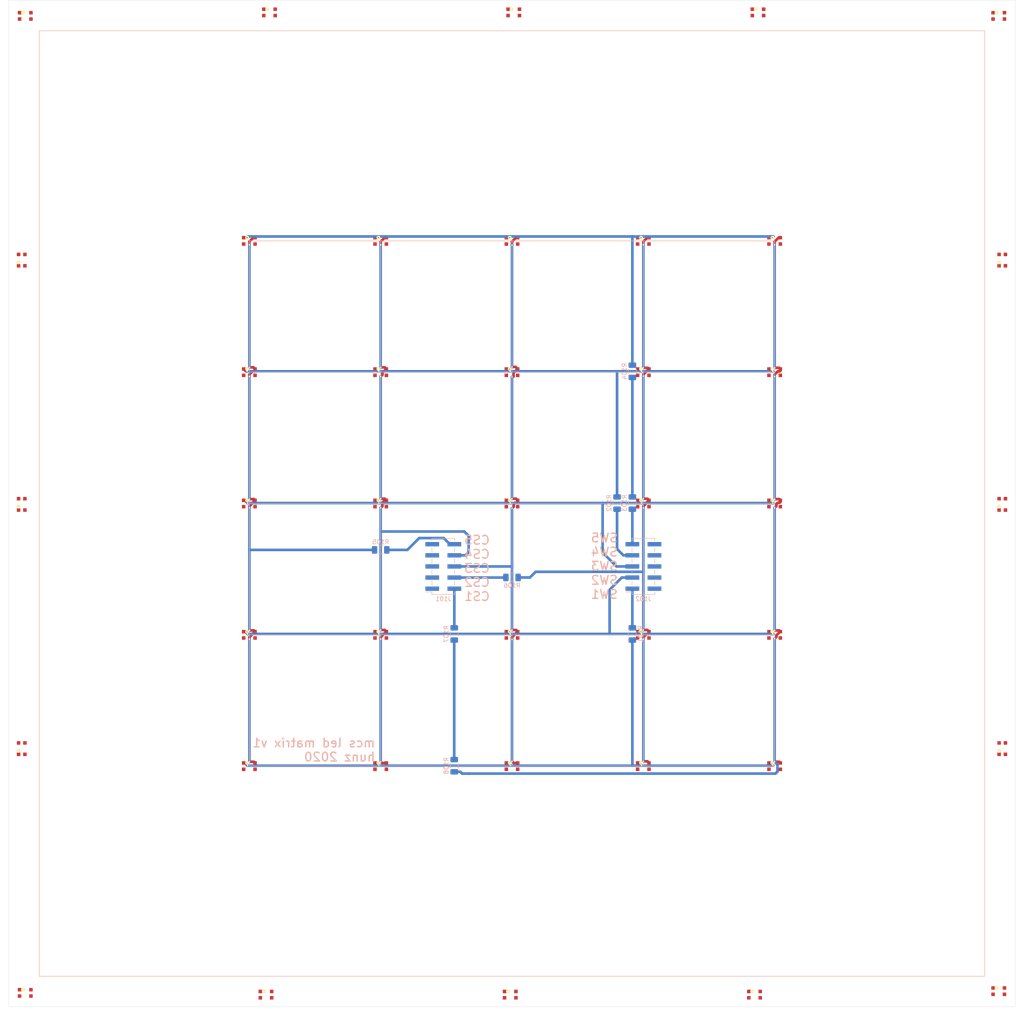
<source format=kicad_pcb>
(kicad_pcb (version 20200614) (host pcbnew "5.99.0-unknown-e376750~101~ubuntu19.10.1")

  (general
    (thickness 1.6)
    (drawings 21)
    (tracks 349)
    (modules 51)
    (nets 143)
  )

  (paper "A4")
  (layers
    (0 "F.Cu" signal)
    (31 "B.Cu" signal)
    (32 "B.Adhes" user)
    (33 "F.Adhes" user)
    (34 "B.Paste" user)
    (35 "F.Paste" user)
    (36 "B.SilkS" user)
    (37 "F.SilkS" user)
    (38 "B.Mask" user)
    (39 "F.Mask" user)
    (40 "Dwgs.User" user)
    (41 "Cmts.User" user)
    (42 "Eco1.User" user)
    (43 "Eco2.User" user)
    (44 "Edge.Cuts" user)
    (45 "Margin" user)
    (46 "B.CrtYd" user)
    (47 "F.CrtYd" user)
    (48 "B.Fab" user)
    (49 "F.Fab" user)
  )

  (setup
    (stackup
      (layer "F.SilkS" (type "Top Silk Screen"))
      (layer "F.Paste" (type "Top Solder Paste"))
      (layer "F.Mask" (type "Top Solder Mask") (color "Black") (thickness 0.01))
      (layer "F.Cu" (type "copper") (thickness 0.035))
      (layer "dielectric 1" (type "core") (thickness 1.51) (material "FR4") (epsilon_r 4.5) (loss_tangent 0.02))
      (layer "B.Cu" (type "copper") (thickness 0.035))
      (layer "B.Mask" (type "Bottom Solder Mask") (color "Black") (thickness 0.01))
      (layer "B.Paste" (type "Bottom Solder Paste"))
      (layer "B.SilkS" (type "Bottom Silk Screen"))
      (copper_finish "None")
      (dielectric_constraints no)
    )
    (last_trace_width 0.25)
    (user_trace_width 0.2)
    (user_trace_width 0.25)
    (user_trace_width 0.4)
    (user_trace_width 0.6)
    (user_trace_width 0.8)
    (trace_clearance 0.2)
    (zone_clearance 0.508)
    (zone_45_only no)
    (trace_min 0.2)
    (clearance_min 0)
    (via_min_annulus 0.1)
    (via_min_size 0.6)
    (through_hole_min 0.3)
    (hole_to_hole_min 0.25)
    (via_size 0.8)
    (via_drill 0.4)
    (user_via 0.6 0.3)
    (user_via 0.8 0.4)
    (uvia_size 0.3)
    (uvia_drill 0.1)
    (uvias_allowed no)
    (uvia_min_size 0.2)
    (uvia_min_drill 0.1)
    (max_error 0.005)
    (defaults
      (edge_clearance 0.01)
      (edge_cuts_line_width 0.05)
      (courtyard_line_width 0.05)
      (copper_line_width 0.2)
      (copper_text_dims (size 1.5 1.5) (thickness 0.3))
      (silk_line_width 0.12)
      (silk_text_dims (size 1 1) (thickness 0.15))
      (fab_layers_line_width 0.1)
      (fab_layers_text_dims (size 1 1) (thickness 0.15))
      (other_layers_line_width 0.1)
      (other_layers_text_dims (size 1 1) (thickness 0.15))
      (dimension_units 0)
      (dimension_precision 1)
    )
    (pad_size 1.524 1.524)
    (pad_drill 0.762)
    (pad_to_mask_clearance 0)
    (aux_axis_origin 0 0)
    (visible_elements FFFFFF7F)
    (pcbplotparams
      (layerselection 0x010f0_ffffffff)
      (usegerberextensions false)
      (usegerberattributes true)
      (usegerberadvancedattributes true)
      (creategerberjobfile true)
      (svguseinch false)
      (svgprecision 6)
      (excludeedgelayer true)
      (linewidth 0.100000)
      (plotframeref false)
      (viasonmask false)
      (mode 1)
      (useauxorigin false)
      (hpglpennumber 1)
      (hpglpenspeed 20)
      (hpglpendiameter 15.000000)
      (psnegative false)
      (psa4output false)
      (plotreference true)
      (plotvalue true)
      (plotinvisibletext false)
      (sketchpadsonfab false)
      (subtractmaskfromsilk true)
      (outputformat 1)
      (mirror false)
      (drillshape 0)
      (scaleselection 1)
      (outputdirectory "gerber/")
    )
  )

  (net 0 "")
  (net 1 "Net-(D101-Pad4)")
  (net 2 "Net-(D101-Pad2)")
  (net 3 "Net-(D102-Pad4)")
  (net 4 "Net-(D102-Pad2)")
  (net 5 "Net-(D103-Pad4)")
  (net 6 "Net-(D103-Pad2)")
  (net 7 "Net-(D104-Pad4)")
  (net 8 "Net-(D104-Pad2)")
  (net 9 "Net-(D105-Pad4)")
  (net 10 "Net-(D105-Pad2)")
  (net 11 "Net-(D106-Pad4)")
  (net 12 "Net-(D106-Pad2)")
  (net 13 "Net-(D107-Pad4)")
  (net 14 "Net-(D107-Pad2)")
  (net 15 "Net-(D108-Pad4)")
  (net 16 "Net-(D108-Pad2)")
  (net 17 "Net-(D109-Pad4)")
  (net 18 "Net-(D109-Pad2)")
  (net 19 "Net-(D110-Pad4)")
  (net 20 "Net-(D110-Pad2)")
  (net 21 "Net-(D111-Pad4)")
  (net 22 "Net-(D111-Pad2)")
  (net 23 "Net-(D112-Pad4)")
  (net 24 "Net-(D112-Pad2)")
  (net 25 "Net-(D113-Pad4)")
  (net 26 "Net-(D113-Pad2)")
  (net 27 "Net-(D114-Pad4)")
  (net 28 "Net-(D114-Pad2)")
  (net 29 "Net-(D115-Pad4)")
  (net 30 "Net-(D115-Pad2)")
  (net 31 "Net-(D116-Pad4)")
  (net 32 "Net-(D116-Pad2)")
  (net 33 "Net-(D117-Pad4)")
  (net 34 "Net-(D117-Pad2)")
  (net 35 "Net-(D118-Pad4)")
  (net 36 "Net-(D118-Pad2)")
  (net 37 "Net-(D119-Pad4)")
  (net 38 "Net-(D119-Pad2)")
  (net 39 "Net-(D120-Pad4)")
  (net 40 "Net-(D120-Pad2)")
  (net 41 "Net-(D121-Pad4)")
  (net 42 "Net-(D121-Pad2)")
  (net 43 "Net-(D122-Pad4)")
  (net 44 "Net-(D122-Pad2)")
  (net 45 "Net-(D123-Pad4)")
  (net 46 "Net-(D123-Pad2)")
  (net 47 "Net-(D124-Pad4)")
  (net 48 "Net-(D124-Pad2)")
  (net 49 "Net-(D125-Pad4)")
  (net 50 "Net-(D125-Pad2)")
  (net 51 "CS5")
  (net 52 "SW5")
  (net 53 "SW4")
  (net 54 "SW3")
  (net 55 "SW2")
  (net 56 "SW1")
  (net 57 "CS4")
  (net 58 "CS3")
  (net 59 "CS2")
  (net 60 "CS1")
  (net 61 "Net-(J101-Pad10)")
  (net 62 "Net-(J101-Pad9)")
  (net 63 "Net-(J101-Pad7)")
  (net 64 "Net-(J101-Pad5)")
  (net 65 "Net-(J101-Pad3)")
  (net 66 "Net-(J101-Pad2)")
  (net 67 "Net-(J101-Pad1)")
  (net 68 "Net-(J102-Pad10)")
  (net 69 "Net-(J102-Pad9)")
  (net 70 "Net-(J102-Pad8)")
  (net 71 "Net-(J102-Pad7)")
  (net 72 "Net-(J102-Pad6)")
  (net 73 "Net-(J102-Pad4)")
  (net 74 "Net-(J102-Pad2)")
  (net 75 "Net-(J102-Pad1)")
  (net 76 "Net-(R103-Pad1)")
  (net 77 "Net-(J101-Pad4)")
  (net 78 "Net-(R107-Pad2)")
  (net 79 "Net-(D126-Pad3)")
  (net 80 "Net-(D126-Pad2)")
  (net 81 "Net-(D126-Pad4)")
  (net 82 "Net-(D126-Pad1)")
  (net 83 "Net-(D127-Pad3)")
  (net 84 "Net-(D127-Pad2)")
  (net 85 "Net-(D127-Pad4)")
  (net 86 "Net-(D127-Pad1)")
  (net 87 "Net-(D128-Pad3)")
  (net 88 "Net-(D128-Pad2)")
  (net 89 "Net-(D128-Pad4)")
  (net 90 "Net-(D128-Pad1)")
  (net 91 "Net-(D129-Pad3)")
  (net 92 "Net-(D129-Pad2)")
  (net 93 "Net-(D129-Pad4)")
  (net 94 "Net-(D129-Pad1)")
  (net 95 "Net-(D130-Pad3)")
  (net 96 "Net-(D130-Pad2)")
  (net 97 "Net-(D130-Pad4)")
  (net 98 "Net-(D130-Pad1)")
  (net 99 "Net-(D131-Pad3)")
  (net 100 "Net-(D131-Pad2)")
  (net 101 "Net-(D131-Pad4)")
  (net 102 "Net-(D131-Pad1)")
  (net 103 "Net-(D132-Pad3)")
  (net 104 "Net-(D132-Pad2)")
  (net 105 "Net-(D132-Pad4)")
  (net 106 "Net-(D132-Pad1)")
  (net 107 "Net-(D133-Pad3)")
  (net 108 "Net-(D133-Pad2)")
  (net 109 "Net-(D133-Pad4)")
  (net 110 "Net-(D133-Pad1)")
  (net 111 "Net-(D134-Pad3)")
  (net 112 "Net-(D134-Pad2)")
  (net 113 "Net-(D134-Pad4)")
  (net 114 "Net-(D134-Pad1)")
  (net 115 "Net-(D135-Pad3)")
  (net 116 "Net-(D135-Pad2)")
  (net 117 "Net-(D135-Pad4)")
  (net 118 "Net-(D135-Pad1)")
  (net 119 "Net-(D136-Pad3)")
  (net 120 "Net-(D136-Pad2)")
  (net 121 "Net-(D136-Pad4)")
  (net 122 "Net-(D136-Pad1)")
  (net 123 "Net-(D137-Pad3)")
  (net 124 "Net-(D137-Pad2)")
  (net 125 "Net-(D137-Pad4)")
  (net 126 "Net-(D137-Pad1)")
  (net 127 "Net-(D138-Pad3)")
  (net 128 "Net-(D138-Pad2)")
  (net 129 "Net-(D138-Pad4)")
  (net 130 "Net-(D138-Pad1)")
  (net 131 "Net-(D139-Pad3)")
  (net 132 "Net-(D139-Pad2)")
  (net 133 "Net-(D139-Pad4)")
  (net 134 "Net-(D139-Pad1)")
  (net 135 "Net-(D140-Pad3)")
  (net 136 "Net-(D140-Pad2)")
  (net 137 "Net-(D140-Pad4)")
  (net 138 "Net-(D140-Pad1)")
  (net 139 "Net-(D141-Pad3)")
  (net 140 "Net-(D141-Pad2)")
  (net 141 "Net-(D141-Pad4)")
  (net 142 "Net-(D141-Pad1)")

  (net_class "Default" "This is the default net class."
    (clearance 0.2)
    (trace_width 0.25)
    (via_dia 0.8)
    (via_drill 0.4)
    (uvia_dia 0.3)
    (uvia_drill 0.1)
    (add_net "CS1")
    (add_net "CS2")
    (add_net "CS3")
    (add_net "CS4")
    (add_net "CS5")
    (add_net "Net-(D101-Pad2)")
    (add_net "Net-(D101-Pad4)")
    (add_net "Net-(D102-Pad2)")
    (add_net "Net-(D102-Pad4)")
    (add_net "Net-(D103-Pad2)")
    (add_net "Net-(D103-Pad4)")
    (add_net "Net-(D104-Pad2)")
    (add_net "Net-(D104-Pad4)")
    (add_net "Net-(D105-Pad2)")
    (add_net "Net-(D105-Pad4)")
    (add_net "Net-(D106-Pad2)")
    (add_net "Net-(D106-Pad4)")
    (add_net "Net-(D107-Pad2)")
    (add_net "Net-(D107-Pad4)")
    (add_net "Net-(D108-Pad2)")
    (add_net "Net-(D108-Pad4)")
    (add_net "Net-(D109-Pad2)")
    (add_net "Net-(D109-Pad4)")
    (add_net "Net-(D110-Pad2)")
    (add_net "Net-(D110-Pad4)")
    (add_net "Net-(D111-Pad2)")
    (add_net "Net-(D111-Pad4)")
    (add_net "Net-(D112-Pad2)")
    (add_net "Net-(D112-Pad4)")
    (add_net "Net-(D113-Pad2)")
    (add_net "Net-(D113-Pad4)")
    (add_net "Net-(D114-Pad2)")
    (add_net "Net-(D114-Pad4)")
    (add_net "Net-(D115-Pad2)")
    (add_net "Net-(D115-Pad4)")
    (add_net "Net-(D116-Pad2)")
    (add_net "Net-(D116-Pad4)")
    (add_net "Net-(D117-Pad2)")
    (add_net "Net-(D117-Pad4)")
    (add_net "Net-(D118-Pad2)")
    (add_net "Net-(D118-Pad4)")
    (add_net "Net-(D119-Pad2)")
    (add_net "Net-(D119-Pad4)")
    (add_net "Net-(D120-Pad2)")
    (add_net "Net-(D120-Pad4)")
    (add_net "Net-(D121-Pad2)")
    (add_net "Net-(D121-Pad4)")
    (add_net "Net-(D122-Pad2)")
    (add_net "Net-(D122-Pad4)")
    (add_net "Net-(D123-Pad2)")
    (add_net "Net-(D123-Pad4)")
    (add_net "Net-(D124-Pad2)")
    (add_net "Net-(D124-Pad4)")
    (add_net "Net-(D125-Pad2)")
    (add_net "Net-(D125-Pad4)")
    (add_net "Net-(D126-Pad1)")
    (add_net "Net-(D126-Pad2)")
    (add_net "Net-(D126-Pad3)")
    (add_net "Net-(D126-Pad4)")
    (add_net "Net-(D127-Pad1)")
    (add_net "Net-(D127-Pad2)")
    (add_net "Net-(D127-Pad3)")
    (add_net "Net-(D127-Pad4)")
    (add_net "Net-(D128-Pad1)")
    (add_net "Net-(D128-Pad2)")
    (add_net "Net-(D128-Pad3)")
    (add_net "Net-(D128-Pad4)")
    (add_net "Net-(D129-Pad1)")
    (add_net "Net-(D129-Pad2)")
    (add_net "Net-(D129-Pad3)")
    (add_net "Net-(D129-Pad4)")
    (add_net "Net-(D130-Pad1)")
    (add_net "Net-(D130-Pad2)")
    (add_net "Net-(D130-Pad3)")
    (add_net "Net-(D130-Pad4)")
    (add_net "Net-(D131-Pad1)")
    (add_net "Net-(D131-Pad2)")
    (add_net "Net-(D131-Pad3)")
    (add_net "Net-(D131-Pad4)")
    (add_net "Net-(D132-Pad1)")
    (add_net "Net-(D132-Pad2)")
    (add_net "Net-(D132-Pad3)")
    (add_net "Net-(D132-Pad4)")
    (add_net "Net-(D133-Pad1)")
    (add_net "Net-(D133-Pad2)")
    (add_net "Net-(D133-Pad3)")
    (add_net "Net-(D133-Pad4)")
    (add_net "Net-(D134-Pad1)")
    (add_net "Net-(D134-Pad2)")
    (add_net "Net-(D134-Pad3)")
    (add_net "Net-(D134-Pad4)")
    (add_net "Net-(D135-Pad1)")
    (add_net "Net-(D135-Pad2)")
    (add_net "Net-(D135-Pad3)")
    (add_net "Net-(D135-Pad4)")
    (add_net "Net-(D136-Pad1)")
    (add_net "Net-(D136-Pad2)")
    (add_net "Net-(D136-Pad3)")
    (add_net "Net-(D136-Pad4)")
    (add_net "Net-(D137-Pad1)")
    (add_net "Net-(D137-Pad2)")
    (add_net "Net-(D137-Pad3)")
    (add_net "Net-(D137-Pad4)")
    (add_net "Net-(D138-Pad1)")
    (add_net "Net-(D138-Pad2)")
    (add_net "Net-(D138-Pad3)")
    (add_net "Net-(D138-Pad4)")
    (add_net "Net-(D139-Pad1)")
    (add_net "Net-(D139-Pad2)")
    (add_net "Net-(D139-Pad3)")
    (add_net "Net-(D139-Pad4)")
    (add_net "Net-(D140-Pad1)")
    (add_net "Net-(D140-Pad2)")
    (add_net "Net-(D140-Pad3)")
    (add_net "Net-(D140-Pad4)")
    (add_net "Net-(D141-Pad1)")
    (add_net "Net-(D141-Pad2)")
    (add_net "Net-(D141-Pad3)")
    (add_net "Net-(D141-Pad4)")
    (add_net "Net-(J101-Pad1)")
    (add_net "Net-(J101-Pad10)")
    (add_net "Net-(J101-Pad2)")
    (add_net "Net-(J101-Pad3)")
    (add_net "Net-(J101-Pad4)")
    (add_net "Net-(J101-Pad5)")
    (add_net "Net-(J101-Pad7)")
    (add_net "Net-(J101-Pad9)")
    (add_net "Net-(J102-Pad1)")
    (add_net "Net-(J102-Pad10)")
    (add_net "Net-(J102-Pad2)")
    (add_net "Net-(J102-Pad4)")
    (add_net "Net-(J102-Pad6)")
    (add_net "Net-(J102-Pad7)")
    (add_net "Net-(J102-Pad8)")
    (add_net "Net-(J102-Pad9)")
    (add_net "Net-(R103-Pad1)")
    (add_net "Net-(R107-Pad2)")
    (add_net "SW1")
    (add_net "SW2")
    (add_net "SW3")
    (add_net "SW4")
    (add_net "SW5")
  )

  (module "leds:Wuerth_150141RV73100" (layer "F.Cu") (tedit 5EF3ABA3) (tstamp 890e76ef-113b-4485-a0d6-8057c9927ad2)
    (at 241.2 216.4)
    (tags "dual led smd")
    (path "/21f14b8d-0111-4ea8-9cd4-cc3d0dd71cfc")
    (attr smd)
    (fp_text reference "D141" (at 0 -2.3) (layer "F.SilkS") hide
      (effects (font (size 1 1) (thickness 0.15)))
    )
    (fp_text value "LED_Dual_AACC" (at 0 2.4) (layer "F.Fab")
      (effects (font (size 1 1) (thickness 0.15)))
    )
    (fp_circle (center -0.517041 -0.73314) (end -0.37562 -0.73314) (layer "F.SilkS") (width 0.3))
    (fp_line (start 1.8 -1.6) (end 1.8 1.6) (layer "F.CrtYd") (width 0.05))
    (fp_line (start -1.808264 -1.6) (end -1.808264 1.6) (layer "F.CrtYd") (width 0.05))
    (fp_line (start -1.8 1.6) (end 1.8 1.6) (layer "F.CrtYd") (width 0.05))
    (fp_line (start -1.8 -1.6) (end 1.8 -1.6) (layer "F.CrtYd") (width 0.05))
    (fp_line (start -0.9 -1.4) (end -1.6 -0.7) (layer "F.Fab") (width 0.1))
    (fp_line (start -0.9 -1.4) (end 1.6 -1.4) (layer "F.Fab") (width 0.1))
    (fp_line (start 1.6 -1.4) (end 1.6 1.4) (layer "F.Fab") (width 0.1))
    (fp_line (start 1.6 1.4) (end -1.6 1.4) (layer "F.Fab") (width 0.1))
    (fp_line (start -1.6 1.4) (end -1.6 -0.7) (layer "F.Fab") (width 0.1))
    (fp_text user "${REFERENCE}" (at 0 0) (layer "F.Fab")
      (effects (font (size 0.8 0.8) (thickness 0.13)))
    )
    (pad "3" smd rect (at -1.3 -0.725) (size 0.8 0.8) (layers "F.Cu" "F.Paste" "F.Mask")
      (net 139 "Net-(D141-Pad3)") (pinfunction "K1") (tstamp 92804974-10e6-4a5b-933a-2b259e8e54a0))
    (pad "2" smd rect (at 1.3 0.725) (size 0.8 0.8) (layers "F.Cu" "F.Paste" "F.Mask")
      (net 140 "Net-(D141-Pad2)") (pinfunction "A2") (tstamp cc885c9c-8482-4b05-9504-b895166f2511))
    (pad "4" smd rect (at -1.3 0.725) (size 0.8 0.8) (layers "F.Cu" "F.Paste" "F.Mask")
      (net 141 "Net-(D141-Pad4)") (pinfunction "K2") (tstamp a2fffea4-c1c6-4e30-b5db-1b41b9215688))
    (pad "1" smd rect (at 1.3 -0.725) (size 0.8 0.8) (layers "F.Cu" "F.Paste" "F.Mask")
      (net 142 "Net-(D141-Pad1)") (pinfunction "A1") (tstamp fe9f84a2-0631-47eb-9ea4-9086c59d53b8))
    (model "${KIPRJMOD}/3d/150141RB73100_Download_STP_WL-SBTW-3528_rev1.stp"
      (offset (xyz 0 0 0.1))
      (scale (xyz 1 1 1))
      (rotate (xyz 0 0 0))
    )
  )

  (module "leds:Wuerth_150141RV73100" (layer "F.Cu") (tedit 5EF3ABA3) (tstamp 3ab5bb20-0e5c-41bb-b56d-13317df3701a)
    (at 18 49.4 90)
    (tags "dual led smd")
    (path "/616c5964-c68d-4e4b-a984-9b7f535478e8")
    (attr smd)
    (fp_text reference "D140" (at 0 -2.3 90) (layer "F.SilkS") hide
      (effects (font (size 1 1) (thickness 0.15)))
    )
    (fp_text value "LED_Dual_AACC" (at 0 2.4 90) (layer "F.Fab")
      (effects (font (size 1 1) (thickness 0.15)))
    )
    (fp_circle (center -0.517041 -0.73314) (end -0.37562 -0.73314) (layer "F.SilkS") (width 0.3))
    (fp_line (start 1.8 -1.6) (end 1.8 1.6) (layer "F.CrtYd") (width 0.05))
    (fp_line (start -1.808264 -1.6) (end -1.808264 1.6) (layer "F.CrtYd") (width 0.05))
    (fp_line (start -1.8 1.6) (end 1.8 1.6) (layer "F.CrtYd") (width 0.05))
    (fp_line (start -1.8 -1.6) (end 1.8 -1.6) (layer "F.CrtYd") (width 0.05))
    (fp_line (start -0.9 -1.4) (end -1.6 -0.7) (layer "F.Fab") (width 0.1))
    (fp_line (start -0.9 -1.4) (end 1.6 -1.4) (layer "F.Fab") (width 0.1))
    (fp_line (start 1.6 -1.4) (end 1.6 1.4) (layer "F.Fab") (width 0.1))
    (fp_line (start 1.6 1.4) (end -1.6 1.4) (layer "F.Fab") (width 0.1))
    (fp_line (start -1.6 1.4) (end -1.6 -0.7) (layer "F.Fab") (width 0.1))
    (fp_text user "${REFERENCE}" (at 0 0 90) (layer "F.Fab")
      (effects (font (size 0.8 0.8) (thickness 0.13)))
    )
    (pad "3" smd rect (at -1.3 -0.725 90) (size 0.8 0.8) (layers "F.Cu" "F.Paste" "F.Mask")
      (net 135 "Net-(D140-Pad3)") (pinfunction "K1") (tstamp 92804974-10e6-4a5b-933a-2b259e8e54a0))
    (pad "2" smd rect (at 1.3 0.725 90) (size 0.8 0.8) (layers "F.Cu" "F.Paste" "F.Mask")
      (net 136 "Net-(D140-Pad2)") (pinfunction "A2") (tstamp cc885c9c-8482-4b05-9504-b895166f2511))
    (pad "4" smd rect (at -1.3 0.725 90) (size 0.8 0.8) (layers "F.Cu" "F.Paste" "F.Mask")
      (net 137 "Net-(D140-Pad4)") (pinfunction "K2") (tstamp a2fffea4-c1c6-4e30-b5db-1b41b9215688))
    (pad "1" smd rect (at 1.3 -0.725 90) (size 0.8 0.8) (layers "F.Cu" "F.Paste" "F.Mask")
      (net 138 "Net-(D140-Pad1)") (pinfunction "A1") (tstamp fe9f84a2-0631-47eb-9ea4-9086c59d53b8))
    (model "${KIPRJMOD}/3d/150141RB73100_Download_STP_WL-SBTW-3528_rev1.stp"
      (offset (xyz 0 0 0.1))
      (scale (xyz 1 1 1))
      (rotate (xyz 0 0 0))
    )
  )

  (module "leds:Wuerth_150141RV73100" (layer "F.Cu") (tedit 5EF3ABA3) (tstamp 9dfbfa57-6010-4afd-aae8-5f80a772b730)
    (at 18.8 216.8)
    (tags "dual led smd")
    (path "/b7ebfdc6-ff92-45ef-b52a-37d7847a9c70")
    (attr smd)
    (fp_text reference "D139" (at 0 -2.3) (layer "F.SilkS") hide
      (effects (font (size 1 1) (thickness 0.15)))
    )
    (fp_text value "LED_Dual_AACC" (at 0 2.4) (layer "F.Fab")
      (effects (font (size 1 1) (thickness 0.15)))
    )
    (fp_circle (center -0.517041 -0.73314) (end -0.37562 -0.73314) (layer "F.SilkS") (width 0.3))
    (fp_line (start 1.8 -1.6) (end 1.8 1.6) (layer "F.CrtYd") (width 0.05))
    (fp_line (start -1.808264 -1.6) (end -1.808264 1.6) (layer "F.CrtYd") (width 0.05))
    (fp_line (start -1.8 1.6) (end 1.8 1.6) (layer "F.CrtYd") (width 0.05))
    (fp_line (start -1.8 -1.6) (end 1.8 -1.6) (layer "F.CrtYd") (width 0.05))
    (fp_line (start -0.9 -1.4) (end -1.6 -0.7) (layer "F.Fab") (width 0.1))
    (fp_line (start -0.9 -1.4) (end 1.6 -1.4) (layer "F.Fab") (width 0.1))
    (fp_line (start 1.6 -1.4) (end 1.6 1.4) (layer "F.Fab") (width 0.1))
    (fp_line (start 1.6 1.4) (end -1.6 1.4) (layer "F.Fab") (width 0.1))
    (fp_line (start -1.6 1.4) (end -1.6 -0.7) (layer "F.Fab") (width 0.1))
    (fp_text user "${REFERENCE}" (at 0 0) (layer "F.Fab")
      (effects (font (size 0.8 0.8) (thickness 0.13)))
    )
    (pad "3" smd rect (at -1.3 -0.725) (size 0.8 0.8) (layers "F.Cu" "F.Paste" "F.Mask")
      (net 131 "Net-(D139-Pad3)") (pinfunction "K1") (tstamp 92804974-10e6-4a5b-933a-2b259e8e54a0))
    (pad "2" smd rect (at 1.3 0.725) (size 0.8 0.8) (layers "F.Cu" "F.Paste" "F.Mask")
      (net 132 "Net-(D139-Pad2)") (pinfunction "A2") (tstamp cc885c9c-8482-4b05-9504-b895166f2511))
    (pad "4" smd rect (at -1.3 0.725) (size 0.8 0.8) (layers "F.Cu" "F.Paste" "F.Mask")
      (net 133 "Net-(D139-Pad4)") (pinfunction "K2") (tstamp a2fffea4-c1c6-4e30-b5db-1b41b9215688))
    (pad "1" smd rect (at 1.3 -0.725) (size 0.8 0.8) (layers "F.Cu" "F.Paste" "F.Mask")
      (net 134 "Net-(D139-Pad1)") (pinfunction "A1") (tstamp fe9f84a2-0631-47eb-9ea4-9086c59d53b8))
    (model "${KIPRJMOD}/3d/150141RB73100_Download_STP_WL-SBTW-3528_rev1.stp"
      (offset (xyz 0 0 0.1))
      (scale (xyz 1 1 1))
      (rotate (xyz 0 0 0))
    )
  )

  (module "leds:Wuerth_150141RV73100" (layer "F.Cu") (tedit 5EF3ABA3) (tstamp 34fa5a95-82af-4154-95b8-c2027ea46e87)
    (at 241.2 -6.4)
    (tags "dual led smd")
    (path "/9f7737e7-bb53-43c5-bc14-3508ce6a152b")
    (attr smd)
    (fp_text reference "D138" (at 0 -2.3) (layer "F.SilkS") hide
      (effects (font (size 1 1) (thickness 0.15)))
    )
    (fp_text value "LED_Dual_AACC" (at 0 2.4) (layer "F.Fab")
      (effects (font (size 1 1) (thickness 0.15)))
    )
    (fp_circle (center -0.517041 -0.73314) (end -0.37562 -0.73314) (layer "F.SilkS") (width 0.3))
    (fp_line (start 1.8 -1.6) (end 1.8 1.6) (layer "F.CrtYd") (width 0.05))
    (fp_line (start -1.808264 -1.6) (end -1.808264 1.6) (layer "F.CrtYd") (width 0.05))
    (fp_line (start -1.8 1.6) (end 1.8 1.6) (layer "F.CrtYd") (width 0.05))
    (fp_line (start -1.8 -1.6) (end 1.8 -1.6) (layer "F.CrtYd") (width 0.05))
    (fp_line (start -0.9 -1.4) (end -1.6 -0.7) (layer "F.Fab") (width 0.1))
    (fp_line (start -0.9 -1.4) (end 1.6 -1.4) (layer "F.Fab") (width 0.1))
    (fp_line (start 1.6 -1.4) (end 1.6 1.4) (layer "F.Fab") (width 0.1))
    (fp_line (start 1.6 1.4) (end -1.6 1.4) (layer "F.Fab") (width 0.1))
    (fp_line (start -1.6 1.4) (end -1.6 -0.7) (layer "F.Fab") (width 0.1))
    (fp_text user "${REFERENCE}" (at 0 0) (layer "F.Fab")
      (effects (font (size 0.8 0.8) (thickness 0.13)))
    )
    (pad "3" smd rect (at -1.3 -0.725) (size 0.8 0.8) (layers "F.Cu" "F.Paste" "F.Mask")
      (net 127 "Net-(D138-Pad3)") (pinfunction "K1") (tstamp 92804974-10e6-4a5b-933a-2b259e8e54a0))
    (pad "2" smd rect (at 1.3 0.725) (size 0.8 0.8) (layers "F.Cu" "F.Paste" "F.Mask")
      (net 128 "Net-(D138-Pad2)") (pinfunction "A2") (tstamp cc885c9c-8482-4b05-9504-b895166f2511))
    (pad "4" smd rect (at -1.3 0.725) (size 0.8 0.8) (layers "F.Cu" "F.Paste" "F.Mask")
      (net 129 "Net-(D138-Pad4)") (pinfunction "K2") (tstamp a2fffea4-c1c6-4e30-b5db-1b41b9215688))
    (pad "1" smd rect (at 1.3 -0.725) (size 0.8 0.8) (layers "F.Cu" "F.Paste" "F.Mask")
      (net 130 "Net-(D138-Pad1)") (pinfunction "A1") (tstamp fe9f84a2-0631-47eb-9ea4-9086c59d53b8))
    (model "${KIPRJMOD}/3d/150141RB73100_Download_STP_WL-SBTW-3528_rev1.stp"
      (offset (xyz 0 0 0.1))
      (scale (xyz 1 1 1))
      (rotate (xyz 0 0 0))
    )
  )

  (module "leds:Wuerth_150141RV73100" (layer "F.Cu") (tedit 5EF3ABA3) (tstamp dbc849e3-cedb-46fa-972d-fda501069792)
    (at 18 161 90)
    (tags "dual led smd")
    (path "/9970e808-ef5f-4eac-87de-d3f2eb0ff93a")
    (attr smd)
    (fp_text reference "D137" (at 0 -2.3 90) (layer "F.SilkS") hide
      (effects (font (size 1 1) (thickness 0.15)))
    )
    (fp_text value "LED_Dual_AACC" (at 0 2.4 90) (layer "F.Fab")
      (effects (font (size 1 1) (thickness 0.15)))
    )
    (fp_circle (center -0.517041 -0.73314) (end -0.37562 -0.73314) (layer "F.SilkS") (width 0.3))
    (fp_line (start 1.8 -1.6) (end 1.8 1.6) (layer "F.CrtYd") (width 0.05))
    (fp_line (start -1.808264 -1.6) (end -1.808264 1.6) (layer "F.CrtYd") (width 0.05))
    (fp_line (start -1.8 1.6) (end 1.8 1.6) (layer "F.CrtYd") (width 0.05))
    (fp_line (start -1.8 -1.6) (end 1.8 -1.6) (layer "F.CrtYd") (width 0.05))
    (fp_line (start -0.9 -1.4) (end -1.6 -0.7) (layer "F.Fab") (width 0.1))
    (fp_line (start -0.9 -1.4) (end 1.6 -1.4) (layer "F.Fab") (width 0.1))
    (fp_line (start 1.6 -1.4) (end 1.6 1.4) (layer "F.Fab") (width 0.1))
    (fp_line (start 1.6 1.4) (end -1.6 1.4) (layer "F.Fab") (width 0.1))
    (fp_line (start -1.6 1.4) (end -1.6 -0.7) (layer "F.Fab") (width 0.1))
    (fp_text user "${REFERENCE}" (at 0 0 90) (layer "F.Fab")
      (effects (font (size 0.8 0.8) (thickness 0.13)))
    )
    (pad "3" smd rect (at -1.3 -0.725 90) (size 0.8 0.8) (layers "F.Cu" "F.Paste" "F.Mask")
      (net 123 "Net-(D137-Pad3)") (pinfunction "K1") (tstamp 92804974-10e6-4a5b-933a-2b259e8e54a0))
    (pad "2" smd rect (at 1.3 0.725 90) (size 0.8 0.8) (layers "F.Cu" "F.Paste" "F.Mask")
      (net 124 "Net-(D137-Pad2)") (pinfunction "A2") (tstamp cc885c9c-8482-4b05-9504-b895166f2511))
    (pad "4" smd rect (at -1.3 0.725 90) (size 0.8 0.8) (layers "F.Cu" "F.Paste" "F.Mask")
      (net 125 "Net-(D137-Pad4)") (pinfunction "K2") (tstamp a2fffea4-c1c6-4e30-b5db-1b41b9215688))
    (pad "1" smd rect (at 1.3 -0.725 90) (size 0.8 0.8) (layers "F.Cu" "F.Paste" "F.Mask")
      (net 126 "Net-(D137-Pad1)") (pinfunction "A1") (tstamp fe9f84a2-0631-47eb-9ea4-9086c59d53b8))
    (model "${KIPRJMOD}/3d/150141RB73100_Download_STP_WL-SBTW-3528_rev1.stp"
      (offset (xyz 0 0 0.1))
      (scale (xyz 1 1 1))
      (rotate (xyz 0 0 0))
    )
  )

  (module "leds:Wuerth_150141RV73100" (layer "F.Cu") (tedit 5EF3ABA3) (tstamp 0261edab-6aaf-4434-a749-6768fa3f90ff)
    (at 242 161 90)
    (tags "dual led smd")
    (path "/32099475-cf03-4a55-ae12-dfd48a743b53")
    (attr smd)
    (fp_text reference "D136" (at 0 -2.3 90) (layer "F.SilkS") hide
      (effects (font (size 1 1) (thickness 0.15)))
    )
    (fp_text value "LED_Dual_AACC" (at 0 2.4 90) (layer "F.Fab")
      (effects (font (size 1 1) (thickness 0.15)))
    )
    (fp_circle (center -0.517041 -0.73314) (end -0.37562 -0.73314) (layer "F.SilkS") (width 0.3))
    (fp_line (start 1.8 -1.6) (end 1.8 1.6) (layer "F.CrtYd") (width 0.05))
    (fp_line (start -1.808264 -1.6) (end -1.808264 1.6) (layer "F.CrtYd") (width 0.05))
    (fp_line (start -1.8 1.6) (end 1.8 1.6) (layer "F.CrtYd") (width 0.05))
    (fp_line (start -1.8 -1.6) (end 1.8 -1.6) (layer "F.CrtYd") (width 0.05))
    (fp_line (start -0.9 -1.4) (end -1.6 -0.7) (layer "F.Fab") (width 0.1))
    (fp_line (start -0.9 -1.4) (end 1.6 -1.4) (layer "F.Fab") (width 0.1))
    (fp_line (start 1.6 -1.4) (end 1.6 1.4) (layer "F.Fab") (width 0.1))
    (fp_line (start 1.6 1.4) (end -1.6 1.4) (layer "F.Fab") (width 0.1))
    (fp_line (start -1.6 1.4) (end -1.6 -0.7) (layer "F.Fab") (width 0.1))
    (fp_text user "${REFERENCE}" (at 0 0 90) (layer "F.Fab")
      (effects (font (size 0.8 0.8) (thickness 0.13)))
    )
    (pad "3" smd rect (at -1.3 -0.725 90) (size 0.8 0.8) (layers "F.Cu" "F.Paste" "F.Mask")
      (net 119 "Net-(D136-Pad3)") (pinfunction "K1") (tstamp 92804974-10e6-4a5b-933a-2b259e8e54a0))
    (pad "2" smd rect (at 1.3 0.725 90) (size 0.8 0.8) (layers "F.Cu" "F.Paste" "F.Mask")
      (net 120 "Net-(D136-Pad2)") (pinfunction "A2") (tstamp cc885c9c-8482-4b05-9504-b895166f2511))
    (pad "4" smd rect (at -1.3 0.725 90) (size 0.8 0.8) (layers "F.Cu" "F.Paste" "F.Mask")
      (net 121 "Net-(D136-Pad4)") (pinfunction "K2") (tstamp a2fffea4-c1c6-4e30-b5db-1b41b9215688))
    (pad "1" smd rect (at 1.3 -0.725 90) (size 0.8 0.8) (layers "F.Cu" "F.Paste" "F.Mask")
      (net 122 "Net-(D136-Pad1)") (pinfunction "A1") (tstamp fe9f84a2-0631-47eb-9ea4-9086c59d53b8))
    (model "${KIPRJMOD}/3d/150141RB73100_Download_STP_WL-SBTW-3528_rev1.stp"
      (offset (xyz 0 0 0.1))
      (scale (xyz 1 1 1))
      (rotate (xyz 0 0 0))
    )
  )

  (module "leds:Wuerth_150141RV73100" (layer "F.Cu") (tedit 5EF3ABA3) (tstamp f1883b10-abbf-4737-965b-ccb5cf2ff28f)
    (at 130.4 -7.2)
    (tags "dual led smd")
    (path "/b695aa7f-e384-4ff4-b402-c83227fa933e")
    (attr smd)
    (fp_text reference "D135" (at 0 -2.3) (layer "F.SilkS") hide
      (effects (font (size 1 1) (thickness 0.15)))
    )
    (fp_text value "LED_Dual_AACC" (at 0 2.4) (layer "F.Fab")
      (effects (font (size 1 1) (thickness 0.15)))
    )
    (fp_circle (center -0.517041 -0.73314) (end -0.37562 -0.73314) (layer "F.SilkS") (width 0.3))
    (fp_line (start 1.8 -1.6) (end 1.8 1.6) (layer "F.CrtYd") (width 0.05))
    (fp_line (start -1.808264 -1.6) (end -1.808264 1.6) (layer "F.CrtYd") (width 0.05))
    (fp_line (start -1.8 1.6) (end 1.8 1.6) (layer "F.CrtYd") (width 0.05))
    (fp_line (start -1.8 -1.6) (end 1.8 -1.6) (layer "F.CrtYd") (width 0.05))
    (fp_line (start -0.9 -1.4) (end -1.6 -0.7) (layer "F.Fab") (width 0.1))
    (fp_line (start -0.9 -1.4) (end 1.6 -1.4) (layer "F.Fab") (width 0.1))
    (fp_line (start 1.6 -1.4) (end 1.6 1.4) (layer "F.Fab") (width 0.1))
    (fp_line (start 1.6 1.4) (end -1.6 1.4) (layer "F.Fab") (width 0.1))
    (fp_line (start -1.6 1.4) (end -1.6 -0.7) (layer "F.Fab") (width 0.1))
    (fp_text user "${REFERENCE}" (at 0 0) (layer "F.Fab")
      (effects (font (size 0.8 0.8) (thickness 0.13)))
    )
    (pad "3" smd rect (at -1.3 -0.725) (size 0.8 0.8) (layers "F.Cu" "F.Paste" "F.Mask")
      (net 115 "Net-(D135-Pad3)") (pinfunction "K1") (tstamp 92804974-10e6-4a5b-933a-2b259e8e54a0))
    (pad "2" smd rect (at 1.3 0.725) (size 0.8 0.8) (layers "F.Cu" "F.Paste" "F.Mask")
      (net 116 "Net-(D135-Pad2)") (pinfunction "A2") (tstamp cc885c9c-8482-4b05-9504-b895166f2511))
    (pad "4" smd rect (at -1.3 0.725) (size 0.8 0.8) (layers "F.Cu" "F.Paste" "F.Mask")
      (net 117 "Net-(D135-Pad4)") (pinfunction "K2") (tstamp a2fffea4-c1c6-4e30-b5db-1b41b9215688))
    (pad "1" smd rect (at 1.3 -0.725) (size 0.8 0.8) (layers "F.Cu" "F.Paste" "F.Mask")
      (net 118 "Net-(D135-Pad1)") (pinfunction "A1") (tstamp fe9f84a2-0631-47eb-9ea4-9086c59d53b8))
    (model "${KIPRJMOD}/3d/150141RB73100_Download_STP_WL-SBTW-3528_rev1.stp"
      (offset (xyz 0 0 0.1))
      (scale (xyz 1 1 1))
      (rotate (xyz 0 0 0))
    )
  )

  (module "leds:Wuerth_150141RV73100" (layer "F.Cu") (tedit 5EF3ABA3) (tstamp 249ca705-bc19-4a96-9a49-4667fb7c9ff9)
    (at 185.4 217.2)
    (tags "dual led smd")
    (path "/f3c64e7c-3593-45d6-b549-d77fc58993c5")
    (attr smd)
    (fp_text reference "D134" (at 0 -2.3) (layer "F.SilkS") hide
      (effects (font (size 1 1) (thickness 0.15)))
    )
    (fp_text value "LED_Dual_AACC" (at 0 2.4) (layer "F.Fab")
      (effects (font (size 1 1) (thickness 0.15)))
    )
    (fp_circle (center -0.517041 -0.73314) (end -0.37562 -0.73314) (layer "F.SilkS") (width 0.3))
    (fp_line (start 1.8 -1.6) (end 1.8 1.6) (layer "F.CrtYd") (width 0.05))
    (fp_line (start -1.808264 -1.6) (end -1.808264 1.6) (layer "F.CrtYd") (width 0.05))
    (fp_line (start -1.8 1.6) (end 1.8 1.6) (layer "F.CrtYd") (width 0.05))
    (fp_line (start -1.8 -1.6) (end 1.8 -1.6) (layer "F.CrtYd") (width 0.05))
    (fp_line (start -0.9 -1.4) (end -1.6 -0.7) (layer "F.Fab") (width 0.1))
    (fp_line (start -0.9 -1.4) (end 1.6 -1.4) (layer "F.Fab") (width 0.1))
    (fp_line (start 1.6 -1.4) (end 1.6 1.4) (layer "F.Fab") (width 0.1))
    (fp_line (start 1.6 1.4) (end -1.6 1.4) (layer "F.Fab") (width 0.1))
    (fp_line (start -1.6 1.4) (end -1.6 -0.7) (layer "F.Fab") (width 0.1))
    (fp_text user "${REFERENCE}" (at 0 0) (layer "F.Fab")
      (effects (font (size 0.8 0.8) (thickness 0.13)))
    )
    (pad "3" smd rect (at -1.3 -0.725) (size 0.8 0.8) (layers "F.Cu" "F.Paste" "F.Mask")
      (net 111 "Net-(D134-Pad3)") (pinfunction "K1") (tstamp 92804974-10e6-4a5b-933a-2b259e8e54a0))
    (pad "2" smd rect (at 1.3 0.725) (size 0.8 0.8) (layers "F.Cu" "F.Paste" "F.Mask")
      (net 112 "Net-(D134-Pad2)") (pinfunction "A2") (tstamp cc885c9c-8482-4b05-9504-b895166f2511))
    (pad "4" smd rect (at -1.3 0.725) (size 0.8 0.8) (layers "F.Cu" "F.Paste" "F.Mask")
      (net 113 "Net-(D134-Pad4)") (pinfunction "K2") (tstamp a2fffea4-c1c6-4e30-b5db-1b41b9215688))
    (pad "1" smd rect (at 1.3 -0.725) (size 0.8 0.8) (layers "F.Cu" "F.Paste" "F.Mask")
      (net 114 "Net-(D134-Pad1)") (pinfunction "A1") (tstamp fe9f84a2-0631-47eb-9ea4-9086c59d53b8))
    (model "${KIPRJMOD}/3d/150141RB73100_Download_STP_WL-SBTW-3528_rev1.stp"
      (offset (xyz 0 0 0.1))
      (scale (xyz 1 1 1))
      (rotate (xyz 0 0 0))
    )
  )

  (module "leds:Wuerth_150141RV73100" (layer "F.Cu") (tedit 5EF3ABA3) (tstamp 22998631-4165-4e83-8429-1233e0afac0c)
    (at 74.6 -7.2)
    (tags "dual led smd")
    (path "/ecc4e2c1-7534-44ff-bb3e-d1add40a2b26")
    (attr smd)
    (fp_text reference "D133" (at 0 -2.3) (layer "F.SilkS") hide
      (effects (font (size 1 1) (thickness 0.15)))
    )
    (fp_text value "LED_Dual_AACC" (at 0 2.4) (layer "F.Fab")
      (effects (font (size 1 1) (thickness 0.15)))
    )
    (fp_circle (center -0.517041 -0.73314) (end -0.37562 -0.73314) (layer "F.SilkS") (width 0.3))
    (fp_line (start 1.8 -1.6) (end 1.8 1.6) (layer "F.CrtYd") (width 0.05))
    (fp_line (start -1.808264 -1.6) (end -1.808264 1.6) (layer "F.CrtYd") (width 0.05))
    (fp_line (start -1.8 1.6) (end 1.8 1.6) (layer "F.CrtYd") (width 0.05))
    (fp_line (start -1.8 -1.6) (end 1.8 -1.6) (layer "F.CrtYd") (width 0.05))
    (fp_line (start -0.9 -1.4) (end -1.6 -0.7) (layer "F.Fab") (width 0.1))
    (fp_line (start -0.9 -1.4) (end 1.6 -1.4) (layer "F.Fab") (width 0.1))
    (fp_line (start 1.6 -1.4) (end 1.6 1.4) (layer "F.Fab") (width 0.1))
    (fp_line (start 1.6 1.4) (end -1.6 1.4) (layer "F.Fab") (width 0.1))
    (fp_line (start -1.6 1.4) (end -1.6 -0.7) (layer "F.Fab") (width 0.1))
    (fp_text user "${REFERENCE}" (at 0 0) (layer "F.Fab")
      (effects (font (size 0.8 0.8) (thickness 0.13)))
    )
    (pad "3" smd rect (at -1.3 -0.725) (size 0.8 0.8) (layers "F.Cu" "F.Paste" "F.Mask")
      (net 107 "Net-(D133-Pad3)") (pinfunction "K1") (tstamp 92804974-10e6-4a5b-933a-2b259e8e54a0))
    (pad "2" smd rect (at 1.3 0.725) (size 0.8 0.8) (layers "F.Cu" "F.Paste" "F.Mask")
      (net 108 "Net-(D133-Pad2)") (pinfunction "A2") (tstamp cc885c9c-8482-4b05-9504-b895166f2511))
    (pad "4" smd rect (at -1.3 0.725) (size 0.8 0.8) (layers "F.Cu" "F.Paste" "F.Mask")
      (net 109 "Net-(D133-Pad4)") (pinfunction "K2") (tstamp a2fffea4-c1c6-4e30-b5db-1b41b9215688))
    (pad "1" smd rect (at 1.3 -0.725) (size 0.8 0.8) (layers "F.Cu" "F.Paste" "F.Mask")
      (net 110 "Net-(D133-Pad1)") (pinfunction "A1") (tstamp fe9f84a2-0631-47eb-9ea4-9086c59d53b8))
    (model "${KIPRJMOD}/3d/150141RB73100_Download_STP_WL-SBTW-3528_rev1.stp"
      (offset (xyz 0 0 0.1))
      (scale (xyz 1 1 1))
      (rotate (xyz 0 0 0))
    )
  )

  (module "leds:Wuerth_150141RV73100" (layer "F.Cu") (tedit 5EF3ABA3) (tstamp bff1214f-b7c3-43f4-a994-0db4fe2b886a)
    (at 129.6 217.2)
    (tags "dual led smd")
    (path "/bea0fc4d-987d-4bba-8ef1-8d4feecdb575")
    (attr smd)
    (fp_text reference "D132" (at 0 -2.3) (layer "F.SilkS") hide
      (effects (font (size 1 1) (thickness 0.15)))
    )
    (fp_text value "LED_Dual_AACC" (at 0 2.4) (layer "F.Fab")
      (effects (font (size 1 1) (thickness 0.15)))
    )
    (fp_circle (center -0.517041 -0.73314) (end -0.37562 -0.73314) (layer "F.SilkS") (width 0.3))
    (fp_line (start 1.8 -1.6) (end 1.8 1.6) (layer "F.CrtYd") (width 0.05))
    (fp_line (start -1.808264 -1.6) (end -1.808264 1.6) (layer "F.CrtYd") (width 0.05))
    (fp_line (start -1.8 1.6) (end 1.8 1.6) (layer "F.CrtYd") (width 0.05))
    (fp_line (start -1.8 -1.6) (end 1.8 -1.6) (layer "F.CrtYd") (width 0.05))
    (fp_line (start -0.9 -1.4) (end -1.6 -0.7) (layer "F.Fab") (width 0.1))
    (fp_line (start -0.9 -1.4) (end 1.6 -1.4) (layer "F.Fab") (width 0.1))
    (fp_line (start 1.6 -1.4) (end 1.6 1.4) (layer "F.Fab") (width 0.1))
    (fp_line (start 1.6 1.4) (end -1.6 1.4) (layer "F.Fab") (width 0.1))
    (fp_line (start -1.6 1.4) (end -1.6 -0.7) (layer "F.Fab") (width 0.1))
    (fp_text user "${REFERENCE}" (at 0 0) (layer "F.Fab")
      (effects (font (size 0.8 0.8) (thickness 0.13)))
    )
    (pad "3" smd rect (at -1.3 -0.725) (size 0.8 0.8) (layers "F.Cu" "F.Paste" "F.Mask")
      (net 103 "Net-(D132-Pad3)") (pinfunction "K1") (tstamp 92804974-10e6-4a5b-933a-2b259e8e54a0))
    (pad "2" smd rect (at 1.3 0.725) (size 0.8 0.8) (layers "F.Cu" "F.Paste" "F.Mask")
      (net 104 "Net-(D132-Pad2)") (pinfunction "A2") (tstamp cc885c9c-8482-4b05-9504-b895166f2511))
    (pad "4" smd rect (at -1.3 0.725) (size 0.8 0.8) (layers "F.Cu" "F.Paste" "F.Mask")
      (net 105 "Net-(D132-Pad4)") (pinfunction "K2") (tstamp a2fffea4-c1c6-4e30-b5db-1b41b9215688))
    (pad "1" smd rect (at 1.3 -0.725) (size 0.8 0.8) (layers "F.Cu" "F.Paste" "F.Mask")
      (net 106 "Net-(D132-Pad1)") (pinfunction "A1") (tstamp fe9f84a2-0631-47eb-9ea4-9086c59d53b8))
    (model "${KIPRJMOD}/3d/150141RB73100_Download_STP_WL-SBTW-3528_rev1.stp"
      (offset (xyz 0 0 0.1))
      (scale (xyz 1 1 1))
      (rotate (xyz 0 0 0))
    )
  )

  (module "leds:Wuerth_150141RV73100" (layer "F.Cu") (tedit 5EF3ABA3) (tstamp 9ac7bb02-3293-4145-86ce-a1ff50cb093e)
    (at 18 105.2 90)
    (tags "dual led smd")
    (path "/78be0618-4c0f-46cf-be73-b287f3ef6f9d")
    (attr smd)
    (fp_text reference "D131" (at 0 -2.3 90) (layer "F.SilkS") hide
      (effects (font (size 1 1) (thickness 0.15)))
    )
    (fp_text value "LED_Dual_AACC" (at 0 2.4 90) (layer "F.Fab")
      (effects (font (size 1 1) (thickness 0.15)))
    )
    (fp_circle (center -0.517041 -0.73314) (end -0.37562 -0.73314) (layer "F.SilkS") (width 0.3))
    (fp_line (start 1.8 -1.6) (end 1.8 1.6) (layer "F.CrtYd") (width 0.05))
    (fp_line (start -1.808264 -1.6) (end -1.808264 1.6) (layer "F.CrtYd") (width 0.05))
    (fp_line (start -1.8 1.6) (end 1.8 1.6) (layer "F.CrtYd") (width 0.05))
    (fp_line (start -1.8 -1.6) (end 1.8 -1.6) (layer "F.CrtYd") (width 0.05))
    (fp_line (start -0.9 -1.4) (end -1.6 -0.7) (layer "F.Fab") (width 0.1))
    (fp_line (start -0.9 -1.4) (end 1.6 -1.4) (layer "F.Fab") (width 0.1))
    (fp_line (start 1.6 -1.4) (end 1.6 1.4) (layer "F.Fab") (width 0.1))
    (fp_line (start 1.6 1.4) (end -1.6 1.4) (layer "F.Fab") (width 0.1))
    (fp_line (start -1.6 1.4) (end -1.6 -0.7) (layer "F.Fab") (width 0.1))
    (fp_text user "${REFERENCE}" (at 0 0 90) (layer "F.Fab")
      (effects (font (size 0.8 0.8) (thickness 0.13)))
    )
    (pad "3" smd rect (at -1.3 -0.725 90) (size 0.8 0.8) (layers "F.Cu" "F.Paste" "F.Mask")
      (net 99 "Net-(D131-Pad3)") (pinfunction "K1") (tstamp 92804974-10e6-4a5b-933a-2b259e8e54a0))
    (pad "2" smd rect (at 1.3 0.725 90) (size 0.8 0.8) (layers "F.Cu" "F.Paste" "F.Mask")
      (net 100 "Net-(D131-Pad2)") (pinfunction "A2") (tstamp cc885c9c-8482-4b05-9504-b895166f2511))
    (pad "4" smd rect (at -1.3 0.725 90) (size 0.8 0.8) (layers "F.Cu" "F.Paste" "F.Mask")
      (net 101 "Net-(D131-Pad4)") (pinfunction "K2") (tstamp a2fffea4-c1c6-4e30-b5db-1b41b9215688))
    (pad "1" smd rect (at 1.3 -0.725 90) (size 0.8 0.8) (layers "F.Cu" "F.Paste" "F.Mask")
      (net 102 "Net-(D131-Pad1)") (pinfunction "A1") (tstamp fe9f84a2-0631-47eb-9ea4-9086c59d53b8))
    (model "${KIPRJMOD}/3d/150141RB73100_Download_STP_WL-SBTW-3528_rev1.stp"
      (offset (xyz 0 0 0.1))
      (scale (xyz 1 1 1))
      (rotate (xyz 0 0 0))
    )
  )

  (module "leds:Wuerth_150141RV73100" (layer "F.Cu") (tedit 5EF3ABA3) (tstamp ac030a4f-e0a0-4e94-9322-62c422d23147)
    (at 73.8 217.2)
    (tags "dual led smd")
    (path "/be0223ee-2c41-4a0b-b920-fef7e115e220")
    (attr smd)
    (fp_text reference "D130" (at 0 -2.3) (layer "F.SilkS") hide
      (effects (font (size 1 1) (thickness 0.15)))
    )
    (fp_text value "LED_Dual_AACC" (at 0 2.4) (layer "F.Fab")
      (effects (font (size 1 1) (thickness 0.15)))
    )
    (fp_circle (center -0.517041 -0.73314) (end -0.37562 -0.73314) (layer "F.SilkS") (width 0.3))
    (fp_line (start 1.8 -1.6) (end 1.8 1.6) (layer "F.CrtYd") (width 0.05))
    (fp_line (start -1.808264 -1.6) (end -1.808264 1.6) (layer "F.CrtYd") (width 0.05))
    (fp_line (start -1.8 1.6) (end 1.8 1.6) (layer "F.CrtYd") (width 0.05))
    (fp_line (start -1.8 -1.6) (end 1.8 -1.6) (layer "F.CrtYd") (width 0.05))
    (fp_line (start -0.9 -1.4) (end -1.6 -0.7) (layer "F.Fab") (width 0.1))
    (fp_line (start -0.9 -1.4) (end 1.6 -1.4) (layer "F.Fab") (width 0.1))
    (fp_line (start 1.6 -1.4) (end 1.6 1.4) (layer "F.Fab") (width 0.1))
    (fp_line (start 1.6 1.4) (end -1.6 1.4) (layer "F.Fab") (width 0.1))
    (fp_line (start -1.6 1.4) (end -1.6 -0.7) (layer "F.Fab") (width 0.1))
    (fp_text user "${REFERENCE}" (at 0 0) (layer "F.Fab")
      (effects (font (size 0.8 0.8) (thickness 0.13)))
    )
    (pad "3" smd rect (at -1.3 -0.725) (size 0.8 0.8) (layers "F.Cu" "F.Paste" "F.Mask")
      (net 95 "Net-(D130-Pad3)") (pinfunction "K1") (tstamp 92804974-10e6-4a5b-933a-2b259e8e54a0))
    (pad "2" smd rect (at 1.3 0.725) (size 0.8 0.8) (layers "F.Cu" "F.Paste" "F.Mask")
      (net 96 "Net-(D130-Pad2)") (pinfunction "A2") (tstamp cc885c9c-8482-4b05-9504-b895166f2511))
    (pad "4" smd rect (at -1.3 0.725) (size 0.8 0.8) (layers "F.Cu" "F.Paste" "F.Mask")
      (net 97 "Net-(D130-Pad4)") (pinfunction "K2") (tstamp a2fffea4-c1c6-4e30-b5db-1b41b9215688))
    (pad "1" smd rect (at 1.3 -0.725) (size 0.8 0.8) (layers "F.Cu" "F.Paste" "F.Mask")
      (net 98 "Net-(D130-Pad1)") (pinfunction "A1") (tstamp fe9f84a2-0631-47eb-9ea4-9086c59d53b8))
    (model "${KIPRJMOD}/3d/150141RB73100_Download_STP_WL-SBTW-3528_rev1.stp"
      (offset (xyz 0 0 0.1))
      (scale (xyz 1 1 1))
      (rotate (xyz 0 0 0))
    )
  )

  (module "leds:Wuerth_150141RV73100" (layer "F.Cu") (tedit 5EF3ABA3) (tstamp 799b811a-855d-4189-9c7e-056e0da663de)
    (at 242 105.2 90)
    (tags "dual led smd")
    (path "/4b9973ad-5ef3-4423-8ef9-789e5622cfe4")
    (attr smd)
    (fp_text reference "D129" (at 0 -2.3 90) (layer "F.SilkS") hide
      (effects (font (size 1 1) (thickness 0.15)))
    )
    (fp_text value "LED_Dual_AACC" (at 0 2.4 90) (layer "F.Fab")
      (effects (font (size 1 1) (thickness 0.15)))
    )
    (fp_circle (center -0.517041 -0.73314) (end -0.37562 -0.73314) (layer "F.SilkS") (width 0.3))
    (fp_line (start 1.8 -1.6) (end 1.8 1.6) (layer "F.CrtYd") (width 0.05))
    (fp_line (start -1.808264 -1.6) (end -1.808264 1.6) (layer "F.CrtYd") (width 0.05))
    (fp_line (start -1.8 1.6) (end 1.8 1.6) (layer "F.CrtYd") (width 0.05))
    (fp_line (start -1.8 -1.6) (end 1.8 -1.6) (layer "F.CrtYd") (width 0.05))
    (fp_line (start -0.9 -1.4) (end -1.6 -0.7) (layer "F.Fab") (width 0.1))
    (fp_line (start -0.9 -1.4) (end 1.6 -1.4) (layer "F.Fab") (width 0.1))
    (fp_line (start 1.6 -1.4) (end 1.6 1.4) (layer "F.Fab") (width 0.1))
    (fp_line (start 1.6 1.4) (end -1.6 1.4) (layer "F.Fab") (width 0.1))
    (fp_line (start -1.6 1.4) (end -1.6 -0.7) (layer "F.Fab") (width 0.1))
    (fp_text user "${REFERENCE}" (at 0 0 90) (layer "F.Fab")
      (effects (font (size 0.8 0.8) (thickness 0.13)))
    )
    (pad "3" smd rect (at -1.3 -0.725 90) (size 0.8 0.8) (layers "F.Cu" "F.Paste" "F.Mask")
      (net 91 "Net-(D129-Pad3)") (pinfunction "K1") (tstamp 92804974-10e6-4a5b-933a-2b259e8e54a0))
    (pad "2" smd rect (at 1.3 0.725 90) (size 0.8 0.8) (layers "F.Cu" "F.Paste" "F.Mask")
      (net 92 "Net-(D129-Pad2)") (pinfunction "A2") (tstamp cc885c9c-8482-4b05-9504-b895166f2511))
    (pad "4" smd rect (at -1.3 0.725 90) (size 0.8 0.8) (layers "F.Cu" "F.Paste" "F.Mask")
      (net 93 "Net-(D129-Pad4)") (pinfunction "K2") (tstamp a2fffea4-c1c6-4e30-b5db-1b41b9215688))
    (pad "1" smd rect (at 1.3 -0.725 90) (size 0.8 0.8) (layers "F.Cu" "F.Paste" "F.Mask")
      (net 94 "Net-(D129-Pad1)") (pinfunction "A1") (tstamp fe9f84a2-0631-47eb-9ea4-9086c59d53b8))
    (model "${KIPRJMOD}/3d/150141RB73100_Download_STP_WL-SBTW-3528_rev1.stp"
      (offset (xyz 0 0 0.1))
      (scale (xyz 1 1 1))
      (rotate (xyz 0 0 0))
    )
  )

  (module "leds:Wuerth_150141RV73100" (layer "F.Cu") (tedit 5EF3ABA3) (tstamp b1b633b9-e3a0-4103-8edc-5439846098e7)
    (at 242 49.4 90)
    (tags "dual led smd")
    (path "/57b4961a-8d8c-4b58-994a-1a82f4beaf30")
    (attr smd)
    (fp_text reference "D128" (at 0 -2.3 90) (layer "F.SilkS") hide
      (effects (font (size 1 1) (thickness 0.15)))
    )
    (fp_text value "LED_Dual_AACC" (at 0 2.4 90) (layer "F.Fab")
      (effects (font (size 1 1) (thickness 0.15)))
    )
    (fp_circle (center -0.517041 -0.73314) (end -0.37562 -0.73314) (layer "F.SilkS") (width 0.3))
    (fp_line (start 1.8 -1.6) (end 1.8 1.6) (layer "F.CrtYd") (width 0.05))
    (fp_line (start -1.808264 -1.6) (end -1.808264 1.6) (layer "F.CrtYd") (width 0.05))
    (fp_line (start -1.8 1.6) (end 1.8 1.6) (layer "F.CrtYd") (width 0.05))
    (fp_line (start -1.8 -1.6) (end 1.8 -1.6) (layer "F.CrtYd") (width 0.05))
    (fp_line (start -0.9 -1.4) (end -1.6 -0.7) (layer "F.Fab") (width 0.1))
    (fp_line (start -0.9 -1.4) (end 1.6 -1.4) (layer "F.Fab") (width 0.1))
    (fp_line (start 1.6 -1.4) (end 1.6 1.4) (layer "F.Fab") (width 0.1))
    (fp_line (start 1.6 1.4) (end -1.6 1.4) (layer "F.Fab") (width 0.1))
    (fp_line (start -1.6 1.4) (end -1.6 -0.7) (layer "F.Fab") (width 0.1))
    (fp_text user "${REFERENCE}" (at 0 0 90) (layer "F.Fab")
      (effects (font (size 0.8 0.8) (thickness 0.13)))
    )
    (pad "3" smd rect (at -1.3 -0.725 90) (size 0.8 0.8) (layers "F.Cu" "F.Paste" "F.Mask")
      (net 87 "Net-(D128-Pad3)") (pinfunction "K1") (tstamp 92804974-10e6-4a5b-933a-2b259e8e54a0))
    (pad "2" smd rect (at 1.3 0.725 90) (size 0.8 0.8) (layers "F.Cu" "F.Paste" "F.Mask")
      (net 88 "Net-(D128-Pad2)") (pinfunction "A2") (tstamp cc885c9c-8482-4b05-9504-b895166f2511))
    (pad "4" smd rect (at -1.3 0.725 90) (size 0.8 0.8) (layers "F.Cu" "F.Paste" "F.Mask")
      (net 89 "Net-(D128-Pad4)") (pinfunction "K2") (tstamp a2fffea4-c1c6-4e30-b5db-1b41b9215688))
    (pad "1" smd rect (at 1.3 -0.725 90) (size 0.8 0.8) (layers "F.Cu" "F.Paste" "F.Mask")
      (net 90 "Net-(D128-Pad1)") (pinfunction "A1") (tstamp fe9f84a2-0631-47eb-9ea4-9086c59d53b8))
    (model "${KIPRJMOD}/3d/150141RB73100_Download_STP_WL-SBTW-3528_rev1.stp"
      (offset (xyz 0 0 0.1))
      (scale (xyz 1 1 1))
      (rotate (xyz 0 0 0))
    )
  )

  (module "leds:Wuerth_150141RV73100" (layer "F.Cu") (tedit 5EF3ABA3) (tstamp cb673e0b-5323-4180-a604-8265907e1c03)
    (at 186.2 -7.2)
    (tags "dual led smd")
    (path "/ab52ab14-af45-4009-a06b-3f2f27e34809")
    (attr smd)
    (fp_text reference "D127" (at 0 -2.3) (layer "F.SilkS") hide
      (effects (font (size 1 1) (thickness 0.15)))
    )
    (fp_text value "LED_Dual_AACC" (at 0 2.4) (layer "F.Fab")
      (effects (font (size 1 1) (thickness 0.15)))
    )
    (fp_circle (center -0.517041 -0.73314) (end -0.37562 -0.73314) (layer "F.SilkS") (width 0.3))
    (fp_line (start 1.8 -1.6) (end 1.8 1.6) (layer "F.CrtYd") (width 0.05))
    (fp_line (start -1.808264 -1.6) (end -1.808264 1.6) (layer "F.CrtYd") (width 0.05))
    (fp_line (start -1.8 1.6) (end 1.8 1.6) (layer "F.CrtYd") (width 0.05))
    (fp_line (start -1.8 -1.6) (end 1.8 -1.6) (layer "F.CrtYd") (width 0.05))
    (fp_line (start -0.9 -1.4) (end -1.6 -0.7) (layer "F.Fab") (width 0.1))
    (fp_line (start -0.9 -1.4) (end 1.6 -1.4) (layer "F.Fab") (width 0.1))
    (fp_line (start 1.6 -1.4) (end 1.6 1.4) (layer "F.Fab") (width 0.1))
    (fp_line (start 1.6 1.4) (end -1.6 1.4) (layer "F.Fab") (width 0.1))
    (fp_line (start -1.6 1.4) (end -1.6 -0.7) (layer "F.Fab") (width 0.1))
    (fp_text user "${REFERENCE}" (at 0 0) (layer "F.Fab")
      (effects (font (size 0.8 0.8) (thickness 0.13)))
    )
    (pad "3" smd rect (at -1.3 -0.725) (size 0.8 0.8) (layers "F.Cu" "F.Paste" "F.Mask")
      (net 83 "Net-(D127-Pad3)") (pinfunction "K1") (tstamp 92804974-10e6-4a5b-933a-2b259e8e54a0))
    (pad "2" smd rect (at 1.3 0.725) (size 0.8 0.8) (layers "F.Cu" "F.Paste" "F.Mask")
      (net 84 "Net-(D127-Pad2)") (pinfunction "A2") (tstamp cc885c9c-8482-4b05-9504-b895166f2511))
    (pad "4" smd rect (at -1.3 0.725) (size 0.8 0.8) (layers "F.Cu" "F.Paste" "F.Mask")
      (net 85 "Net-(D127-Pad4)") (pinfunction "K2") (tstamp a2fffea4-c1c6-4e30-b5db-1b41b9215688))
    (pad "1" smd rect (at 1.3 -0.725) (size 0.8 0.8) (layers "F.Cu" "F.Paste" "F.Mask")
      (net 86 "Net-(D127-Pad1)") (pinfunction "A1") (tstamp fe9f84a2-0631-47eb-9ea4-9086c59d53b8))
    (model "${KIPRJMOD}/3d/150141RB73100_Download_STP_WL-SBTW-3528_rev1.stp"
      (offset (xyz 0 0 0.1))
      (scale (xyz 1 1 1))
      (rotate (xyz 0 0 0))
    )
  )

  (module "leds:Wuerth_150141RV73100" (layer "F.Cu") (tedit 5EF3ABA3) (tstamp d824b2e3-9ceb-45ed-bd8c-e105a0abe291)
    (at 18.8 -6.4)
    (tags "dual led smd")
    (path "/3047379a-32db-4b7b-b162-e369cd7d7ad8")
    (attr smd)
    (fp_text reference "D126" (at 0 -2.3) (layer "F.SilkS") hide
      (effects (font (size 1 1) (thickness 0.15)))
    )
    (fp_text value "LED_Dual_AACC" (at 0 2.4) (layer "F.Fab")
      (effects (font (size 1 1) (thickness 0.15)))
    )
    (fp_circle (center -0.517041 -0.73314) (end -0.37562 -0.73314) (layer "F.SilkS") (width 0.3))
    (fp_line (start 1.8 -1.6) (end 1.8 1.6) (layer "F.CrtYd") (width 0.05))
    (fp_line (start -1.808264 -1.6) (end -1.808264 1.6) (layer "F.CrtYd") (width 0.05))
    (fp_line (start -1.8 1.6) (end 1.8 1.6) (layer "F.CrtYd") (width 0.05))
    (fp_line (start -1.8 -1.6) (end 1.8 -1.6) (layer "F.CrtYd") (width 0.05))
    (fp_line (start -0.9 -1.4) (end -1.6 -0.7) (layer "F.Fab") (width 0.1))
    (fp_line (start -0.9 -1.4) (end 1.6 -1.4) (layer "F.Fab") (width 0.1))
    (fp_line (start 1.6 -1.4) (end 1.6 1.4) (layer "F.Fab") (width 0.1))
    (fp_line (start 1.6 1.4) (end -1.6 1.4) (layer "F.Fab") (width 0.1))
    (fp_line (start -1.6 1.4) (end -1.6 -0.7) (layer "F.Fab") (width 0.1))
    (fp_text user "${REFERENCE}" (at 0 0) (layer "F.Fab")
      (effects (font (size 0.8 0.8) (thickness 0.13)))
    )
    (pad "3" smd rect (at -1.3 -0.725) (size 0.8 0.8) (layers "F.Cu" "F.Paste" "F.Mask")
      (net 79 "Net-(D126-Pad3)") (pinfunction "K1") (tstamp 92804974-10e6-4a5b-933a-2b259e8e54a0))
    (pad "2" smd rect (at 1.3 0.725) (size 0.8 0.8) (layers "F.Cu" "F.Paste" "F.Mask")
      (net 80 "Net-(D126-Pad2)") (pinfunction "A2") (tstamp cc885c9c-8482-4b05-9504-b895166f2511))
    (pad "4" smd rect (at -1.3 0.725) (size 0.8 0.8) (layers "F.Cu" "F.Paste" "F.Mask")
      (net 81 "Net-(D126-Pad4)") (pinfunction "K2") (tstamp a2fffea4-c1c6-4e30-b5db-1b41b9215688))
    (pad "1" smd rect (at 1.3 -0.725) (size 0.8 0.8) (layers "F.Cu" "F.Paste" "F.Mask")
      (net 82 "Net-(D126-Pad1)") (pinfunction "A1") (tstamp fe9f84a2-0631-47eb-9ea4-9086c59d53b8))
    (model "${KIPRJMOD}/3d/150141RB73100_Download_STP_WL-SBTW-3528_rev1.stp"
      (offset (xyz 0 0 0.1))
      (scale (xyz 1 1 1))
      (rotate (xyz 0 0 0))
    )
  )

  (module "Resistor_SMD:R_1206_3216Metric" (layer "B.Cu") (tedit 5B301BBD) (tstamp ab568f17-586f-4588-87de-6675176ccef1)
    (at 116.8 164.9 -90)
    (descr "Resistor SMD 1206 (3216 Metric), square (rectangular) end terminal, IPC_7351 nominal, (Body size source: http://www.tortai-tech.com/upload/download/2011102023233369053.pdf), generated with kicad-footprint-generator")
    (tags "resistor")
    (path "/d1944164-e065-4233-ac10-c9daea987b46")
    (attr smd)
    (fp_text reference "R108" (at 0 1.82 90) (layer "B.SilkS")
      (effects (font (size 1 1) (thickness 0.15)) (justify mirror))
    )
    (fp_text value "0" (at 0 -1.82 90) (layer "B.Fab")
      (effects (font (size 1 1) (thickness 0.15)) (justify mirror))
    )
    (fp_text user "${REFERENCE}" (at 0 0 90) (layer "B.Fab")
      (effects (font (size 0.8 0.8) (thickness 0.12)) (justify mirror))
    )
    (fp_line (start 2.28 -1.12) (end -2.28 -1.12) (layer "B.CrtYd") (width 0.05))
    (fp_line (start 2.28 1.12) (end 2.28 -1.12) (layer "B.CrtYd") (width 0.05))
    (fp_line (start -2.28 1.12) (end 2.28 1.12) (layer "B.CrtYd") (width 0.05))
    (fp_line (start -2.28 -1.12) (end -2.28 1.12) (layer "B.CrtYd") (width 0.05))
    (fp_line (start -0.602064 -0.91) (end 0.602064 -0.91) (layer "B.SilkS") (width 0.12))
    (fp_line (start -0.602064 0.91) (end 0.602064 0.91) (layer "B.SilkS") (width 0.12))
    (fp_line (start 1.6 -0.8) (end -1.6 -0.8) (layer "B.Fab") (width 0.1))
    (fp_line (start 1.6 0.8) (end 1.6 -0.8) (layer "B.Fab") (width 0.1))
    (fp_line (start -1.6 0.8) (end 1.6 0.8) (layer "B.Fab") (width 0.1))
    (fp_line (start -1.6 -0.8) (end -1.6 0.8) (layer "B.Fab") (width 0.1))
    (pad "2" smd roundrect (at 1.4 0 270) (size 1.25 1.75) (layers "B.Cu" "B.Paste" "B.Mask") (roundrect_rratio 0.2)
      (net 60 "CS1") (tstamp 1acba253-ee07-4a1e-b773-5be763041796))
    (pad "1" smd roundrect (at -1.4 0 270) (size 1.25 1.75) (layers "B.Cu" "B.Paste" "B.Mask") (roundrect_rratio 0.2)
      (net 78 "Net-(R107-Pad2)") (tstamp f60f884e-8c20-4aed-bfc4-ee5d1542c5dd))
    (model "${KISYS3DMOD}/Resistor_SMD.3dshapes/R_1206_3216Metric.wrl"
      (at (xyz 0 0 0))
      (scale (xyz 1 1 1))
      (rotate (xyz 0 0 0))
    )
  )

  (module "Resistor_SMD:R_1206_3216Metric" (layer "B.Cu") (tedit 5B301BBD) (tstamp 83dc57df-9bb4-4c11-87b0-4a7cc88051a8)
    (at 116.8 134.8 -90)
    (descr "Resistor SMD 1206 (3216 Metric), square (rectangular) end terminal, IPC_7351 nominal, (Body size source: http://www.tortai-tech.com/upload/download/2011102023233369053.pdf), generated with kicad-footprint-generator")
    (tags "resistor")
    (path "/c35ff5f9-0cb4-4d55-8a12-0f6d1f7e50ae")
    (attr smd)
    (fp_text reference "R107" (at 0 1.82 90) (layer "B.SilkS")
      (effects (font (size 1 1) (thickness 0.15)) (justify mirror))
    )
    (fp_text value "0" (at 0 -1.82 90) (layer "B.Fab")
      (effects (font (size 1 1) (thickness 0.15)) (justify mirror))
    )
    (fp_text user "${REFERENCE}" (at 0 0 90) (layer "B.Fab")
      (effects (font (size 0.8 0.8) (thickness 0.12)) (justify mirror))
    )
    (fp_line (start 2.28 -1.12) (end -2.28 -1.12) (layer "B.CrtYd") (width 0.05))
    (fp_line (start 2.28 1.12) (end 2.28 -1.12) (layer "B.CrtYd") (width 0.05))
    (fp_line (start -2.28 1.12) (end 2.28 1.12) (layer "B.CrtYd") (width 0.05))
    (fp_line (start -2.28 -1.12) (end -2.28 1.12) (layer "B.CrtYd") (width 0.05))
    (fp_line (start -0.602064 -0.91) (end 0.602064 -0.91) (layer "B.SilkS") (width 0.12))
    (fp_line (start -0.602064 0.91) (end 0.602064 0.91) (layer "B.SilkS") (width 0.12))
    (fp_line (start 1.6 -0.8) (end -1.6 -0.8) (layer "B.Fab") (width 0.1))
    (fp_line (start 1.6 0.8) (end 1.6 -0.8) (layer "B.Fab") (width 0.1))
    (fp_line (start -1.6 0.8) (end 1.6 0.8) (layer "B.Fab") (width 0.1))
    (fp_line (start -1.6 -0.8) (end -1.6 0.8) (layer "B.Fab") (width 0.1))
    (pad "2" smd roundrect (at 1.4 0 270) (size 1.25 1.75) (layers "B.Cu" "B.Paste" "B.Mask") (roundrect_rratio 0.2)
      (net 78 "Net-(R107-Pad2)") (tstamp 1acba253-ee07-4a1e-b773-5be763041796))
    (pad "1" smd roundrect (at -1.4 0 270) (size 1.25 1.75) (layers "B.Cu" "B.Paste" "B.Mask") (roundrect_rratio 0.2)
      (net 66 "Net-(J101-Pad2)") (tstamp f60f884e-8c20-4aed-bfc4-ee5d1542c5dd))
    (model "${KISYS3DMOD}/Resistor_SMD.3dshapes/R_1206_3216Metric.wrl"
      (at (xyz 0 0 0))
      (scale (xyz 1 1 1))
      (rotate (xyz 0 0 0))
    )
  )

  (module "Resistor_SMD:R_1206_3216Metric" (layer "B.Cu") (tedit 5B301BBD) (tstamp 3bc00cbd-b704-4605-927b-c2980bcbffd5)
    (at 130 121.9)
    (descr "Resistor SMD 1206 (3216 Metric), square (rectangular) end terminal, IPC_7351 nominal, (Body size source: http://www.tortai-tech.com/upload/download/2011102023233369053.pdf), generated with kicad-footprint-generator")
    (tags "resistor")
    (path "/db05d26a-a7cf-4ccc-8924-f9ff2282968b")
    (attr smd)
    (fp_text reference "R106" (at 0 1.82) (layer "B.SilkS")
      (effects (font (size 1 1) (thickness 0.15)) (justify mirror))
    )
    (fp_text value "0" (at 0 -1.82) (layer "B.Fab")
      (effects (font (size 1 1) (thickness 0.15)) (justify mirror))
    )
    (fp_text user "${REFERENCE}" (at 0 0) (layer "B.Fab")
      (effects (font (size 0.8 0.8) (thickness 0.12)) (justify mirror))
    )
    (fp_line (start 2.28 -1.12) (end -2.28 -1.12) (layer "B.CrtYd") (width 0.05))
    (fp_line (start 2.28 1.12) (end 2.28 -1.12) (layer "B.CrtYd") (width 0.05))
    (fp_line (start -2.28 1.12) (end 2.28 1.12) (layer "B.CrtYd") (width 0.05))
    (fp_line (start -2.28 -1.12) (end -2.28 1.12) (layer "B.CrtYd") (width 0.05))
    (fp_line (start -0.602064 -0.91) (end 0.602064 -0.91) (layer "B.SilkS") (width 0.12))
    (fp_line (start -0.602064 0.91) (end 0.602064 0.91) (layer "B.SilkS") (width 0.12))
    (fp_line (start 1.6 -0.8) (end -1.6 -0.8) (layer "B.Fab") (width 0.1))
    (fp_line (start 1.6 0.8) (end 1.6 -0.8) (layer "B.Fab") (width 0.1))
    (fp_line (start -1.6 0.8) (end 1.6 0.8) (layer "B.Fab") (width 0.1))
    (fp_line (start -1.6 -0.8) (end -1.6 0.8) (layer "B.Fab") (width 0.1))
    (pad "2" smd roundrect (at 1.4 0) (size 1.25 1.75) (layers "B.Cu" "B.Paste" "B.Mask") (roundrect_rratio 0.2)
      (net 59 "CS2") (tstamp 1acba253-ee07-4a1e-b773-5be763041796))
    (pad "1" smd roundrect (at -1.4 0) (size 1.25 1.75) (layers "B.Cu" "B.Paste" "B.Mask") (roundrect_rratio 0.2)
      (net 77 "Net-(J101-Pad4)") (tstamp f60f884e-8c20-4aed-bfc4-ee5d1542c5dd))
    (model "${KISYS3DMOD}/Resistor_SMD.3dshapes/R_1206_3216Metric.wrl"
      (at (xyz 0 0 0))
      (scale (xyz 1 1 1))
      (rotate (xyz 0 0 0))
    )
  )

  (module "Resistor_SMD:R_1206_3216Metric" (layer "B.Cu") (tedit 5B301BBD) (tstamp f3acb4c9-680f-4bc5-b8a8-2825d715e7ef)
    (at 100 115.6 180)
    (descr "Resistor SMD 1206 (3216 Metric), square (rectangular) end terminal, IPC_7351 nominal, (Body size source: http://www.tortai-tech.com/upload/download/2011102023233369053.pdf), generated with kicad-footprint-generator")
    (tags "resistor")
    (path "/2a965cc1-3eef-4e55-b555-eda4b67f3104")
    (attr smd)
    (fp_text reference "R105" (at 0 1.82) (layer "B.SilkS")
      (effects (font (size 1 1) (thickness 0.15)) (justify mirror))
    )
    (fp_text value "0" (at 0 -1.82) (layer "B.Fab")
      (effects (font (size 1 1) (thickness 0.15)) (justify mirror))
    )
    (fp_text user "${REFERENCE}" (at 0 0) (layer "B.Fab")
      (effects (font (size 0.8 0.8) (thickness 0.12)) (justify mirror))
    )
    (fp_line (start 2.28 -1.12) (end -2.28 -1.12) (layer "B.CrtYd") (width 0.05))
    (fp_line (start 2.28 1.12) (end 2.28 -1.12) (layer "B.CrtYd") (width 0.05))
    (fp_line (start -2.28 1.12) (end 2.28 1.12) (layer "B.CrtYd") (width 0.05))
    (fp_line (start -2.28 -1.12) (end -2.28 1.12) (layer "B.CrtYd") (width 0.05))
    (fp_line (start -0.602064 -0.91) (end 0.602064 -0.91) (layer "B.SilkS") (width 0.12))
    (fp_line (start -0.602064 0.91) (end 0.602064 0.91) (layer "B.SilkS") (width 0.12))
    (fp_line (start 1.6 -0.8) (end -1.6 -0.8) (layer "B.Fab") (width 0.1))
    (fp_line (start 1.6 0.8) (end 1.6 -0.8) (layer "B.Fab") (width 0.1))
    (fp_line (start -1.6 0.8) (end 1.6 0.8) (layer "B.Fab") (width 0.1))
    (fp_line (start -1.6 -0.8) (end -1.6 0.8) (layer "B.Fab") (width 0.1))
    (pad "2" smd roundrect (at 1.4 0 180) (size 1.25 1.75) (layers "B.Cu" "B.Paste" "B.Mask") (roundrect_rratio 0.2)
      (net 51 "CS5") (tstamp 1acba253-ee07-4a1e-b773-5be763041796))
    (pad "1" smd roundrect (at -1.4 0 180) (size 1.25 1.75) (layers "B.Cu" "B.Paste" "B.Mask") (roundrect_rratio 0.2)
      (net 61 "Net-(J101-Pad10)") (tstamp f60f884e-8c20-4aed-bfc4-ee5d1542c5dd))
    (model "${KISYS3DMOD}/Resistor_SMD.3dshapes/R_1206_3216Metric.wrl"
      (at (xyz 0 0 0))
      (scale (xyz 1 1 1))
      (rotate (xyz 0 0 0))
    )
  )

  (module "Resistor_SMD:R_1206_3216Metric" (layer "B.Cu") (tedit 5B301BBD) (tstamp 939467a7-f623-4f4d-b317-920172cd31ed)
    (at 157.5 74.8 -90)
    (descr "Resistor SMD 1206 (3216 Metric), square (rectangular) end terminal, IPC_7351 nominal, (Body size source: http://www.tortai-tech.com/upload/download/2011102023233369053.pdf), generated with kicad-footprint-generator")
    (tags "resistor")
    (path "/eae6dbf1-dee0-43d2-b1b4-4a0533b57dce")
    (attr smd)
    (fp_text reference "R104" (at 0 1.82 90) (layer "B.SilkS")
      (effects (font (size 1 1) (thickness 0.15)) (justify mirror))
    )
    (fp_text value "0" (at 0 -1.82 90) (layer "B.Fab")
      (effects (font (size 1 1) (thickness 0.15)) (justify mirror))
    )
    (fp_text user "${REFERENCE}" (at 0 0 90) (layer "B.Fab")
      (effects (font (size 0.8 0.8) (thickness 0.12)) (justify mirror))
    )
    (fp_line (start 2.28 -1.12) (end -2.28 -1.12) (layer "B.CrtYd") (width 0.05))
    (fp_line (start 2.28 1.12) (end 2.28 -1.12) (layer "B.CrtYd") (width 0.05))
    (fp_line (start -2.28 1.12) (end 2.28 1.12) (layer "B.CrtYd") (width 0.05))
    (fp_line (start -2.28 -1.12) (end -2.28 1.12) (layer "B.CrtYd") (width 0.05))
    (fp_line (start -0.602064 -0.91) (end 0.602064 -0.91) (layer "B.SilkS") (width 0.12))
    (fp_line (start -0.602064 0.91) (end 0.602064 0.91) (layer "B.SilkS") (width 0.12))
    (fp_line (start 1.6 -0.8) (end -1.6 -0.8) (layer "B.Fab") (width 0.1))
    (fp_line (start 1.6 0.8) (end 1.6 -0.8) (layer "B.Fab") (width 0.1))
    (fp_line (start -1.6 0.8) (end 1.6 0.8) (layer "B.Fab") (width 0.1))
    (fp_line (start -1.6 -0.8) (end -1.6 0.8) (layer "B.Fab") (width 0.1))
    (pad "2" smd roundrect (at 1.4 0 270) (size 1.25 1.75) (layers "B.Cu" "B.Paste" "B.Mask") (roundrect_rratio 0.2)
      (net 76 "Net-(R103-Pad1)") (tstamp 4fb63c10-4a17-4866-b9b9-c3a1b4272250))
    (pad "1" smd roundrect (at -1.4 0 270) (size 1.25 1.75) (layers "B.Cu" "B.Paste" "B.Mask") (roundrect_rratio 0.2)
      (net 52 "SW5") (tstamp a6a36935-7599-44e0-bab9-c301a365413d))
    (model "${KISYS3DMOD}/Resistor_SMD.3dshapes/R_1206_3216Metric.wrl"
      (at (xyz 0 0 0))
      (scale (xyz 1 1 1))
      (rotate (xyz 0 0 0))
    )
  )

  (module "Resistor_SMD:R_1206_3216Metric" (layer "B.Cu") (tedit 5B301BBD) (tstamp 03745b37-18ab-4177-91b6-3ec77a32be8a)
    (at 157.5 104.9 -90)
    (descr "Resistor SMD 1206 (3216 Metric), square (rectangular) end terminal, IPC_7351 nominal, (Body size source: http://www.tortai-tech.com/upload/download/2011102023233369053.pdf), generated with kicad-footprint-generator")
    (tags "resistor")
    (path "/03ae5586-eb0f-41a4-b776-95fb9fe72794")
    (attr smd)
    (fp_text reference "R103" (at 0 1.82 -90) (layer "B.SilkS")
      (effects (font (size 1 1) (thickness 0.15)) (justify mirror))
    )
    (fp_text value "0" (at 0 -1.82 -90) (layer "B.Fab")
      (effects (font (size 1 1) (thickness 0.15)) (justify mirror))
    )
    (fp_text user "${REFERENCE}" (at 0 0 -90) (layer "B.Fab")
      (effects (font (size 0.8 0.8) (thickness 0.12)) (justify mirror))
    )
    (fp_line (start 2.28 -1.12) (end -2.28 -1.12) (layer "B.CrtYd") (width 0.05))
    (fp_line (start 2.28 1.12) (end 2.28 -1.12) (layer "B.CrtYd") (width 0.05))
    (fp_line (start -2.28 1.12) (end 2.28 1.12) (layer "B.CrtYd") (width 0.05))
    (fp_line (start -2.28 -1.12) (end -2.28 1.12) (layer "B.CrtYd") (width 0.05))
    (fp_line (start -0.602064 -0.91) (end 0.602064 -0.91) (layer "B.SilkS") (width 0.12))
    (fp_line (start -0.602064 0.91) (end 0.602064 0.91) (layer "B.SilkS") (width 0.12))
    (fp_line (start 1.6 -0.8) (end -1.6 -0.8) (layer "B.Fab") (width 0.1))
    (fp_line (start 1.6 0.8) (end 1.6 -0.8) (layer "B.Fab") (width 0.1))
    (fp_line (start -1.6 0.8) (end 1.6 0.8) (layer "B.Fab") (width 0.1))
    (fp_line (start -1.6 -0.8) (end -1.6 0.8) (layer "B.Fab") (width 0.1))
    (pad "2" smd roundrect (at 1.4 0 270) (size 1.25 1.75) (layers "B.Cu" "B.Paste" "B.Mask") (roundrect_rratio 0.2)
      (net 69 "Net-(J102-Pad9)") (tstamp 4fb63c10-4a17-4866-b9b9-c3a1b4272250))
    (pad "1" smd roundrect (at -1.4 0 270) (size 1.25 1.75) (layers "B.Cu" "B.Paste" "B.Mask") (roundrect_rratio 0.2)
      (net 76 "Net-(R103-Pad1)") (tstamp a6a36935-7599-44e0-bab9-c301a365413d))
    (model "${KISYS3DMOD}/Resistor_SMD.3dshapes/R_1206_3216Metric.wrl"
      (at (xyz 0 0 0))
      (scale (xyz 1 1 1))
      (rotate (xyz 0 0 0))
    )
  )

  (module "Resistor_SMD:R_1206_3216Metric" (layer "B.Cu") (tedit 5B301BBD) (tstamp 4559d11e-688e-4709-b25a-ad66da30804a)
    (at 154 104.9 -90)
    (descr "Resistor SMD 1206 (3216 Metric), square (rectangular) end terminal, IPC_7351 nominal, (Body size source: http://www.tortai-tech.com/upload/download/2011102023233369053.pdf), generated with kicad-footprint-generator")
    (tags "resistor")
    (path "/50c8ed62-c7de-488e-a0ad-24f172b01484")
    (attr smd)
    (fp_text reference "R102" (at 0 1.82 -90) (layer "B.SilkS")
      (effects (font (size 1 1) (thickness 0.15)) (justify mirror))
    )
    (fp_text value "0" (at 0 -1.82 -90) (layer "B.Fab")
      (effects (font (size 1 1) (thickness 0.15)) (justify mirror))
    )
    (fp_text user "${REFERENCE}" (at 0 0 -90) (layer "B.Fab")
      (effects (font (size 0.8 0.8) (thickness 0.12)) (justify mirror))
    )
    (fp_line (start 2.28 -1.12) (end -2.28 -1.12) (layer "B.CrtYd") (width 0.05))
    (fp_line (start 2.28 1.12) (end 2.28 -1.12) (layer "B.CrtYd") (width 0.05))
    (fp_line (start -2.28 1.12) (end 2.28 1.12) (layer "B.CrtYd") (width 0.05))
    (fp_line (start -2.28 -1.12) (end -2.28 1.12) (layer "B.CrtYd") (width 0.05))
    (fp_line (start -0.602064 -0.91) (end 0.602064 -0.91) (layer "B.SilkS") (width 0.12))
    (fp_line (start -0.602064 0.91) (end 0.602064 0.91) (layer "B.SilkS") (width 0.12))
    (fp_line (start 1.6 -0.8) (end -1.6 -0.8) (layer "B.Fab") (width 0.1))
    (fp_line (start 1.6 0.8) (end 1.6 -0.8) (layer "B.Fab") (width 0.1))
    (fp_line (start -1.6 0.8) (end 1.6 0.8) (layer "B.Fab") (width 0.1))
    (fp_line (start -1.6 -0.8) (end -1.6 0.8) (layer "B.Fab") (width 0.1))
    (pad "2" smd roundrect (at 1.4 0 270) (size 1.25 1.75) (layers "B.Cu" "B.Paste" "B.Mask") (roundrect_rratio 0.2)
      (net 71 "Net-(J102-Pad7)") (tstamp 4fb63c10-4a17-4866-b9b9-c3a1b4272250))
    (pad "1" smd roundrect (at -1.4 0 270) (size 1.25 1.75) (layers "B.Cu" "B.Paste" "B.Mask") (roundrect_rratio 0.2)
      (net 53 "SW4") (tstamp a6a36935-7599-44e0-bab9-c301a365413d))
    (model "${KISYS3DMOD}/Resistor_SMD.3dshapes/R_1206_3216Metric.wrl"
      (at (xyz 0 0 0))
      (scale (xyz 1 1 1))
      (rotate (xyz 0 0 0))
    )
  )

  (module "Resistor_SMD:R_1206_3216Metric" (layer "B.Cu") (tedit 5B301BBD) (tstamp 9bc8d508-5dbb-4ad5-80e2-7db840469ffd)
    (at 157.5 134.8 90)
    (descr "Resistor SMD 1206 (3216 Metric), square (rectangular) end terminal, IPC_7351 nominal, (Body size source: http://www.tortai-tech.com/upload/download/2011102023233369053.pdf), generated with kicad-footprint-generator")
    (tags "resistor")
    (path "/01239ded-d0b3-4c4d-a09a-8de3c59686ae")
    (attr smd)
    (fp_text reference "R101" (at 0 1.82 90) (layer "B.SilkS")
      (effects (font (size 1 1) (thickness 0.15)) (justify mirror))
    )
    (fp_text value "0" (at 0 -1.82 90) (layer "B.Fab")
      (effects (font (size 1 1) (thickness 0.15)) (justify mirror))
    )
    (fp_text user "${REFERENCE}" (at 0 0 90) (layer "B.Fab")
      (effects (font (size 0.8 0.8) (thickness 0.12)) (justify mirror))
    )
    (fp_line (start 2.28 -1.12) (end -2.28 -1.12) (layer "B.CrtYd") (width 0.05))
    (fp_line (start 2.28 1.12) (end 2.28 -1.12) (layer "B.CrtYd") (width 0.05))
    (fp_line (start -2.28 1.12) (end 2.28 1.12) (layer "B.CrtYd") (width 0.05))
    (fp_line (start -2.28 -1.12) (end -2.28 1.12) (layer "B.CrtYd") (width 0.05))
    (fp_line (start -0.602064 -0.91) (end 0.602064 -0.91) (layer "B.SilkS") (width 0.12))
    (fp_line (start -0.602064 0.91) (end 0.602064 0.91) (layer "B.SilkS") (width 0.12))
    (fp_line (start 1.6 -0.8) (end -1.6 -0.8) (layer "B.Fab") (width 0.1))
    (fp_line (start 1.6 0.8) (end 1.6 -0.8) (layer "B.Fab") (width 0.1))
    (fp_line (start -1.6 0.8) (end 1.6 0.8) (layer "B.Fab") (width 0.1))
    (fp_line (start -1.6 -0.8) (end -1.6 0.8) (layer "B.Fab") (width 0.1))
    (pad "2" smd roundrect (at 1.4 0 90) (size 1.25 1.75) (layers "B.Cu" "B.Paste" "B.Mask") (roundrect_rratio 0.2)
      (net 75 "Net-(J102-Pad1)") (tstamp 4fb63c10-4a17-4866-b9b9-c3a1b4272250))
    (pad "1" smd roundrect (at -1.4 0 90) (size 1.25 1.75) (layers "B.Cu" "B.Paste" "B.Mask") (roundrect_rratio 0.2)
      (net 56 "SW1") (tstamp a6a36935-7599-44e0-bab9-c301a365413d))
    (model "${KISYS3DMOD}/Resistor_SMD.3dshapes/R_1206_3216Metric.wrl"
      (at (xyz 0 0 0))
      (scale (xyz 1 1 1))
      (rotate (xyz 0 0 0))
    )
  )

  (module "Connector_PinHeader_2.54mm:PinHeader_2x05_P2.54mm_Vertical_SMD" (layer "B.Cu") (tedit 59FED5CC) (tstamp b67a6fa6-d24f-4ae7-b224-f3ea40ce57ad)
    (at 160.02 119.38)
    (descr "surface-mounted straight pin header, 2x05, 2.54mm pitch, double rows")
    (tags "Surface mounted pin header SMD 2x05 2.54mm double row")
    (path "/d1c31606-424d-4b70-b80b-15f6e171012d")
    (attr smd)
    (fp_text reference "J102" (at 0 7.41) (layer "B.SilkS")
      (effects (font (size 1 1) (thickness 0.15)) (justify mirror))
    )
    (fp_text value "Conn_02x05_Odd_Even" (at 0 -7.41) (layer "B.Fab")
      (effects (font (size 1 1) (thickness 0.15)) (justify mirror))
    )
    (fp_line (start 2.54 -6.35) (end -2.54 -6.35) (layer "B.Fab") (width 0.1))
    (fp_line (start -1.59 6.35) (end 2.54 6.35) (layer "B.Fab") (width 0.1))
    (fp_line (start -2.54 -6.35) (end -2.54 5.4) (layer "B.Fab") (width 0.1))
    (fp_line (start -2.54 5.4) (end -1.59 6.35) (layer "B.Fab") (width 0.1))
    (fp_line (start 2.54 6.35) (end 2.54 -6.35) (layer "B.Fab") (width 0.1))
    (fp_line (start -2.54 5.4) (end -3.6 5.4) (layer "B.Fab") (width 0.1))
    (fp_line (start -3.6 5.4) (end -3.6 4.76) (layer "B.Fab") (width 0.1))
    (fp_line (start -3.6 4.76) (end -2.54 4.76) (layer "B.Fab") (width 0.1))
    (fp_line (start 2.54 5.4) (end 3.6 5.4) (layer "B.Fab") (width 0.1))
    (fp_line (start 3.6 5.4) (end 3.6 4.76) (layer "B.Fab") (width 0.1))
    (fp_line (start 3.6 4.76) (end 2.54 4.76) (layer "B.Fab") (width 0.1))
    (fp_line (start -2.54 2.86) (end -3.6 2.86) (layer "B.Fab") (width 0.1))
    (fp_line (start -3.6 2.86) (end -3.6 2.22) (layer "B.Fab") (width 0.1))
    (fp_line (start -3.6 2.22) (end -2.54 2.22) (layer "B.Fab") (width 0.1))
    (fp_line (start 2.54 2.86) (end 3.6 2.86) (layer "B.Fab") (width 0.1))
    (fp_line (start 3.6 2.86) (end 3.6 2.22) (layer "B.Fab") (width 0.1))
    (fp_line (start 3.6 2.22) (end 2.54 2.22) (layer "B.Fab") (width 0.1))
    (fp_line (start -2.54 0.32) (end -3.6 0.32) (layer "B.Fab") (width 0.1))
    (fp_line (start -3.6 0.32) (end -3.6 -0.32) (layer "B.Fab") (width 0.1))
    (fp_line (start -3.6 -0.32) (end -2.54 -0.32) (layer "B.Fab") (width 0.1))
    (fp_line (start 2.54 0.32) (end 3.6 0.32) (layer "B.Fab") (width 0.1))
    (fp_line (start 3.6 0.32) (end 3.6 -0.32) (layer "B.Fab") (width 0.1))
    (fp_line (start 3.6 -0.32) (end 2.54 -0.32) (layer "B.Fab") (width 0.1))
    (fp_line (start -2.54 -2.22) (end -3.6 -2.22) (layer "B.Fab") (width 0.1))
    (fp_line (start -3.6 -2.22) (end -3.6 -2.86) (layer "B.Fab") (width 0.1))
    (fp_line (start -3.6 -2.86) (end -2.54 -2.86) (layer "B.Fab") (width 0.1))
    (fp_line (start 2.54 -2.22) (end 3.6 -2.22) (layer "B.Fab") (width 0.1))
    (fp_line (start 3.6 -2.22) (end 3.6 -2.86) (layer "B.Fab") (width 0.1))
    (fp_line (start 3.6 -2.86) (end 2.54 -2.86) (layer "B.Fab") (width 0.1))
    (fp_line (start -2.54 -4.76) (end -3.6 -4.76) (layer "B.Fab") (width 0.1))
    (fp_line (start -3.6 -4.76) (end -3.6 -5.4) (layer "B.Fab") (width 0.1))
    (fp_line (start -3.6 -5.4) (end -2.54 -5.4) (layer "B.Fab") (width 0.1))
    (fp_line (start 2.54 -4.76) (end 3.6 -4.76) (layer "B.Fab") (width 0.1))
    (fp_line (start 3.6 -4.76) (end 3.6 -5.4) (layer "B.Fab") (width 0.1))
    (fp_line (start 3.6 -5.4) (end 2.54 -5.4) (layer "B.Fab") (width 0.1))
    (fp_line (start -2.6 6.41) (end 2.6 6.41) (layer "B.SilkS") (width 0.12))
    (fp_line (start -2.6 -6.41) (end 2.6 -6.41) (layer "B.SilkS") (width 0.12))
    (fp_line (start -4.04 5.84) (end -2.6 5.84) (layer "B.SilkS") (width 0.12))
    (fp_line (start -2.6 6.41) (end -2.6 5.84) (layer "B.SilkS") (width 0.12))
    (fp_line (start 2.6 6.41) (end 2.6 5.84) (layer "B.SilkS") (width 0.12))
    (fp_line (start -2.6 -5.84) (end -2.6 -6.41) (layer "B.SilkS") (width 0.12))
    (fp_line (start 2.6 -5.84) (end 2.6 -6.41) (layer "B.SilkS") (width 0.12))
    (fp_line (start -2.6 4.32) (end -2.6 3.3) (layer "B.SilkS") (width 0.12))
    (fp_line (start 2.6 4.32) (end 2.6 3.3) (layer "B.SilkS") (width 0.12))
    (fp_line (start -2.6 1.78) (end -2.6 0.76) (layer "B.SilkS") (width 0.12))
    (fp_line (start 2.6 1.78) (end 2.6 0.76) (layer "B.SilkS") (width 0.12))
    (fp_line (start -2.6 -0.76) (end -2.6 -1.78) (layer "B.SilkS") (width 0.12))
    (fp_line (start 2.6 -0.76) (end 2.6 -1.78) (layer "B.SilkS") (width 0.12))
    (fp_line (start -2.6 -3.3) (end -2.6 -4.32) (layer "B.SilkS") (width 0.12))
    (fp_line (start 2.6 -3.3) (end 2.6 -4.32) (layer "B.SilkS") (width 0.12))
    (fp_line (start -5.9 6.85) (end -5.9 -6.85) (layer "B.CrtYd") (width 0.05))
    (fp_line (start -5.9 -6.85) (end 5.9 -6.85) (layer "B.CrtYd") (width 0.05))
    (fp_line (start 5.9 -6.85) (end 5.9 6.85) (layer "B.CrtYd") (width 0.05))
    (fp_line (start 5.9 6.85) (end -5.9 6.85) (layer "B.CrtYd") (width 0.05))
    (fp_text user "${REFERENCE}" (at 0 0 270) (layer "B.Fab")
      (effects (font (size 1 1) (thickness 0.15)) (justify mirror))
    )
    (pad "1" smd rect (at -2.525 5.08) (size 3.15 1) (layers "B.Cu" "B.Paste" "B.Mask")
      (net 75 "Net-(J102-Pad1)") (pinfunction "Pin_1") (tstamp 82e641ed-b8d3-4d1b-b51d-687b79593130))
    (pad "2" smd rect (at 2.525 5.08) (size 3.15 1) (layers "B.Cu" "B.Paste" "B.Mask")
      (net 74 "Net-(J102-Pad2)") (pinfunction "Pin_2") (tstamp 518027a5-2a00-4d95-9349-ed15036de10f))
    (pad "3" smd rect (at -2.525 2.54) (size 3.15 1) (layers "B.Cu" "B.Paste" "B.Mask")
      (net 55 "SW2") (pinfunction "Pin_3") (tstamp 2dd0844e-c96d-4bfc-b531-5310c9f6c7d5))
    (pad "4" smd rect (at 2.525 2.54) (size 3.15 1) (layers "B.Cu" "B.Paste" "B.Mask")
      (net 73 "Net-(J102-Pad4)") (pinfunction "Pin_4") (tstamp a7eefd60-2b80-4e97-a981-607142b1d250))
    (pad "5" smd rect (at -2.525 0) (size 3.15 1) (layers "B.Cu" "B.Paste" "B.Mask")
      (net 54 "SW3") (pinfunction "Pin_5") (tstamp bf3adacb-ce7d-4ed8-be4f-5b284ff76c56))
    (pad "6" smd rect (at 2.525 0) (size 3.15 1) (layers "B.Cu" "B.Paste" "B.Mask")
      (net 72 "Net-(J102-Pad6)") (pinfunction "Pin_6") (tstamp 7aca0496-99e7-4b32-bf39-d9ddf7e9e731))
    (pad "7" smd rect (at -2.525 -2.54) (size 3.15 1) (layers "B.Cu" "B.Paste" "B.Mask")
      (net 71 "Net-(J102-Pad7)") (pinfunction "Pin_7") (tstamp 4117c151-6b87-4ccc-8df2-8e4abd0e39c8))
    (pad "8" smd rect (at 2.525 -2.54) (size 3.15 1) (layers "B.Cu" "B.Paste" "B.Mask")
      (net 70 "Net-(J102-Pad8)") (pinfunction "Pin_8") (tstamp 8465629e-d8a9-475f-bd22-9d1208da0842))
    (pad "9" smd rect (at -2.525 -5.08) (size 3.15 1) (layers "B.Cu" "B.Paste" "B.Mask")
      (net 69 "Net-(J102-Pad9)") (pinfunction "Pin_9") (tstamp a6caf4ca-21b1-4156-bc91-600e36ba7182))
    (pad "10" smd rect (at 2.525 -5.08) (size 3.15 1) (layers "B.Cu" "B.Paste" "B.Mask")
      (net 68 "Net-(J102-Pad10)") (pinfunction "Pin_10") (tstamp ea6705f4-e7dc-4f10-ab9f-0fa1972d21db))
    (model "${KISYS3DMOD}/Connector_PinHeader_2.54mm.3dshapes/PinHeader_2x05_P2.54mm_Vertical_SMD.wrl"
      (at (xyz 0 0 0))
      (scale (xyz 1 1 1))
      (rotate (xyz 0 0 0))
    )
  )

  (module "Connector_PinHeader_2.54mm:PinHeader_2x05_P2.54mm_Vertical_SMD" (layer "B.Cu") (tedit 59FED5CC) (tstamp 4b99d340-e18b-447e-be87-055c1c9029cd)
    (at 114.3 119.38)
    (descr "surface-mounted straight pin header, 2x05, 2.54mm pitch, double rows")
    (tags "Surface mounted pin header SMD 2x05 2.54mm double row")
    (path "/c3e98918-6f6e-4cbd-a1ff-1a50aaaeda85")
    (attr smd)
    (fp_text reference "J101" (at 0 7.41) (layer "B.SilkS")
      (effects (font (size 1 1) (thickness 0.15)) (justify mirror))
    )
    (fp_text value "Conn_02x05_Odd_Even" (at 0 -7.41) (layer "B.Fab")
      (effects (font (size 1 1) (thickness 0.15)) (justify mirror))
    )
    (fp_text user "${REFERENCE}" (at 0 0 -90) (layer "B.Fab")
      (effects (font (size 1 1) (thickness 0.15)) (justify mirror))
    )
    (fp_line (start 5.9 6.85) (end -5.9 6.85) (layer "B.CrtYd") (width 0.05))
    (fp_line (start 5.9 -6.85) (end 5.9 6.85) (layer "B.CrtYd") (width 0.05))
    (fp_line (start -5.9 -6.85) (end 5.9 -6.85) (layer "B.CrtYd") (width 0.05))
    (fp_line (start -5.9 6.85) (end -5.9 -6.85) (layer "B.CrtYd") (width 0.05))
    (fp_line (start 2.6 -3.3) (end 2.6 -4.32) (layer "B.SilkS") (width 0.12))
    (fp_line (start -2.6 -3.3) (end -2.6 -4.32) (layer "B.SilkS") (width 0.12))
    (fp_line (start 2.6 -0.76) (end 2.6 -1.78) (layer "B.SilkS") (width 0.12))
    (fp_line (start -2.6 -0.76) (end -2.6 -1.78) (layer "B.SilkS") (width 0.12))
    (fp_line (start 2.6 1.78) (end 2.6 0.76) (layer "B.SilkS") (width 0.12))
    (fp_line (start -2.6 1.78) (end -2.6 0.76) (layer "B.SilkS") (width 0.12))
    (fp_line (start 2.6 4.32) (end 2.6 3.3) (layer "B.SilkS") (width 0.12))
    (fp_line (start -2.6 4.32) (end -2.6 3.3) (layer "B.SilkS") (width 0.12))
    (fp_line (start 2.6 -5.84) (end 2.6 -6.41) (layer "B.SilkS") (width 0.12))
    (fp_line (start -2.6 -5.84) (end -2.6 -6.41) (layer "B.SilkS") (width 0.12))
    (fp_line (start 2.6 6.41) (end 2.6 5.84) (layer "B.SilkS") (width 0.12))
    (fp_line (start -2.6 6.41) (end -2.6 5.84) (layer "B.SilkS") (width 0.12))
    (fp_line (start -4.04 5.84) (end -2.6 5.84) (layer "B.SilkS") (width 0.12))
    (fp_line (start -2.6 -6.41) (end 2.6 -6.41) (layer "B.SilkS") (width 0.12))
    (fp_line (start -2.6 6.41) (end 2.6 6.41) (layer "B.SilkS") (width 0.12))
    (fp_line (start 3.6 -5.4) (end 2.54 -5.4) (layer "B.Fab") (width 0.1))
    (fp_line (start 3.6 -4.76) (end 3.6 -5.4) (layer "B.Fab") (width 0.1))
    (fp_line (start 2.54 -4.76) (end 3.6 -4.76) (layer "B.Fab") (width 0.1))
    (fp_line (start -3.6 -5.4) (end -2.54 -5.4) (layer "B.Fab") (width 0.1))
    (fp_line (start -3.6 -4.76) (end -3.6 -5.4) (layer "B.Fab") (width 0.1))
    (fp_line (start -2.54 -4.76) (end -3.6 -4.76) (layer "B.Fab") (width 0.1))
    (fp_line (start 3.6 -2.86) (end 2.54 -2.86) (layer "B.Fab") (width 0.1))
    (fp_line (start 3.6 -2.22) (end 3.6 -2.86) (layer "B.Fab") (width 0.1))
    (fp_line (start 2.54 -2.22) (end 3.6 -2.22) (layer "B.Fab") (width 0.1))
    (fp_line (start -3.6 -2.86) (end -2.54 -2.86) (layer "B.Fab") (width 0.1))
    (fp_line (start -3.6 -2.22) (end -3.6 -2.86) (layer "B.Fab") (width 0.1))
    (fp_line (start -2.54 -2.22) (end -3.6 -2.22) (layer "B.Fab") (width 0.1))
    (fp_line (start 3.6 -0.32) (end 2.54 -0.32) (layer "B.Fab") (width 0.1))
    (fp_line (start 3.6 0.32) (end 3.6 -0.32) (layer "B.Fab") (width 0.1))
    (fp_line (start 2.54 0.32) (end 3.6 0.32) (layer "B.Fab") (width 0.1))
    (fp_line (start -3.6 -0.32) (end -2.54 -0.32) (layer "B.Fab") (width 0.1))
    (fp_line (start -3.6 0.32) (end -3.6 -0.32) (layer "B.Fab") (width 0.1))
    (fp_line (start -2.54 0.32) (end -3.6 0.32) (layer "B.Fab") (width 0.1))
    (fp_line (start 3.6 2.22) (end 2.54 2.22) (layer "B.Fab") (width 0.1))
    (fp_line (start 3.6 2.86) (end 3.6 2.22) (layer "B.Fab") (width 0.1))
    (fp_line (start 2.54 2.86) (end 3.6 2.86) (layer "B.Fab") (width 0.1))
    (fp_line (start -3.6 2.22) (end -2.54 2.22) (layer "B.Fab") (width 0.1))
    (fp_line (start -3.6 2.86) (end -3.6 2.22) (layer "B.Fab") (width 0.1))
    (fp_line (start -2.54 2.86) (end -3.6 2.86) (layer "B.Fab") (width 0.1))
    (fp_line (start 3.6 4.76) (end 2.54 4.76) (layer "B.Fab") (width 0.1))
    (fp_line (start 3.6 5.4) (end 3.6 4.76) (layer "B.Fab") (width 0.1))
    (fp_line (start 2.54 5.4) (end 3.6 5.4) (layer "B.Fab") (width 0.1))
    (fp_line (start -3.6 4.76) (end -2.54 4.76) (layer "B.Fab") (width 0.1))
    (fp_line (start -3.6 5.4) (end -3.6 4.76) (layer "B.Fab") (width 0.1))
    (fp_line (start -2.54 5.4) (end -3.6 5.4) (layer "B.Fab") (width 0.1))
    (fp_line (start 2.54 6.35) (end 2.54 -6.35) (layer "B.Fab") (width 0.1))
    (fp_line (start -2.54 5.4) (end -1.59 6.35) (layer "B.Fab") (width 0.1))
    (fp_line (start -2.54 -6.35) (end -2.54 5.4) (layer "B.Fab") (width 0.1))
    (fp_line (start -1.59 6.35) (end 2.54 6.35) (layer "B.Fab") (width 0.1))
    (fp_line (start 2.54 -6.35) (end -2.54 -6.35) (layer "B.Fab") (width 0.1))
    (pad "10" smd rect (at 2.525 -5.08) (size 3.15 1) (layers "B.Cu" "B.Paste" "B.Mask")
      (net 61 "Net-(J101-Pad10)") (pinfunction "Pin_10") (tstamp ea6705f4-e7dc-4f10-ab9f-0fa1972d21db))
    (pad "9" smd rect (at -2.525 -5.08) (size 3.15 1) (layers "B.Cu" "B.Paste" "B.Mask")
      (net 62 "Net-(J101-Pad9)") (pinfunction "Pin_9") (tstamp a6caf4ca-21b1-4156-bc91-600e36ba7182))
    (pad "8" smd rect (at 2.525 -2.54) (size 3.15 1) (layers "B.Cu" "B.Paste" "B.Mask")
      (net 57 "CS4") (pinfunction "Pin_8") (tstamp 8465629e-d8a9-475f-bd22-9d1208da0842))
    (pad "7" smd rect (at -2.525 -2.54) (size 3.15 1) (layers "B.Cu" "B.Paste" "B.Mask")
      (net 63 "Net-(J101-Pad7)") (pinfunction "Pin_7") (tstamp 4117c151-6b87-4ccc-8df2-8e4abd0e39c8))
    (pad "6" smd rect (at 2.525 0) (size 3.15 1) (layers "B.Cu" "B.Paste" "B.Mask")
      (net 58 "CS3") (pinfunction "Pin_6") (tstamp 7aca0496-99e7-4b32-bf39-d9ddf7e9e731))
    (pad "5" smd rect (at -2.525 0) (size 3.15 1) (layers "B.Cu" "B.Paste" "B.Mask")
      (net 64 "Net-(J101-Pad5)") (pinfunction "Pin_5") (tstamp bf3adacb-ce7d-4ed8-be4f-5b284ff76c56))
    (pad "4" smd rect (at 2.525 2.54) (size 3.15 1) (layers "B.Cu" "B.Paste" "B.Mask")
      (net 77 "Net-(J101-Pad4)") (pinfunction "Pin_4") (tstamp a7eefd60-2b80-4e97-a981-607142b1d250))
    (pad "3" smd rect (at -2.525 2.54) (size 3.15 1) (layers "B.Cu" "B.Paste" "B.Mask")
      (net 65 "Net-(J101-Pad3)") (pinfunction "Pin_3") (tstamp 2dd0844e-c96d-4bfc-b531-5310c9f6c7d5))
    (pad "2" smd rect (at 2.525 5.08) (size 3.15 1) (layers "B.Cu" "B.Paste" "B.Mask")
      (net 66 "Net-(J101-Pad2)") (pinfunction "Pin_2") (tstamp 518027a5-2a00-4d95-9349-ed15036de10f))
    (pad "1" smd rect (at -2.525 5.08) (size 3.15 1) (layers "B.Cu" "B.Paste" "B.Mask")
      (net 67 "Net-(J101-Pad1)") (pinfunction "Pin_1") (tstamp 82e641ed-b8d3-4d1b-b51d-687b79593130))
    (model "${KISYS3DMOD}/Connector_PinHeader_2.54mm.3dshapes/PinHeader_2x05_P2.54mm_Vertical_SMD.wrl"
      (at (xyz 0 0 0))
      (scale (xyz 1 1 1))
      (rotate (xyz 0 0 0))
    )
  )

  (module "leds:Wuerth_150141RV73100" (layer "F.Cu") (tedit 5EF3ABA3) (tstamp cb7e1143-e9ea-4971-96d2-02952bb6784f)
    (at 190 165)
    (tags "dual led smd")
    (path "/c1e8cf70-1c6d-4aac-8657-9211c86f2905")
    (attr smd)
    (fp_text reference "D125" (at 0 -2.3) (layer "F.SilkS") hide
      (effects (font (size 1 1) (thickness 0.15)))
    )
    (fp_text value "LED_Dual_AACC" (at 0 2.4) (layer "F.Fab")
      (effects (font (size 1 1) (thickness 0.15)))
    )
    (fp_circle (center -0.517041 -0.73314) (end -0.37562 -0.73314) (layer "F.SilkS") (width 0.3))
    (fp_line (start 1.8 -1.6) (end 1.8 1.6) (layer "F.CrtYd") (width 0.05))
    (fp_line (start -1.808264 -1.6) (end -1.808264 1.6) (layer "F.CrtYd") (width 0.05))
    (fp_line (start -1.8 1.6) (end 1.8 1.6) (layer "F.CrtYd") (width 0.05))
    (fp_line (start -1.8 -1.6) (end 1.8 -1.6) (layer "F.CrtYd") (width 0.05))
    (fp_line (start -0.9 -1.4) (end -1.6 -0.7) (layer "F.Fab") (width 0.1))
    (fp_line (start -0.9 -1.4) (end 1.6 -1.4) (layer "F.Fab") (width 0.1))
    (fp_line (start 1.6 -1.4) (end 1.6 1.4) (layer "F.Fab") (width 0.1))
    (fp_line (start 1.6 1.4) (end -1.6 1.4) (layer "F.Fab") (width 0.1))
    (fp_line (start -1.6 1.4) (end -1.6 -0.7) (layer "F.Fab") (width 0.1))
    (fp_text user "${REFERENCE}" (at 0 0) (layer "F.Fab")
      (effects (font (size 0.8 0.8) (thickness 0.13)))
    )
    (pad "3" smd rect (at -1.3 -0.725) (size 0.8 0.8) (layers "F.Cu" "F.Paste" "F.Mask")
      (net 56 "SW1") (pinfunction "K1") (tstamp 92804974-10e6-4a5b-933a-2b259e8e54a0))
    (pad "2" smd rect (at 1.3 0.725) (size 0.8 0.8) (layers "F.Cu" "F.Paste" "F.Mask")
      (net 50 "Net-(D125-Pad2)") (pinfunction "A2") (tstamp cc885c9c-8482-4b05-9504-b895166f2511))
    (pad "4" smd rect (at -1.3 0.725) (size 0.8 0.8) (layers "F.Cu" "F.Paste" "F.Mask")
      (net 49 "Net-(D125-Pad4)") (pinfunction "K2") (tstamp a2fffea4-c1c6-4e30-b5db-1b41b9215688))
    (pad "1" smd rect (at 1.3 -0.725) (size 0.8 0.8) (layers "F.Cu" "F.Paste" "F.Mask")
      (net 60 "CS1") (pinfunction "A1") (tstamp fe9f84a2-0631-47eb-9ea4-9086c59d53b8))
    (model "${KIPRJMOD}/3d/150141RB73100_Download_STP_WL-SBTW-3528_rev1.stp"
      (offset (xyz 0 0 0.1))
      (scale (xyz 1 1 1))
      (rotate (xyz 0 0 0))
    )
  )

  (module "leds:Wuerth_150141RV73100" (layer "F.Cu") (tedit 5EF3ABA3) (tstamp 9ad756b0-cdaa-4447-a33e-dd6fa3a2c8fa)
    (at 190 135)
    (tags "dual led smd")
    (path "/49f95bb3-4fa6-4f39-b8e8-fd50254b55f0")
    (attr smd)
    (fp_text reference "D124" (at 0 -2.3) (layer "F.SilkS") hide
      (effects (font (size 1 1) (thickness 0.15)))
    )
    (fp_text value "LED_Dual_AACC" (at 0 2.4) (layer "F.Fab")
      (effects (font (size 1 1) (thickness 0.15)))
    )
    (fp_circle (center -0.517041 -0.73314) (end -0.37562 -0.73314) (layer "F.SilkS") (width 0.3))
    (fp_line (start 1.8 -1.6) (end 1.8 1.6) (layer "F.CrtYd") (width 0.05))
    (fp_line (start -1.808264 -1.6) (end -1.808264 1.6) (layer "F.CrtYd") (width 0.05))
    (fp_line (start -1.8 1.6) (end 1.8 1.6) (layer "F.CrtYd") (width 0.05))
    (fp_line (start -1.8 -1.6) (end 1.8 -1.6) (layer "F.CrtYd") (width 0.05))
    (fp_line (start -0.9 -1.4) (end -1.6 -0.7) (layer "F.Fab") (width 0.1))
    (fp_line (start -0.9 -1.4) (end 1.6 -1.4) (layer "F.Fab") (width 0.1))
    (fp_line (start 1.6 -1.4) (end 1.6 1.4) (layer "F.Fab") (width 0.1))
    (fp_line (start 1.6 1.4) (end -1.6 1.4) (layer "F.Fab") (width 0.1))
    (fp_line (start -1.6 1.4) (end -1.6 -0.7) (layer "F.Fab") (width 0.1))
    (fp_text user "${REFERENCE}" (at 0 0) (layer "F.Fab")
      (effects (font (size 0.8 0.8) (thickness 0.13)))
    )
    (pad "3" smd rect (at -1.3 -0.725) (size 0.8 0.8) (layers "F.Cu" "F.Paste" "F.Mask")
      (net 55 "SW2") (pinfunction "K1") (tstamp 92804974-10e6-4a5b-933a-2b259e8e54a0))
    (pad "2" smd rect (at 1.3 0.725) (size 0.8 0.8) (layers "F.Cu" "F.Paste" "F.Mask")
      (net 48 "Net-(D124-Pad2)") (pinfunction "A2") (tstamp cc885c9c-8482-4b05-9504-b895166f2511))
    (pad "4" smd rect (at -1.3 0.725) (size 0.8 0.8) (layers "F.Cu" "F.Paste" "F.Mask")
      (net 47 "Net-(D124-Pad4)") (pinfunction "K2") (tstamp a2fffea4-c1c6-4e30-b5db-1b41b9215688))
    (pad "1" smd rect (at 1.3 -0.725) (size 0.8 0.8) (layers "F.Cu" "F.Paste" "F.Mask")
      (net 60 "CS1") (pinfunction "A1") (tstamp fe9f84a2-0631-47eb-9ea4-9086c59d53b8))
    (model "${KIPRJMOD}/3d/150141RB73100_Download_STP_WL-SBTW-3528_rev1.stp"
      (offset (xyz 0 0 0.1))
      (scale (xyz 1 1 1))
      (rotate (xyz 0 0 0))
    )
  )

  (module "leds:Wuerth_150141RV73100" (layer "F.Cu") (tedit 5EF3ABA3) (tstamp d943be6f-c305-416d-8d6f-33e99a90e222)
    (at 190 105)
    (tags "dual led smd")
    (path "/192c9cde-187d-49c5-9ddb-84b3494ebf81")
    (attr smd)
    (fp_text reference "D123" (at 0 -2.3) (layer "F.SilkS") hide
      (effects (font (size 1 1) (thickness 0.15)))
    )
    (fp_text value "LED_Dual_AACC" (at 0 2.4) (layer "F.Fab")
      (effects (font (size 1 1) (thickness 0.15)))
    )
    (fp_circle (center -0.517041 -0.73314) (end -0.37562 -0.73314) (layer "F.SilkS") (width 0.3))
    (fp_line (start 1.8 -1.6) (end 1.8 1.6) (layer "F.CrtYd") (width 0.05))
    (fp_line (start -1.808264 -1.6) (end -1.808264 1.6) (layer "F.CrtYd") (width 0.05))
    (fp_line (start -1.8 1.6) (end 1.8 1.6) (layer "F.CrtYd") (width 0.05))
    (fp_line (start -1.8 -1.6) (end 1.8 -1.6) (layer "F.CrtYd") (width 0.05))
    (fp_line (start -0.9 -1.4) (end -1.6 -0.7) (layer "F.Fab") (width 0.1))
    (fp_line (start -0.9 -1.4) (end 1.6 -1.4) (layer "F.Fab") (width 0.1))
    (fp_line (start 1.6 -1.4) (end 1.6 1.4) (layer "F.Fab") (width 0.1))
    (fp_line (start 1.6 1.4) (end -1.6 1.4) (layer "F.Fab") (width 0.1))
    (fp_line (start -1.6 1.4) (end -1.6 -0.7) (layer "F.Fab") (width 0.1))
    (fp_text user "${REFERENCE}" (at 0 0) (layer "F.Fab")
      (effects (font (size 0.8 0.8) (thickness 0.13)))
    )
    (pad "3" smd rect (at -1.3 -0.725) (size 0.8 0.8) (layers "F.Cu" "F.Paste" "F.Mask")
      (net 54 "SW3") (pinfunction "K1") (tstamp 92804974-10e6-4a5b-933a-2b259e8e54a0))
    (pad "2" smd rect (at 1.3 0.725) (size 0.8 0.8) (layers "F.Cu" "F.Paste" "F.Mask")
      (net 46 "Net-(D123-Pad2)") (pinfunction "A2") (tstamp cc885c9c-8482-4b05-9504-b895166f2511))
    (pad "4" smd rect (at -1.3 0.725) (size 0.8 0.8) (layers "F.Cu" "F.Paste" "F.Mask")
      (net 45 "Net-(D123-Pad4)") (pinfunction "K2") (tstamp a2fffea4-c1c6-4e30-b5db-1b41b9215688))
    (pad "1" smd rect (at 1.3 -0.725) (size 0.8 0.8) (layers "F.Cu" "F.Paste" "F.Mask")
      (net 60 "CS1") (pinfunction "A1") (tstamp fe9f84a2-0631-47eb-9ea4-9086c59d53b8))
    (model "${KIPRJMOD}/3d/150141RB73100_Download_STP_WL-SBTW-3528_rev1.stp"
      (offset (xyz 0 0 0.1))
      (scale (xyz 1 1 1))
      (rotate (xyz 0 0 0))
    )
  )

  (module "leds:Wuerth_150141RV73100" (layer "F.Cu") (tedit 5EF3ABA3) (tstamp 72a48d66-6f07-4a14-97bb-a3b2ec51dbaa)
    (at 190 75)
    (tags "dual led smd")
    (path "/9a53ab25-6d0b-41ea-881c-f5df924a6b70")
    (attr smd)
    (fp_text reference "D122" (at 0 -2.3) (layer "F.SilkS") hide
      (effects (font (size 1 1) (thickness 0.15)))
    )
    (fp_text value "LED_Dual_AACC" (at 0 2.4) (layer "F.Fab")
      (effects (font (size 1 1) (thickness 0.15)))
    )
    (fp_circle (center -0.517041 -0.73314) (end -0.37562 -0.73314) (layer "F.SilkS") (width 0.3))
    (fp_line (start 1.8 -1.6) (end 1.8 1.6) (layer "F.CrtYd") (width 0.05))
    (fp_line (start -1.808264 -1.6) (end -1.808264 1.6) (layer "F.CrtYd") (width 0.05))
    (fp_line (start -1.8 1.6) (end 1.8 1.6) (layer "F.CrtYd") (width 0.05))
    (fp_line (start -1.8 -1.6) (end 1.8 -1.6) (layer "F.CrtYd") (width 0.05))
    (fp_line (start -0.9 -1.4) (end -1.6 -0.7) (layer "F.Fab") (width 0.1))
    (fp_line (start -0.9 -1.4) (end 1.6 -1.4) (layer "F.Fab") (width 0.1))
    (fp_line (start 1.6 -1.4) (end 1.6 1.4) (layer "F.Fab") (width 0.1))
    (fp_line (start 1.6 1.4) (end -1.6 1.4) (layer "F.Fab") (width 0.1))
    (fp_line (start -1.6 1.4) (end -1.6 -0.7) (layer "F.Fab") (width 0.1))
    (fp_text user "${REFERENCE}" (at 0 0) (layer "F.Fab")
      (effects (font (size 0.8 0.8) (thickness 0.13)))
    )
    (pad "3" smd rect (at -1.3 -0.725) (size 0.8 0.8) (layers "F.Cu" "F.Paste" "F.Mask")
      (net 53 "SW4") (pinfunction "K1") (tstamp 92804974-10e6-4a5b-933a-2b259e8e54a0))
    (pad "2" smd rect (at 1.3 0.725) (size 0.8 0.8) (layers "F.Cu" "F.Paste" "F.Mask")
      (net 44 "Net-(D122-Pad2)") (pinfunction "A2") (tstamp cc885c9c-8482-4b05-9504-b895166f2511))
    (pad "4" smd rect (at -1.3 0.725) (size 0.8 0.8) (layers "F.Cu" "F.Paste" "F.Mask")
      (net 43 "Net-(D122-Pad4)") (pinfunction "K2") (tstamp a2fffea4-c1c6-4e30-b5db-1b41b9215688))
    (pad "1" smd rect (at 1.3 -0.725) (size 0.8 0.8) (layers "F.Cu" "F.Paste" "F.Mask")
      (net 60 "CS1") (pinfunction "A1") (tstamp fe9f84a2-0631-47eb-9ea4-9086c59d53b8))
    (model "${KIPRJMOD}/3d/150141RB73100_Download_STP_WL-SBTW-3528_rev1.stp"
      (offset (xyz 0 0 0.1))
      (scale (xyz 1 1 1))
      (rotate (xyz 0 0 0))
    )
  )

  (module "leds:Wuerth_150141RV73100" (layer "F.Cu") (tedit 5EF3ABA3) (tstamp c7bfec8d-1ee3-43fb-bf18-bc9b74e83f76)
    (at 190 45)
    (tags "dual led smd")
    (path "/eb1d8c1b-6f27-4c9a-b49e-55769fc7386e")
    (attr smd)
    (fp_text reference "D121" (at 0 -2.3) (layer "F.SilkS") hide
      (effects (font (size 1 1) (thickness 0.15)))
    )
    (fp_text value "LED_Dual_AACC" (at 0 2.4) (layer "F.Fab")
      (effects (font (size 1 1) (thickness 0.15)))
    )
    (fp_circle (center -0.517041 -0.73314) (end -0.37562 -0.73314) (layer "F.SilkS") (width 0.3))
    (fp_line (start 1.8 -1.6) (end 1.8 1.6) (layer "F.CrtYd") (width 0.05))
    (fp_line (start -1.808264 -1.6) (end -1.808264 1.6) (layer "F.CrtYd") (width 0.05))
    (fp_line (start -1.8 1.6) (end 1.8 1.6) (layer "F.CrtYd") (width 0.05))
    (fp_line (start -1.8 -1.6) (end 1.8 -1.6) (layer "F.CrtYd") (width 0.05))
    (fp_line (start -0.9 -1.4) (end -1.6 -0.7) (layer "F.Fab") (width 0.1))
    (fp_line (start -0.9 -1.4) (end 1.6 -1.4) (layer "F.Fab") (width 0.1))
    (fp_line (start 1.6 -1.4) (end 1.6 1.4) (layer "F.Fab") (width 0.1))
    (fp_line (start 1.6 1.4) (end -1.6 1.4) (layer "F.Fab") (width 0.1))
    (fp_line (start -1.6 1.4) (end -1.6 -0.7) (layer "F.Fab") (width 0.1))
    (fp_text user "${REFERENCE}" (at 0 0) (layer "F.Fab")
      (effects (font (size 0.8 0.8) (thickness 0.13)))
    )
    (pad "3" smd rect (at -1.3 -0.725) (size 0.8 0.8) (layers "F.Cu" "F.Paste" "F.Mask")
      (net 52 "SW5") (pinfunction "K1") (tstamp 92804974-10e6-4a5b-933a-2b259e8e54a0))
    (pad "2" smd rect (at 1.3 0.725) (size 0.8 0.8) (layers "F.Cu" "F.Paste" "F.Mask")
      (net 42 "Net-(D121-Pad2)") (pinfunction "A2") (tstamp cc885c9c-8482-4b05-9504-b895166f2511))
    (pad "4" smd rect (at -1.3 0.725) (size 0.8 0.8) (layers "F.Cu" "F.Paste" "F.Mask")
      (net 41 "Net-(D121-Pad4)") (pinfunction "K2") (tstamp a2fffea4-c1c6-4e30-b5db-1b41b9215688))
    (pad "1" smd rect (at 1.3 -0.725) (size 0.8 0.8) (layers "F.Cu" "F.Paste" "F.Mask")
      (net 60 "CS1") (pinfunction "A1") (tstamp fe9f84a2-0631-47eb-9ea4-9086c59d53b8))
    (model "${KIPRJMOD}/3d/150141RB73100_Download_STP_WL-SBTW-3528_rev1.stp"
      (offset (xyz 0 0 0.1))
      (scale (xyz 1 1 1))
      (rotate (xyz 0 0 0))
    )
  )

  (module "leds:Wuerth_150141RV73100" (layer "F.Cu") (tedit 5EF3ABA3) (tstamp dcb33e68-a788-4fa9-bb0f-9e9be0cadb6f)
    (at 160 165)
    (tags "dual led smd")
    (path "/0c9df903-93a3-4273-bcdf-0cbc8ae64647")
    (attr smd)
    (fp_text reference "D120" (at 0 -2.3) (layer "F.SilkS") hide
      (effects (font (size 1 1) (thickness 0.15)))
    )
    (fp_text value "LED_Dual_AACC" (at 0 2.4) (layer "F.Fab")
      (effects (font (size 1 1) (thickness 0.15)))
    )
    (fp_circle (center -0.517041 -0.73314) (end -0.37562 -0.73314) (layer "F.SilkS") (width 0.3))
    (fp_line (start 1.8 -1.6) (end 1.8 1.6) (layer "F.CrtYd") (width 0.05))
    (fp_line (start -1.808264 -1.6) (end -1.808264 1.6) (layer "F.CrtYd") (width 0.05))
    (fp_line (start -1.8 1.6) (end 1.8 1.6) (layer "F.CrtYd") (width 0.05))
    (fp_line (start -1.8 -1.6) (end 1.8 -1.6) (layer "F.CrtYd") (width 0.05))
    (fp_line (start -0.9 -1.4) (end -1.6 -0.7) (layer "F.Fab") (width 0.1))
    (fp_line (start -0.9 -1.4) (end 1.6 -1.4) (layer "F.Fab") (width 0.1))
    (fp_line (start 1.6 -1.4) (end 1.6 1.4) (layer "F.Fab") (width 0.1))
    (fp_line (start 1.6 1.4) (end -1.6 1.4) (layer "F.Fab") (width 0.1))
    (fp_line (start -1.6 1.4) (end -1.6 -0.7) (layer "F.Fab") (width 0.1))
    (fp_text user "${REFERENCE}" (at 0 0) (layer "F.Fab")
      (effects (font (size 0.8 0.8) (thickness 0.13)))
    )
    (pad "3" smd rect (at -1.3 -0.725) (size 0.8 0.8) (layers "F.Cu" "F.Paste" "F.Mask")
      (net 56 "SW1") (pinfunction "K1") (tstamp 92804974-10e6-4a5b-933a-2b259e8e54a0))
    (pad "2" smd rect (at 1.3 0.725) (size 0.8 0.8) (layers "F.Cu" "F.Paste" "F.Mask")
      (net 40 "Net-(D120-Pad2)") (pinfunction "A2") (tstamp cc885c9c-8482-4b05-9504-b895166f2511))
    (pad "4" smd rect (at -1.3 0.725) (size 0.8 0.8) (layers "F.Cu" "F.Paste" "F.Mask")
      (net 39 "Net-(D120-Pad4)") (pinfunction "K2") (tstamp a2fffea4-c1c6-4e30-b5db-1b41b9215688))
    (pad "1" smd rect (at 1.3 -0.725) (size 0.8 0.8) (layers "F.Cu" "F.Paste" "F.Mask")
      (net 59 "CS2") (pinfunction "A1") (tstamp fe9f84a2-0631-47eb-9ea4-9086c59d53b8))
    (model "${KIPRJMOD}/3d/150141RB73100_Download_STP_WL-SBTW-3528_rev1.stp"
      (offset (xyz 0 0 0.1))
      (scale (xyz 1 1 1))
      (rotate (xyz 0 0 0))
    )
  )

  (module "leds:Wuerth_150141RV73100" (layer "F.Cu") (tedit 5EF3ABA3) (tstamp 1408282d-77fc-4f2c-800f-3a9fa4019540)
    (at 160 135)
    (tags "dual led smd")
    (path "/1c15e54c-969a-4257-b012-72191286528b")
    (attr smd)
    (fp_text reference "D119" (at 0 -2.3) (layer "F.SilkS") hide
      (effects (font (size 1 1) (thickness 0.15)))
    )
    (fp_text value "LED_Dual_AACC" (at 0 2.4) (layer "F.Fab")
      (effects (font (size 1 1) (thickness 0.15)))
    )
    (fp_circle (center -0.517041 -0.73314) (end -0.37562 -0.73314) (layer "F.SilkS") (width 0.3))
    (fp_line (start 1.8 -1.6) (end 1.8 1.6) (layer "F.CrtYd") (width 0.05))
    (fp_line (start -1.808264 -1.6) (end -1.808264 1.6) (layer "F.CrtYd") (width 0.05))
    (fp_line (start -1.8 1.6) (end 1.8 1.6) (layer "F.CrtYd") (width 0.05))
    (fp_line (start -1.8 -1.6) (end 1.8 -1.6) (layer "F.CrtYd") (width 0.05))
    (fp_line (start -0.9 -1.4) (end -1.6 -0.7) (layer "F.Fab") (width 0.1))
    (fp_line (start -0.9 -1.4) (end 1.6 -1.4) (layer "F.Fab") (width 0.1))
    (fp_line (start 1.6 -1.4) (end 1.6 1.4) (layer "F.Fab") (width 0.1))
    (fp_line (start 1.6 1.4) (end -1.6 1.4) (layer "F.Fab") (width 0.1))
    (fp_line (start -1.6 1.4) (end -1.6 -0.7) (layer "F.Fab") (width 0.1))
    (fp_text user "${REFERENCE}" (at 0 0) (layer "F.Fab")
      (effects (font (size 0.8 0.8) (thickness 0.13)))
    )
    (pad "3" smd rect (at -1.3 -0.725) (size 0.8 0.8) (layers "F.Cu" "F.Paste" "F.Mask")
      (net 55 "SW2") (pinfunction "K1") (tstamp 92804974-10e6-4a5b-933a-2b259e8e54a0))
    (pad "2" smd rect (at 1.3 0.725) (size 0.8 0.8) (layers "F.Cu" "F.Paste" "F.Mask")
      (net 38 "Net-(D119-Pad2)") (pinfunction "A2") (tstamp cc885c9c-8482-4b05-9504-b895166f2511))
    (pad "4" smd rect (at -1.3 0.725) (size 0.8 0.8) (layers "F.Cu" "F.Paste" "F.Mask")
      (net 37 "Net-(D119-Pad4)") (pinfunction "K2") (tstamp a2fffea4-c1c6-4e30-b5db-1b41b9215688))
    (pad "1" smd rect (at 1.3 -0.725) (size 0.8 0.8) (layers "F.Cu" "F.Paste" "F.Mask")
      (net 59 "CS2") (pinfunction "A1") (tstamp fe9f84a2-0631-47eb-9ea4-9086c59d53b8))
    (model "${KIPRJMOD}/3d/150141RB73100_Download_STP_WL-SBTW-3528_rev1.stp"
      (offset (xyz 0 0 0.1))
      (scale (xyz 1 1 1))
      (rotate (xyz 0 0 0))
    )
  )

  (module "leds:Wuerth_150141RV73100" (layer "F.Cu") (tedit 5EF3ABA3) (tstamp 668fe808-e75d-45d2-beca-c583a785a545)
    (at 160 105)
    (tags "dual led smd")
    (path "/762a0c5b-158e-4c1c-9d39-526dc288fb75")
    (attr smd)
    (fp_text reference "D118" (at 0 -2.3) (layer "F.SilkS") hide
      (effects (font (size 1 1) (thickness 0.15)))
    )
    (fp_text value "LED_Dual_AACC" (at 0 2.4) (layer "F.Fab")
      (effects (font (size 1 1) (thickness 0.15)))
    )
    (fp_circle (center -0.517041 -0.73314) (end -0.37562 -0.73314) (layer "F.SilkS") (width 0.3))
    (fp_line (start 1.8 -1.6) (end 1.8 1.6) (layer "F.CrtYd") (width 0.05))
    (fp_line (start -1.808264 -1.6) (end -1.808264 1.6) (layer "F.CrtYd") (width 0.05))
    (fp_line (start -1.8 1.6) (end 1.8 1.6) (layer "F.CrtYd") (width 0.05))
    (fp_line (start -1.8 -1.6) (end 1.8 -1.6) (layer "F.CrtYd") (width 0.05))
    (fp_line (start -0.9 -1.4) (end -1.6 -0.7) (layer "F.Fab") (width 0.1))
    (fp_line (start -0.9 -1.4) (end 1.6 -1.4) (layer "F.Fab") (width 0.1))
    (fp_line (start 1.6 -1.4) (end 1.6 1.4) (layer "F.Fab") (width 0.1))
    (fp_line (start 1.6 1.4) (end -1.6 1.4) (layer "F.Fab") (width 0.1))
    (fp_line (start -1.6 1.4) (end -1.6 -0.7) (layer "F.Fab") (width 0.1))
    (fp_text user "${REFERENCE}" (at 0 0) (layer "F.Fab")
      (effects (font (size 0.8 0.8) (thickness 0.13)))
    )
    (pad "3" smd rect (at -1.3 -0.725) (size 0.8 0.8) (layers "F.Cu" "F.Paste" "F.Mask")
      (net 54 "SW3") (pinfunction "K1") (tstamp 92804974-10e6-4a5b-933a-2b259e8e54a0))
    (pad "2" smd rect (at 1.3 0.725) (size 0.8 0.8) (layers "F.Cu" "F.Paste" "F.Mask")
      (net 36 "Net-(D118-Pad2)") (pinfunction "A2") (tstamp cc885c9c-8482-4b05-9504-b895166f2511))
    (pad "4" smd rect (at -1.3 0.725) (size 0.8 0.8) (layers "F.Cu" "F.Paste" "F.Mask")
      (net 35 "Net-(D118-Pad4)") (pinfunction "K2") (tstamp a2fffea4-c1c6-4e30-b5db-1b41b9215688))
    (pad "1" smd rect (at 1.3 -0.725) (size 0.8 0.8) (layers "F.Cu" "F.Paste" "F.Mask")
      (net 59 "CS2") (pinfunction "A1") (tstamp fe9f84a2-0631-47eb-9ea4-9086c59d53b8))
    (model "${KIPRJMOD}/3d/150141RB73100_Download_STP_WL-SBTW-3528_rev1.stp"
      (offset (xyz 0 0 0.1))
      (scale (xyz 1 1 1))
      (rotate (xyz 0 0 0))
    )
  )

  (module "leds:Wuerth_150141RV73100" (layer "F.Cu") (tedit 5EF3ABA3) (tstamp cbb19ac3-fae3-4206-a1c0-4ee6c4846341)
    (at 160 75)
    (tags "dual led smd")
    (path "/4330e6d7-ad9a-4539-b2c0-cd8f2dd46170")
    (attr smd)
    (fp_text reference "D117" (at 0 -2.3) (layer "F.SilkS") hide
      (effects (font (size 1 1) (thickness 0.15)))
    )
    (fp_text value "LED_Dual_AACC" (at 0 2.4) (layer "F.Fab")
      (effects (font (size 1 1) (thickness 0.15)))
    )
    (fp_circle (center -0.517041 -0.73314) (end -0.37562 -0.73314) (layer "F.SilkS") (width 0.3))
    (fp_line (start 1.8 -1.6) (end 1.8 1.6) (layer "F.CrtYd") (width 0.05))
    (fp_line (start -1.808264 -1.6) (end -1.808264 1.6) (layer "F.CrtYd") (width 0.05))
    (fp_line (start -1.8 1.6) (end 1.8 1.6) (layer "F.CrtYd") (width 0.05))
    (fp_line (start -1.8 -1.6) (end 1.8 -1.6) (layer "F.CrtYd") (width 0.05))
    (fp_line (start -0.9 -1.4) (end -1.6 -0.7) (layer "F.Fab") (width 0.1))
    (fp_line (start -0.9 -1.4) (end 1.6 -1.4) (layer "F.Fab") (width 0.1))
    (fp_line (start 1.6 -1.4) (end 1.6 1.4) (layer "F.Fab") (width 0.1))
    (fp_line (start 1.6 1.4) (end -1.6 1.4) (layer "F.Fab") (width 0.1))
    (fp_line (start -1.6 1.4) (end -1.6 -0.7) (layer "F.Fab") (width 0.1))
    (fp_text user "${REFERENCE}" (at 0 0) (layer "F.Fab")
      (effects (font (size 0.8 0.8) (thickness 0.13)))
    )
    (pad "3" smd rect (at -1.3 -0.725) (size 0.8 0.8) (layers "F.Cu" "F.Paste" "F.Mask")
      (net 53 "SW4") (pinfunction "K1") (tstamp 92804974-10e6-4a5b-933a-2b259e8e54a0))
    (pad "2" smd rect (at 1.3 0.725) (size 0.8 0.8) (layers "F.Cu" "F.Paste" "F.Mask")
      (net 34 "Net-(D117-Pad2)") (pinfunction "A2") (tstamp cc885c9c-8482-4b05-9504-b895166f2511))
    (pad "4" smd rect (at -1.3 0.725) (size 0.8 0.8) (layers "F.Cu" "F.Paste" "F.Mask")
      (net 33 "Net-(D117-Pad4)") (pinfunction "K2") (tstamp a2fffea4-c1c6-4e30-b5db-1b41b9215688))
    (pad "1" smd rect (at 1.3 -0.725) (size 0.8 0.8) (layers "F.Cu" "F.Paste" "F.Mask")
      (net 59 "CS2") (pinfunction "A1") (tstamp fe9f84a2-0631-47eb-9ea4-9086c59d53b8))
    (model "${KIPRJMOD}/3d/150141RB73100_Download_STP_WL-SBTW-3528_rev1.stp"
      (offset (xyz 0 0 0.1))
      (scale (xyz 1 1 1))
      (rotate (xyz 0 0 0))
    )
  )

  (module "leds:Wuerth_150141RV73100" (layer "F.Cu") (tedit 5EF3ABA3) (tstamp 3d2ea43f-755e-4877-8916-63d90794c475)
    (at 160 45)
    (tags "dual led smd")
    (path "/d9f493f0-28aa-4b74-8d6c-38d201c6c5ae")
    (attr smd)
    (fp_text reference "D116" (at 0 -2.3) (layer "F.SilkS") hide
      (effects (font (size 1 1) (thickness 0.15)))
    )
    (fp_text value "LED_Dual_AACC" (at 0 2.4) (layer "F.Fab")
      (effects (font (size 1 1) (thickness 0.15)))
    )
    (fp_circle (center -0.517041 -0.73314) (end -0.37562 -0.73314) (layer "F.SilkS") (width 0.3))
    (fp_line (start 1.8 -1.6) (end 1.8 1.6) (layer "F.CrtYd") (width 0.05))
    (fp_line (start -1.808264 -1.6) (end -1.808264 1.6) (layer "F.CrtYd") (width 0.05))
    (fp_line (start -1.8 1.6) (end 1.8 1.6) (layer "F.CrtYd") (width 0.05))
    (fp_line (start -1.8 -1.6) (end 1.8 -1.6) (layer "F.CrtYd") (width 0.05))
    (fp_line (start -0.9 -1.4) (end -1.6 -0.7) (layer "F.Fab") (width 0.1))
    (fp_line (start -0.9 -1.4) (end 1.6 -1.4) (layer "F.Fab") (width 0.1))
    (fp_line (start 1.6 -1.4) (end 1.6 1.4) (layer "F.Fab") (width 0.1))
    (fp_line (start 1.6 1.4) (end -1.6 1.4) (layer "F.Fab") (width 0.1))
    (fp_line (start -1.6 1.4) (end -1.6 -0.7) (layer "F.Fab") (width 0.1))
    (fp_text user "${REFERENCE}" (at 0 0) (layer "F.Fab")
      (effects (font (size 0.8 0.8) (thickness 0.13)))
    )
    (pad "3" smd rect (at -1.3 -0.725) (size 0.8 0.8) (layers "F.Cu" "F.Paste" "F.Mask")
      (net 52 "SW5") (pinfunction "K1") (tstamp 92804974-10e6-4a5b-933a-2b259e8e54a0))
    (pad "2" smd rect (at 1.3 0.725) (size 0.8 0.8) (layers "F.Cu" "F.Paste" "F.Mask")
      (net 32 "Net-(D116-Pad2)") (pinfunction "A2") (tstamp cc885c9c-8482-4b05-9504-b895166f2511))
    (pad "4" smd rect (at -1.3 0.725) (size 0.8 0.8) (layers "F.Cu" "F.Paste" "F.Mask")
      (net 31 "Net-(D116-Pad4)") (pinfunction "K2") (tstamp a2fffea4-c1c6-4e30-b5db-1b41b9215688))
    (pad "1" smd rect (at 1.3 -0.725) (size 0.8 0.8) (layers "F.Cu" "F.Paste" "F.Mask")
      (net 59 "CS2") (pinfunction "A1") (tstamp fe9f84a2-0631-47eb-9ea4-9086c59d53b8))
    (model "${KIPRJMOD}/3d/150141RB73100_Download_STP_WL-SBTW-3528_rev1.stp"
      (offset (xyz 0 0 0.1))
      (scale (xyz 1 1 1))
      (rotate (xyz 0 0 0))
    )
  )

  (module "leds:Wuerth_150141RV73100" (layer "F.Cu") (tedit 5EF3ABA3) (tstamp e52eebd0-e93c-49d3-b5bc-d5ca89cab452)
    (at 130 165)
    (tags "dual led smd")
    (path "/d0fbb7db-18cf-4725-9657-3a17658e0ca7")
    (attr smd)
    (fp_text reference "D115" (at 0 -2.3) (layer "F.SilkS") hide
      (effects (font (size 1 1) (thickness 0.15)))
    )
    (fp_text value "LED_Dual_AACC" (at 0 2.4) (layer "F.Fab")
      (effects (font (size 1 1) (thickness 0.15)))
    )
    (fp_circle (center -0.517041 -0.73314) (end -0.37562 -0.73314) (layer "F.SilkS") (width 0.3))
    (fp_line (start 1.8 -1.6) (end 1.8 1.6) (layer "F.CrtYd") (width 0.05))
    (fp_line (start -1.808264 -1.6) (end -1.808264 1.6) (layer "F.CrtYd") (width 0.05))
    (fp_line (start -1.8 1.6) (end 1.8 1.6) (layer "F.CrtYd") (width 0.05))
    (fp_line (start -1.8 -1.6) (end 1.8 -1.6) (layer "F.CrtYd") (width 0.05))
    (fp_line (start -0.9 -1.4) (end -1.6 -0.7) (layer "F.Fab") (width 0.1))
    (fp_line (start -0.9 -1.4) (end 1.6 -1.4) (layer "F.Fab") (width 0.1))
    (fp_line (start 1.6 -1.4) (end 1.6 1.4) (layer "F.Fab") (width 0.1))
    (fp_line (start 1.6 1.4) (end -1.6 1.4) (layer "F.Fab") (width 0.1))
    (fp_line (start -1.6 1.4) (end -1.6 -0.7) (layer "F.Fab") (width 0.1))
    (fp_text user "${REFERENCE}" (at 0 0) (layer "F.Fab")
      (effects (font (size 0.8 0.8) (thickness 0.13)))
    )
    (pad "3" smd rect (at -1.3 -0.725) (size 0.8 0.8) (layers "F.Cu" "F.Paste" "F.Mask")
      (net 56 "SW1") (pinfunction "K1") (tstamp 92804974-10e6-4a5b-933a-2b259e8e54a0))
    (pad "2" smd rect (at 1.3 0.725) (size 0.8 0.8) (layers "F.Cu" "F.Paste" "F.Mask")
      (net 30 "Net-(D115-Pad2)") (pinfunction "A2") (tstamp cc885c9c-8482-4b05-9504-b895166f2511))
    (pad "4" smd rect (at -1.3 0.725) (size 0.8 0.8) (layers "F.Cu" "F.Paste" "F.Mask")
      (net 29 "Net-(D115-Pad4)") (pinfunction "K2") (tstamp a2fffea4-c1c6-4e30-b5db-1b41b9215688))
    (pad "1" smd rect (at 1.3 -0.725) (size 0.8 0.8) (layers "F.Cu" "F.Paste" "F.Mask")
      (net 58 "CS3") (pinfunction "A1") (tstamp fe9f84a2-0631-47eb-9ea4-9086c59d53b8))
    (model "${KIPRJMOD}/3d/150141RB73100_Download_STP_WL-SBTW-3528_rev1.stp"
      (offset (xyz 0 0 0.1))
      (scale (xyz 1 1 1))
      (rotate (xyz 0 0 0))
    )
  )

  (module "leds:Wuerth_150141RV73100" (layer "F.Cu") (tedit 5EF3ABA3) (tstamp 7f14a5da-8376-4908-beab-a7c0ada4feeb)
    (at 130 135)
    (tags "dual led smd")
    (path "/d64d8daf-4d8a-41cb-b347-0ea2550f8784")
    (attr smd)
    (fp_text reference "D114" (at 0 -2.3) (layer "F.SilkS") hide
      (effects (font (size 1 1) (thickness 0.15)))
    )
    (fp_text value "LED_Dual_AACC" (at 0 2.4) (layer "F.Fab")
      (effects (font (size 1 1) (thickness 0.15)))
    )
    (fp_circle (center -0.517041 -0.73314) (end -0.37562 -0.73314) (layer "F.SilkS") (width 0.3))
    (fp_line (start 1.8 -1.6) (end 1.8 1.6) (layer "F.CrtYd") (width 0.05))
    (fp_line (start -1.808264 -1.6) (end -1.808264 1.6) (layer "F.CrtYd") (width 0.05))
    (fp_line (start -1.8 1.6) (end 1.8 1.6) (layer "F.CrtYd") (width 0.05))
    (fp_line (start -1.8 -1.6) (end 1.8 -1.6) (layer "F.CrtYd") (width 0.05))
    (fp_line (start -0.9 -1.4) (end -1.6 -0.7) (layer "F.Fab") (width 0.1))
    (fp_line (start -0.9 -1.4) (end 1.6 -1.4) (layer "F.Fab") (width 0.1))
    (fp_line (start 1.6 -1.4) (end 1.6 1.4) (layer "F.Fab") (width 0.1))
    (fp_line (start 1.6 1.4) (end -1.6 1.4) (layer "F.Fab") (width 0.1))
    (fp_line (start -1.6 1.4) (end -1.6 -0.7) (layer "F.Fab") (width 0.1))
    (fp_text user "${REFERENCE}" (at 0 0) (layer "F.Fab")
      (effects (font (size 0.8 0.8) (thickness 0.13)))
    )
    (pad "3" smd rect (at -1.3 -0.725) (size 0.8 0.8) (layers "F.Cu" "F.Paste" "F.Mask")
      (net 55 "SW2") (pinfunction "K1") (tstamp 92804974-10e6-4a5b-933a-2b259e8e54a0))
    (pad "2" smd rect (at 1.3 0.725) (size 0.8 0.8) (layers "F.Cu" "F.Paste" "F.Mask")
      (net 28 "Net-(D114-Pad2)") (pinfunction "A2") (tstamp cc885c9c-8482-4b05-9504-b895166f2511))
    (pad "4" smd rect (at -1.3 0.725) (size 0.8 0.8) (layers "F.Cu" "F.Paste" "F.Mask")
      (net 27 "Net-(D114-Pad4)") (pinfunction "K2") (tstamp a2fffea4-c1c6-4e30-b5db-1b41b9215688))
    (pad "1" smd rect (at 1.3 -0.725) (size 0.8 0.8) (layers "F.Cu" "F.Paste" "F.Mask")
      (net 58 "CS3") (pinfunction "A1") (tstamp fe9f84a2-0631-47eb-9ea4-9086c59d53b8))
    (model "${KIPRJMOD}/3d/150141RB73100_Download_STP_WL-SBTW-3528_rev1.stp"
      (offset (xyz 0 0 0.1))
      (scale (xyz 1 1 1))
      (rotate (xyz 0 0 0))
    )
  )

  (module "leds:Wuerth_150141RV73100" (layer "F.Cu") (tedit 5EF3ABA3) (tstamp f0c36445-ff2a-44d8-a8f5-bbcd840c4e03)
    (at 130 105)
    (tags "dual led smd")
    (path "/e01a3ce5-6ffe-46bf-9b0f-2272e855b2ff")
    (attr smd)
    (fp_text reference "D113" (at 0 -2.3) (layer "F.SilkS") hide
      (effects (font (size 1 1) (thickness 0.15)))
    )
    (fp_text value "LED_Dual_AACC" (at 0 2.4) (layer "F.Fab")
      (effects (font (size 1 1) (thickness 0.15)))
    )
    (fp_circle (center -0.517041 -0.73314) (end -0.37562 -0.73314) (layer "F.SilkS") (width 0.3))
    (fp_line (start 1.8 -1.6) (end 1.8 1.6) (layer "F.CrtYd") (width 0.05))
    (fp_line (start -1.808264 -1.6) (end -1.808264 1.6) (layer "F.CrtYd") (width 0.05))
    (fp_line (start -1.8 1.6) (end 1.8 1.6) (layer "F.CrtYd") (width 0.05))
    (fp_line (start -1.8 -1.6) (end 1.8 -1.6) (layer "F.CrtYd") (width 0.05))
    (fp_line (start -0.9 -1.4) (end -1.6 -0.7) (layer "F.Fab") (width 0.1))
    (fp_line (start -0.9 -1.4) (end 1.6 -1.4) (layer "F.Fab") (width 0.1))
    (fp_line (start 1.6 -1.4) (end 1.6 1.4) (layer "F.Fab") (width 0.1))
    (fp_line (start 1.6 1.4) (end -1.6 1.4) (layer "F.Fab") (width 0.1))
    (fp_line (start -1.6 1.4) (end -1.6 -0.7) (layer "F.Fab") (width 0.1))
    (fp_text user "${REFERENCE}" (at 0 0) (layer "F.Fab")
      (effects (font (size 0.8 0.8) (thickness 0.13)))
    )
    (pad "3" smd rect (at -1.3 -0.725) (size 0.8 0.8) (layers "F.Cu" "F.Paste" "F.Mask")
      (net 54 "SW3") (pinfunction "K1") (tstamp 92804974-10e6-4a5b-933a-2b259e8e54a0))
    (pad "2" smd rect (at 1.3 0.725) (size 0.8 0.8) (layers "F.Cu" "F.Paste" "F.Mask")
      (net 26 "Net-(D113-Pad2)") (pinfunction "A2") (tstamp cc885c9c-8482-4b05-9504-b895166f2511))
    (pad "4" smd rect (at -1.3 0.725) (size 0.8 0.8) (layers "F.Cu" "F.Paste" "F.Mask")
      (net 25 "Net-(D113-Pad4)") (pinfunction "K2") (tstamp a2fffea4-c1c6-4e30-b5db-1b41b9215688))
    (pad "1" smd rect (at 1.3 -0.725) (size 0.8 0.8) (layers "F.Cu" "F.Paste" "F.Mask")
      (net 58 "CS3") (pinfunction "A1") (tstamp fe9f84a2-0631-47eb-9ea4-9086c59d53b8))
    (model "${KIPRJMOD}/3d/150141RB73100_Download_STP_WL-SBTW-3528_rev1.stp"
      (offset (xyz 0 0 0.1))
      (scale (xyz 1 1 1))
      (rotate (xyz 0 0 0))
    )
  )

  (module "leds:Wuerth_150141RV73100" (layer "F.Cu") (tedit 5EF3ABA3) (tstamp 5e1ded78-fb60-415e-8d36-a237b70ff41e)
    (at 130 75)
    (tags "dual led smd")
    (path "/fa95cfc4-c437-4ae8-9857-7f302bfd7383")
    (attr smd)
    (fp_text reference "D112" (at 0 -2.3) (layer "F.SilkS") hide
      (effects (font (size 1 1) (thickness 0.15)))
    )
    (fp_text value "LED_Dual_AACC" (at 0 2.4) (layer "F.Fab")
      (effects (font (size 1 1) (thickness 0.15)))
    )
    (fp_circle (center -0.517041 -0.73314) (end -0.37562 -0.73314) (layer "F.SilkS") (width 0.3))
    (fp_line (start 1.8 -1.6) (end 1.8 1.6) (layer "F.CrtYd") (width 0.05))
    (fp_line (start -1.808264 -1.6) (end -1.808264 1.6) (layer "F.CrtYd") (width 0.05))
    (fp_line (start -1.8 1.6) (end 1.8 1.6) (layer "F.CrtYd") (width 0.05))
    (fp_line (start -1.8 -1.6) (end 1.8 -1.6) (layer "F.CrtYd") (width 0.05))
    (fp_line (start -0.9 -1.4) (end -1.6 -0.7) (layer "F.Fab") (width 0.1))
    (fp_line (start -0.9 -1.4) (end 1.6 -1.4) (layer "F.Fab") (width 0.1))
    (fp_line (start 1.6 -1.4) (end 1.6 1.4) (layer "F.Fab") (width 0.1))
    (fp_line (start 1.6 1.4) (end -1.6 1.4) (layer "F.Fab") (width 0.1))
    (fp_line (start -1.6 1.4) (end -1.6 -0.7) (layer "F.Fab") (width 0.1))
    (fp_text user "${REFERENCE}" (at 0 0) (layer "F.Fab")
      (effects (font (size 0.8 0.8) (thickness 0.13)))
    )
    (pad "3" smd rect (at -1.3 -0.725) (size 0.8 0.8) (layers "F.Cu" "F.Paste" "F.Mask")
      (net 53 "SW4") (pinfunction "K1") (tstamp 92804974-10e6-4a5b-933a-2b259e8e54a0))
    (pad "2" smd rect (at 1.3 0.725) (size 0.8 0.8) (layers "F.Cu" "F.Paste" "F.Mask")
      (net 24 "Net-(D112-Pad2)") (pinfunction "A2") (tstamp cc885c9c-8482-4b05-9504-b895166f2511))
    (pad "4" smd rect (at -1.3 0.725) (size 0.8 0.8) (layers "F.Cu" "F.Paste" "F.Mask")
      (net 23 "Net-(D112-Pad4)") (pinfunction "K2") (tstamp a2fffea4-c1c6-4e30-b5db-1b41b9215688))
    (pad "1" smd rect (at 1.3 -0.725) (size 0.8 0.8) (layers "F.Cu" "F.Paste" "F.Mask")
      (net 58 "CS3") (pinfunction "A1") (tstamp fe9f84a2-0631-47eb-9ea4-9086c59d53b8))
    (model "${KIPRJMOD}/3d/150141RB73100_Download_STP_WL-SBTW-3528_rev1.stp"
      (offset (xyz 0 0 0.1))
      (scale (xyz 1 1 1))
      (rotate (xyz 0 0 0))
    )
  )

  (module "leds:Wuerth_150141RV73100" (layer "F.Cu") (tedit 5EF3ABA3) (tstamp 16c95d8a-f158-4a64-931e-9bdf1e370c3b)
    (at 130 45)
    (tags "dual led smd")
    (path "/b47a5f14-d382-4286-95ba-97adcaa260de")
    (attr smd)
    (fp_text reference "D111" (at 0 -2.3) (layer "F.SilkS") hide
      (effects (font (size 1 1) (thickness 0.15)))
    )
    (fp_text value "LED_Dual_AACC" (at 0 2.4) (layer "F.Fab")
      (effects (font (size 1 1) (thickness 0.15)))
    )
    (fp_circle (center -0.517041 -0.73314) (end -0.37562 -0.73314) (layer "F.SilkS") (width 0.3))
    (fp_line (start 1.8 -1.6) (end 1.8 1.6) (layer "F.CrtYd") (width 0.05))
    (fp_line (start -1.808264 -1.6) (end -1.808264 1.6) (layer "F.CrtYd") (width 0.05))
    (fp_line (start -1.8 1.6) (end 1.8 1.6) (layer "F.CrtYd") (width 0.05))
    (fp_line (start -1.8 -1.6) (end 1.8 -1.6) (layer "F.CrtYd") (width 0.05))
    (fp_line (start -0.9 -1.4) (end -1.6 -0.7) (layer "F.Fab") (width 0.1))
    (fp_line (start -0.9 -1.4) (end 1.6 -1.4) (layer "F.Fab") (width 0.1))
    (fp_line (start 1.6 -1.4) (end 1.6 1.4) (layer "F.Fab") (width 0.1))
    (fp_line (start 1.6 1.4) (end -1.6 1.4) (layer "F.Fab") (width 0.1))
    (fp_line (start -1.6 1.4) (end -1.6 -0.7) (layer "F.Fab") (width 0.1))
    (fp_text user "${REFERENCE}" (at 0 0) (layer "F.Fab")
      (effects (font (size 0.8 0.8) (thickness 0.13)))
    )
    (pad "3" smd rect (at -1.3 -0.725) (size 0.8 0.8) (layers "F.Cu" "F.Paste" "F.Mask")
      (net 52 "SW5") (pinfunction "K1") (tstamp 92804974-10e6-4a5b-933a-2b259e8e54a0))
    (pad "2" smd rect (at 1.3 0.725) (size 0.8 0.8) (layers "F.Cu" "F.Paste" "F.Mask")
      (net 22 "Net-(D111-Pad2)") (pinfunction "A2") (tstamp cc885c9c-8482-4b05-9504-b895166f2511))
    (pad "4" smd rect (at -1.3 0.725) (size 0.8 0.8) (layers "F.Cu" "F.Paste" "F.Mask")
      (net 21 "Net-(D111-Pad4)") (pinfunction "K2") (tstamp a2fffea4-c1c6-4e30-b5db-1b41b9215688))
    (pad "1" smd rect (at 1.3 -0.725) (size 0.8 0.8) (layers "F.Cu" "F.Paste" "F.Mask")
      (net 58 "CS3") (pinfunction "A1") (tstamp fe9f84a2-0631-47eb-9ea4-9086c59d53b8))
    (model "${KIPRJMOD}/3d/150141RB73100_Download_STP_WL-SBTW-3528_rev1.stp"
      (offset (xyz 0 0 0.1))
      (scale (xyz 1 1 1))
      (rotate (xyz 0 0 0))
    )
  )

  (module "leds:Wuerth_150141RV73100" (layer "F.Cu") (tedit 5EF3ABA3) (tstamp a7431bbe-432a-4f27-a868-0b41fa10af5a)
    (at 100 165)
    (tags "dual led smd")
    (path "/3306536c-36c8-4f61-83ab-f1dce532ad61")
    (attr smd)
    (fp_text reference "D110" (at 0 -2.3) (layer "F.SilkS") hide
      (effects (font (size 1 1) (thickness 0.15)))
    )
    (fp_text value "LED_Dual_AACC" (at 0 2.4) (layer "F.Fab")
      (effects (font (size 1 1) (thickness 0.15)))
    )
    (fp_circle (center -0.517041 -0.73314) (end -0.37562 -0.73314) (layer "F.SilkS") (width 0.3))
    (fp_line (start 1.8 -1.6) (end 1.8 1.6) (layer "F.CrtYd") (width 0.05))
    (fp_line (start -1.808264 -1.6) (end -1.808264 1.6) (layer "F.CrtYd") (width 0.05))
    (fp_line (start -1.8 1.6) (end 1.8 1.6) (layer "F.CrtYd") (width 0.05))
    (fp_line (start -1.8 -1.6) (end 1.8 -1.6) (layer "F.CrtYd") (width 0.05))
    (fp_line (start -0.9 -1.4) (end -1.6 -0.7) (layer "F.Fab") (width 0.1))
    (fp_line (start -0.9 -1.4) (end 1.6 -1.4) (layer "F.Fab") (width 0.1))
    (fp_line (start 1.6 -1.4) (end 1.6 1.4) (layer "F.Fab") (width 0.1))
    (fp_line (start 1.6 1.4) (end -1.6 1.4) (layer "F.Fab") (width 0.1))
    (fp_line (start -1.6 1.4) (end -1.6 -0.7) (layer "F.Fab") (width 0.1))
    (fp_text user "${REFERENCE}" (at 0 0) (layer "F.Fab")
      (effects (font (size 0.8 0.8) (thickness 0.13)))
    )
    (pad "3" smd rect (at -1.3 -0.725) (size 0.8 0.8) (layers "F.Cu" "F.Paste" "F.Mask")
      (net 56 "SW1") (pinfunction "K1") (tstamp 92804974-10e6-4a5b-933a-2b259e8e54a0))
    (pad "2" smd rect (at 1.3 0.725) (size 0.8 0.8) (layers "F.Cu" "F.Paste" "F.Mask")
      (net 20 "Net-(D110-Pad2)") (pinfunction "A2") (tstamp cc885c9c-8482-4b05-9504-b895166f2511))
    (pad "4" smd rect (at -1.3 0.725) (size 0.8 0.8) (layers "F.Cu" "F.Paste" "F.Mask")
      (net 19 "Net-(D110-Pad4)") (pinfunction "K2") (tstamp a2fffea4-c1c6-4e30-b5db-1b41b9215688))
    (pad "1" smd rect (at 1.3 -0.725) (size 0.8 0.8) (layers "F.Cu" "F.Paste" "F.Mask")
      (net 57 "CS4") (pinfunction "A1") (tstamp fe9f84a2-0631-47eb-9ea4-9086c59d53b8))
    (model "${KIPRJMOD}/3d/150141RB73100_Download_STP_WL-SBTW-3528_rev1.stp"
      (offset (xyz 0 0 0.1))
      (scale (xyz 1 1 1))
      (rotate (xyz 0 0 0))
    )
  )

  (module "leds:Wuerth_150141RV73100" (layer "F.Cu") (tedit 5EF3ABA3) (tstamp c2cf9962-ae5f-4820-9e63-efcfa149a089)
    (at 100 135)
    (tags "dual led smd")
    (path "/bb713f44-f54f-4120-a328-ed5f4feb8885")
    (attr smd)
    (fp_text reference "D109" (at 0 -2.3) (layer "F.SilkS") hide
      (effects (font (size 1 1) (thickness 0.15)))
    )
    (fp_text value "LED_Dual_AACC" (at 0 2.4) (layer "F.Fab")
      (effects (font (size 1 1) (thickness 0.15)))
    )
    (fp_circle (center -0.517041 -0.73314) (end -0.37562 -0.73314) (layer "F.SilkS") (width 0.3))
    (fp_line (start 1.8 -1.6) (end 1.8 1.6) (layer "F.CrtYd") (width 0.05))
    (fp_line (start -1.808264 -1.6) (end -1.808264 1.6) (layer "F.CrtYd") (width 0.05))
    (fp_line (start -1.8 1.6) (end 1.8 1.6) (layer "F.CrtYd") (width 0.05))
    (fp_line (start -1.8 -1.6) (end 1.8 -1.6) (layer "F.CrtYd") (width 0.05))
    (fp_line (start -0.9 -1.4) (end -1.6 -0.7) (layer "F.Fab") (width 0.1))
    (fp_line (start -0.9 -1.4) (end 1.6 -1.4) (layer "F.Fab") (width 0.1))
    (fp_line (start 1.6 -1.4) (end 1.6 1.4) (layer "F.Fab") (width 0.1))
    (fp_line (start 1.6 1.4) (end -1.6 1.4) (layer "F.Fab") (width 0.1))
    (fp_line (start -1.6 1.4) (end -1.6 -0.7) (layer "F.Fab") (width 0.1))
    (fp_text user "${REFERENCE}" (at 0 0) (layer "F.Fab")
      (effects (font (size 0.8 0.8) (thickness 0.13)))
    )
    (pad "3" smd rect (at -1.3 -0.725) (size 0.8 0.8) (layers "F.Cu" "F.Paste" "F.Mask")
      (net 55 "SW2") (pinfunction "K1") (tstamp 92804974-10e6-4a5b-933a-2b259e8e54a0))
    (pad "2" smd rect (at 1.3 0.725) (size 0.8 0.8) (layers "F.Cu" "F.Paste" "F.Mask")
      (net 18 "Net-(D109-Pad2)") (pinfunction "A2") (tstamp cc885c9c-8482-4b05-9504-b895166f2511))
    (pad "4" smd rect (at -1.3 0.725) (size 0.8 0.8) (layers "F.Cu" "F.Paste" "F.Mask")
      (net 17 "Net-(D109-Pad4)") (pinfunction "K2") (tstamp a2fffea4-c1c6-4e30-b5db-1b41b9215688))
    (pad "1" smd rect (at 1.3 -0.725) (size 0.8 0.8) (layers "F.Cu" "F.Paste" "F.Mask")
      (net 57 "CS4") (pinfunction "A1") (tstamp fe9f84a2-0631-47eb-9ea4-9086c59d53b8))
    (model "${KIPRJMOD}/3d/150141RB73100_Download_STP_WL-SBTW-3528_rev1.stp"
      (offset (xyz 0 0 0.1))
      (scale (xyz 1 1 1))
      (rotate (xyz 0 0 0))
    )
  )

  (module "leds:Wuerth_150141RV73100" (layer "F.Cu") (tedit 5EF3ABA3) (tstamp 0140f326-d4c0-4d59-afcb-ada25f5ac0cb)
    (at 100 105)
    (tags "dual led smd")
    (path "/32839001-786a-4746-9e51-0763a8b46111")
    (attr smd)
    (fp_text reference "D108" (at 0 -2.3) (layer "F.SilkS") hide
      (effects (font (size 1 1) (thickness 0.15)))
    )
    (fp_text value "LED_Dual_AACC" (at 0 2.4) (layer "F.Fab")
      (effects (font (size 1 1) (thickness 0.15)))
    )
    (fp_circle (center -0.517041 -0.73314) (end -0.37562 -0.73314) (layer "F.SilkS") (width 0.3))
    (fp_line (start 1.8 -1.6) (end 1.8 1.6) (layer "F.CrtYd") (width 0.05))
    (fp_line (start -1.808264 -1.6) (end -1.808264 1.6) (layer "F.CrtYd") (width 0.05))
    (fp_line (start -1.8 1.6) (end 1.8 1.6) (layer "F.CrtYd") (width 0.05))
    (fp_line (start -1.8 -1.6) (end 1.8 -1.6) (layer "F.CrtYd") (width 0.05))
    (fp_line (start -0.9 -1.4) (end -1.6 -0.7) (layer "F.Fab") (width 0.1))
    (fp_line (start -0.9 -1.4) (end 1.6 -1.4) (layer "F.Fab") (width 0.1))
    (fp_line (start 1.6 -1.4) (end 1.6 1.4) (layer "F.Fab") (width 0.1))
    (fp_line (start 1.6 1.4) (end -1.6 1.4) (layer "F.Fab") (width 0.1))
    (fp_line (start -1.6 1.4) (end -1.6 -0.7) (layer "F.Fab") (width 0.1))
    (fp_text user "${REFERENCE}" (at 0 0) (layer "F.Fab")
      (effects (font (size 0.8 0.8) (thickness 0.13)))
    )
    (pad "3" smd rect (at -1.3 -0.725) (size 0.8 0.8) (layers "F.Cu" "F.Paste" "F.Mask")
      (net 54 "SW3") (pinfunction "K1") (tstamp 92804974-10e6-4a5b-933a-2b259e8e54a0))
    (pad "2" smd rect (at 1.3 0.725) (size 0.8 0.8) (layers "F.Cu" "F.Paste" "F.Mask")
      (net 16 "Net-(D108-Pad2)") (pinfunction "A2") (tstamp cc885c9c-8482-4b05-9504-b895166f2511))
    (pad "4" smd rect (at -1.3 0.725) (size 0.8 0.8) (layers "F.Cu" "F.Paste" "F.Mask")
      (net 15 "Net-(D108-Pad4)") (pinfunction "K2") (tstamp a2fffea4-c1c6-4e30-b5db-1b41b9215688))
    (pad "1" smd rect (at 1.3 -0.725) (size 0.8 0.8) (layers "F.Cu" "F.Paste" "F.Mask")
      (net 57 "CS4") (pinfunction "A1") (tstamp fe9f84a2-0631-47eb-9ea4-9086c59d53b8))
    (model "${KIPRJMOD}/3d/150141RB73100_Download_STP_WL-SBTW-3528_rev1.stp"
      (offset (xyz 0 0 0.1))
      (scale (xyz 1 1 1))
      (rotate (xyz 0 0 0))
    )
  )

  (module "leds:Wuerth_150141RV73100" (layer "F.Cu") (tedit 5EF3ABA3) (tstamp ab7611a2-cce8-4a15-a85b-af1cd3c6d920)
    (at 100 75)
    (tags "dual led smd")
    (path "/5b204bac-1fd2-4a8d-a01f-042cdcced476")
    (attr smd)
    (fp_text reference "D107" (at 0 -2.3) (layer "F.SilkS") hide
      (effects (font (size 1 1) (thickness 0.15)))
    )
    (fp_text value "LED_Dual_AACC" (at 0 2.4) (layer "F.Fab")
      (effects (font (size 1 1) (thickness 0.15)))
    )
    (fp_circle (center -0.517041 -0.73314) (end -0.37562 -0.73314) (layer "F.SilkS") (width 0.3))
    (fp_line (start 1.8 -1.6) (end 1.8 1.6) (layer "F.CrtYd") (width 0.05))
    (fp_line (start -1.808264 -1.6) (end -1.808264 1.6) (layer "F.CrtYd") (width 0.05))
    (fp_line (start -1.8 1.6) (end 1.8 1.6) (layer "F.CrtYd") (width 0.05))
    (fp_line (start -1.8 -1.6) (end 1.8 -1.6) (layer "F.CrtYd") (width 0.05))
    (fp_line (start -0.9 -1.4) (end -1.6 -0.7) (layer "F.Fab") (width 0.1))
    (fp_line (start -0.9 -1.4) (end 1.6 -1.4) (layer "F.Fab") (width 0.1))
    (fp_line (start 1.6 -1.4) (end 1.6 1.4) (layer "F.Fab") (width 0.1))
    (fp_line (start 1.6 1.4) (end -1.6 1.4) (layer "F.Fab") (width 0.1))
    (fp_line (start -1.6 1.4) (end -1.6 -0.7) (layer "F.Fab") (width 0.1))
    (fp_text user "${REFERENCE}" (at 0 0) (layer "F.Fab")
      (effects (font (size 0.8 0.8) (thickness 0.13)))
    )
    (pad "3" smd rect (at -1.3 -0.725) (size 0.8 0.8) (layers "F.Cu" "F.Paste" "F.Mask")
      (net 53 "SW4") (pinfunction "K1") (tstamp 92804974-10e6-4a5b-933a-2b259e8e54a0))
    (pad "2" smd rect (at 1.3 0.725) (size 0.8 0.8) (layers "F.Cu" "F.Paste" "F.Mask")
      (net 14 "Net-(D107-Pad2)") (pinfunction "A2") (tstamp cc885c9c-8482-4b05-9504-b895166f2511))
    (pad "4" smd rect (at -1.3 0.725) (size 0.8 0.8) (layers "F.Cu" "F.Paste" "F.Mask")
      (net 13 "Net-(D107-Pad4)") (pinfunction "K2") (tstamp a2fffea4-c1c6-4e30-b5db-1b41b9215688))
    (pad "1" smd rect (at 1.3 -0.725) (size 0.8 0.8) (layers "F.Cu" "F.Paste" "F.Mask")
      (net 57 "CS4") (pinfunction "A1") (tstamp fe9f84a2-0631-47eb-9ea4-9086c59d53b8))
    (model "${KIPRJMOD}/3d/150141RB73100_Download_STP_WL-SBTW-3528_rev1.stp"
      (offset (xyz 0 0 0.1))
      (scale (xyz 1 1 1))
      (rotate (xyz 0 0 0))
    )
  )

  (module "leds:Wuerth_150141RV73100" (layer "F.Cu") (tedit 5EF3ABA3) (tstamp 36a7ae8d-2b59-4f5d-b972-a123bfd15d0e)
    (at 100 45)
    (tags "dual led smd")
    (path "/9c1ec150-5aa7-4b1e-9811-79c425f0c59d")
    (attr smd)
    (fp_text reference "D106" (at 0 -2.3) (layer "F.SilkS") hide
      (effects (font (size 1 1) (thickness 0.15)))
    )
    (fp_text value "LED_Dual_AACC" (at 0 2.4) (layer "F.Fab")
      (effects (font (size 1 1) (thickness 0.15)))
    )
    (fp_circle (center -0.517041 -0.73314) (end -0.37562 -0.73314) (layer "F.SilkS") (width 0.3))
    (fp_line (start 1.8 -1.6) (end 1.8 1.6) (layer "F.CrtYd") (width 0.05))
    (fp_line (start -1.808264 -1.6) (end -1.808264 1.6) (layer "F.CrtYd") (width 0.05))
    (fp_line (start -1.8 1.6) (end 1.8 1.6) (layer "F.CrtYd") (width 0.05))
    (fp_line (start -1.8 -1.6) (end 1.8 -1.6) (layer "F.CrtYd") (width 0.05))
    (fp_line (start -0.9 -1.4) (end -1.6 -0.7) (layer "F.Fab") (width 0.1))
    (fp_line (start -0.9 -1.4) (end 1.6 -1.4) (layer "F.Fab") (width 0.1))
    (fp_line (start 1.6 -1.4) (end 1.6 1.4) (layer "F.Fab") (width 0.1))
    (fp_line (start 1.6 1.4) (end -1.6 1.4) (layer "F.Fab") (width 0.1))
    (fp_line (start -1.6 1.4) (end -1.6 -0.7) (layer "F.Fab") (width 0.1))
    (fp_text user "${REFERENCE}" (at 0 0) (layer "F.Fab")
      (effects (font (size 0.8 0.8) (thickness 0.13)))
    )
    (pad "3" smd rect (at -1.3 -0.725) (size 0.8 0.8) (layers "F.Cu" "F.Paste" "F.Mask")
      (net 52 "SW5") (pinfunction "K1") (tstamp 92804974-10e6-4a5b-933a-2b259e8e54a0))
    (pad "2" smd rect (at 1.3 0.725) (size 0.8 0.8) (layers "F.Cu" "F.Paste" "F.Mask")
      (net 12 "Net-(D106-Pad2)") (pinfunction "A2") (tstamp cc885c9c-8482-4b05-9504-b895166f2511))
    (pad "4" smd rect (at -1.3 0.725) (size 0.8 0.8) (layers "F.Cu" "F.Paste" "F.Mask")
      (net 11 "Net-(D106-Pad4)") (pinfunction "K2") (tstamp a2fffea4-c1c6-4e30-b5db-1b41b9215688))
    (pad "1" smd rect (at 1.3 -0.725) (size 0.8 0.8) (layers "F.Cu" "F.Paste" "F.Mask")
      (net 57 "CS4") (pinfunction "A1") (tstamp fe9f84a2-0631-47eb-9ea4-9086c59d53b8))
    (model "${KIPRJMOD}/3d/150141RB73100_Download_STP_WL-SBTW-3528_rev1.stp"
      (offset (xyz 0 0 0.1))
      (scale (xyz 1 1 1))
      (rotate (xyz 0 0 0))
    )
  )

  (module "leds:Wuerth_150141RV73100" (layer "F.Cu") (tedit 5EF3ABA3) (tstamp 6e2a1ffc-0663-4827-ac69-75ac07c1a137)
    (at 70 165)
    (tags "dual led smd")
    (path "/0db732ad-36ed-42ce-a6c3-3fe35c9e68a5")
    (attr smd)
    (fp_text reference "D105" (at 0 -2.3) (layer "F.SilkS") hide
      (effects (font (size 1 1) (thickness 0.15)))
    )
    (fp_text value "LED_Dual_AACC" (at 0 2.4) (layer "F.Fab")
      (effects (font (size 1 1) (thickness 0.15)))
    )
    (fp_circle (center -0.517041 -0.73314) (end -0.37562 -0.73314) (layer "F.SilkS") (width 0.3))
    (fp_line (start 1.8 -1.6) (end 1.8 1.6) (layer "F.CrtYd") (width 0.05))
    (fp_line (start -1.808264 -1.6) (end -1.808264 1.6) (layer "F.CrtYd") (width 0.05))
    (fp_line (start -1.8 1.6) (end 1.8 1.6) (layer "F.CrtYd") (width 0.05))
    (fp_line (start -1.8 -1.6) (end 1.8 -1.6) (layer "F.CrtYd") (width 0.05))
    (fp_line (start -0.9 -1.4) (end -1.6 -0.7) (layer "F.Fab") (width 0.1))
    (fp_line (start -0.9 -1.4) (end 1.6 -1.4) (layer "F.Fab") (width 0.1))
    (fp_line (start 1.6 -1.4) (end 1.6 1.4) (layer "F.Fab") (width 0.1))
    (fp_line (start 1.6 1.4) (end -1.6 1.4) (layer "F.Fab") (width 0.1))
    (fp_line (start -1.6 1.4) (end -1.6 -0.7) (layer "F.Fab") (width 0.1))
    (fp_text user "${REFERENCE}" (at 0 0) (layer "F.Fab")
      (effects (font (size 0.8 0.8) (thickness 0.13)))
    )
    (pad "3" smd rect (at -1.3 -0.725) (size 0.8 0.8) (layers "F.Cu" "F.Paste" "F.Mask")
      (net 56 "SW1") (pinfunction "K1") (tstamp 92804974-10e6-4a5b-933a-2b259e8e54a0))
    (pad "2" smd rect (at 1.3 0.725) (size 0.8 0.8) (layers "F.Cu" "F.Paste" "F.Mask")
      (net 10 "Net-(D105-Pad2)") (pinfunction "A2") (tstamp cc885c9c-8482-4b05-9504-b895166f2511))
    (pad "4" smd rect (at -1.3 0.725) (size 0.8 0.8) (layers "F.Cu" "F.Paste" "F.Mask")
      (net 9 "Net-(D105-Pad4)") (pinfunction "K2") (tstamp a2fffea4-c1c6-4e30-b5db-1b41b9215688))
    (pad "1" smd rect (at 1.3 -0.725) (size 0.8 0.8) (layers "F.Cu" "F.Paste" "F.Mask")
      (net 51 "CS5") (pinfunction "A1") (tstamp fe9f84a2-0631-47eb-9ea4-9086c59d53b8))
    (model "${KIPRJMOD}/3d/150141RB73100_Download_STP_WL-SBTW-3528_rev1.stp"
      (offset (xyz 0 0 0.1))
      (scale (xyz 1 1 1))
      (rotate (xyz 0 0 0))
    )
  )

  (module "leds:Wuerth_150141RV73100" (layer "F.Cu") (tedit 5EF3ABA3) (tstamp 13930927-e576-48c6-91f3-2b4fcf42fafa)
    (at 70 135)
    (tags "dual led smd")
    (path "/00954341-be8c-4476-8a11-c9187a2f3e6a")
    (attr smd)
    (fp_text reference "D104" (at 0 -2.3) (layer "F.SilkS") hide
      (effects (font (size 1 1) (thickness 0.15)))
    )
    (fp_text value "LED_Dual_AACC" (at 0 2.4) (layer "F.Fab")
      (effects (font (size 1 1) (thickness 0.15)))
    )
    (fp_circle (center -0.517041 -0.73314) (end -0.37562 -0.73314) (layer "F.SilkS") (width 0.3))
    (fp_line (start 1.8 -1.6) (end 1.8 1.6) (layer "F.CrtYd") (width 0.05))
    (fp_line (start -1.808264 -1.6) (end -1.808264 1.6) (layer "F.CrtYd") (width 0.05))
    (fp_line (start -1.8 1.6) (end 1.8 1.6) (layer "F.CrtYd") (width 0.05))
    (fp_line (start -1.8 -1.6) (end 1.8 -1.6) (layer "F.CrtYd") (width 0.05))
    (fp_line (start -0.9 -1.4) (end -1.6 -0.7) (layer "F.Fab") (width 0.1))
    (fp_line (start -0.9 -1.4) (end 1.6 -1.4) (layer "F.Fab") (width 0.1))
    (fp_line (start 1.6 -1.4) (end 1.6 1.4) (layer "F.Fab") (width 0.1))
    (fp_line (start 1.6 1.4) (end -1.6 1.4) (layer "F.Fab") (width 0.1))
    (fp_line (start -1.6 1.4) (end -1.6 -0.7) (layer "F.Fab") (width 0.1))
    (fp_text user "${REFERENCE}" (at 0 0) (layer "F.Fab")
      (effects (font (size 0.8 0.8) (thickness 0.13)))
    )
    (pad "3" smd rect (at -1.3 -0.725) (size 0.8 0.8) (layers "F.Cu" "F.Paste" "F.Mask")
      (net 55 "SW2") (pinfunction "K1") (tstamp 92804974-10e6-4a5b-933a-2b259e8e54a0))
    (pad "2" smd rect (at 1.3 0.725) (size 0.8 0.8) (layers "F.Cu" "F.Paste" "F.Mask")
      (net 8 "Net-(D104-Pad2)") (pinfunction "A2") (tstamp cc885c9c-8482-4b05-9504-b895166f2511))
    (pad "4" smd rect (at -1.3 0.725) (size 0.8 0.8) (layers "F.Cu" "F.Paste" "F.Mask")
      (net 7 "Net-(D104-Pad4)") (pinfunction "K2") (tstamp a2fffea4-c1c6-4e30-b5db-1b41b9215688))
    (pad "1" smd rect (at 1.3 -0.725) (size 0.8 0.8) (layers "F.Cu" "F.Paste" "F.Mask")
      (net 51 "CS5") (pinfunction "A1") (tstamp fe9f84a2-0631-47eb-9ea4-9086c59d53b8))
    (model "${KIPRJMOD}/3d/150141RB73100_Download_STP_WL-SBTW-3528_rev1.stp"
      (offset (xyz 0 0 0.1))
      (scale (xyz 1 1 1))
      (rotate (xyz 0 0 0))
    )
  )

  (module "leds:Wuerth_150141RV73100" (layer "F.Cu") (tedit 5EF3ABA3) (tstamp 33ceee10-d457-4bdf-91c4-f536076f6436)
    (at 70 105)
    (tags "dual led smd")
    (path "/be9319db-3a23-4f65-b2a8-9e7995074406")
    (attr smd)
    (fp_text reference "D103" (at 0 -2.3) (layer "F.SilkS") hide
      (effects (font (size 1 1) (thickness 0.15)))
    )
    (fp_text value "LED_Dual_AACC" (at 0 2.4) (layer "F.Fab")
      (effects (font (size 1 1) (thickness 0.15)))
    )
    (fp_circle (center -0.517041 -0.73314) (end -0.37562 -0.73314) (layer "F.SilkS") (width 0.3))
    (fp_line (start 1.8 -1.6) (end 1.8 1.6) (layer "F.CrtYd") (width 0.05))
    (fp_line (start -1.808264 -1.6) (end -1.808264 1.6) (layer "F.CrtYd") (width 0.05))
    (fp_line (start -1.8 1.6) (end 1.8 1.6) (layer "F.CrtYd") (width 0.05))
    (fp_line (start -1.8 -1.6) (end 1.8 -1.6) (layer "F.CrtYd") (width 0.05))
    (fp_line (start -0.9 -1.4) (end -1.6 -0.7) (layer "F.Fab") (width 0.1))
    (fp_line (start -0.9 -1.4) (end 1.6 -1.4) (layer "F.Fab") (width 0.1))
    (fp_line (start 1.6 -1.4) (end 1.6 1.4) (layer "F.Fab") (width 0.1))
    (fp_line (start 1.6 1.4) (end -1.6 1.4) (layer "F.Fab") (width 0.1))
    (fp_line (start -1.6 1.4) (end -1.6 -0.7) (layer "F.Fab") (width 0.1))
    (fp_text user "${REFERENCE}" (at 0 0) (layer "F.Fab")
      (effects (font (size 0.8 0.8) (thickness 0.13)))
    )
    (pad "3" smd rect (at -1.3 -0.725) (size 0.8 0.8) (layers "F.Cu" "F.Paste" "F.Mask")
      (net 54 "SW3") (pinfunction "K1") (tstamp 92804974-10e6-4a5b-933a-2b259e8e54a0))
    (pad "2" smd rect (at 1.3 0.725) (size 0.8 0.8) (layers "F.Cu" "F.Paste" "F.Mask")
      (net 6 "Net-(D103-Pad2)") (pinfunction "A2") (tstamp cc885c9c-8482-4b05-9504-b895166f2511))
    (pad "4" smd rect (at -1.3 0.725) (size 0.8 0.8) (layers "F.Cu" "F.Paste" "F.Mask")
      (net 5 "Net-(D103-Pad4)") (pinfunction "K2") (tstamp a2fffea4-c1c6-4e30-b5db-1b41b9215688))
    (pad "1" smd rect (at 1.3 -0.725) (size 0.8 0.8) (layers "F.Cu" "F.Paste" "F.Mask")
      (net 51 "CS5") (pinfunction "A1") (tstamp fe9f84a2-0631-47eb-9ea4-9086c59d53b8))
    (model "${KIPRJMOD}/3d/150141RB73100_Download_STP_WL-SBTW-3528_rev1.stp"
      (offset (xyz 0 0 0.1))
      (scale (xyz 1 1 1))
      (rotate (xyz 0 0 0))
    )
  )

  (module "leds:Wuerth_150141RV73100" (layer "F.Cu") (tedit 5EF3ABA3) (tstamp 668e157d-8d9c-4ee6-8707-7ebfd99c7d72)
    (at 70 75)
    (tags "dual led smd")
    (path "/f334b803-382c-4ec0-a3a0-7a639e62785b")
    (attr smd)
    (fp_text reference "D102" (at 0 -2.3) (layer "F.SilkS") hide
      (effects (font (size 1 1) (thickness 0.15)))
    )
    (fp_text value "LED_Dual_AACC" (at 0 2.4) (layer "F.Fab")
      (effects (font (size 1 1) (thickness 0.15)))
    )
    (fp_circle (center -0.517041 -0.73314) (end -0.37562 -0.73314) (layer "F.SilkS") (width 0.3))
    (fp_line (start 1.8 -1.6) (end 1.8 1.6) (layer "F.CrtYd") (width 0.05))
    (fp_line (start -1.808264 -1.6) (end -1.808264 1.6) (layer "F.CrtYd") (width 0.05))
    (fp_line (start -1.8 1.6) (end 1.8 1.6) (layer "F.CrtYd") (width 0.05))
    (fp_line (start -1.8 -1.6) (end 1.8 -1.6) (layer "F.CrtYd") (width 0.05))
    (fp_line (start -0.9 -1.4) (end -1.6 -0.7) (layer "F.Fab") (width 0.1))
    (fp_line (start -0.9 -1.4) (end 1.6 -1.4) (layer "F.Fab") (width 0.1))
    (fp_line (start 1.6 -1.4) (end 1.6 1.4) (layer "F.Fab") (width 0.1))
    (fp_line (start 1.6 1.4) (end -1.6 1.4) (layer "F.Fab") (width 0.1))
    (fp_line (start -1.6 1.4) (end -1.6 -0.7) (layer "F.Fab") (width 0.1))
    (fp_text user "${REFERENCE}" (at 0 0) (layer "F.Fab")
      (effects (font (size 0.8 0.8) (thickness 0.13)))
    )
    (pad "3" smd rect (at -1.3 -0.725) (size 0.8 0.8) (layers "F.Cu" "F.Paste" "F.Mask")
      (net 53 "SW4") (pinfunction "K1") (tstamp 92804974-10e6-4a5b-933a-2b259e8e54a0))
    (pad "2" smd rect (at 1.3 0.725) (size 0.8 0.8) (layers "F.Cu" "F.Paste" "F.Mask")
      (net 4 "Net-(D102-Pad2)") (pinfunction "A2") (tstamp cc885c9c-8482-4b05-9504-b895166f2511))
    (pad "4" smd rect (at -1.3 0.725) (size 0.8 0.8) (layers "F.Cu" "F.Paste" "F.Mask")
      (net 3 "Net-(D102-Pad4)") (pinfunction "K2") (tstamp a2fffea4-c1c6-4e30-b5db-1b41b9215688))
    (pad "1" smd rect (at 1.3 -0.725) (size 0.8 0.8) (layers "F.Cu" "F.Paste" "F.Mask")
      (net 51 "CS5") (pinfunction "A1") (tstamp fe9f84a2-0631-47eb-9ea4-9086c59d53b8))
    (model "${KIPRJMOD}/3d/150141RB73100_Download_STP_WL-SBTW-3528_rev1.stp"
      (offset (xyz 0 0 0.1))
      (scale (xyz 1 1 1))
      (rotate (xyz 0 0 0))
    )
  )

  (module "leds:Wuerth_150141RV73100" (layer "F.Cu") (tedit 5EF3ABA3) (tstamp e0a6a1fa-b1e1-40da-a66d-90a3a0b864f7)
    (at 70 45)
    (tags "dual led smd")
    (path "/c8e3cf42-c53c-41c9-bf34-4ad4a8cd1cf1")
    (attr smd)
    (fp_text reference "D101" (at 0 -2.3) (layer "F.SilkS") hide
      (effects (font (size 1 1) (thickness 0.15)))
    )
    (fp_text value "LED_Dual_AACC" (at 0 2.4) (layer "F.Fab")
      (effects (font (size 1 1) (thickness 0.15)))
    )
    (fp_circle (center -0.517041 -0.73314) (end -0.37562 -0.73314) (layer "F.SilkS") (width 0.3))
    (fp_line (start 1.8 -1.6) (end 1.8 1.6) (layer "F.CrtYd") (width 0.05))
    (fp_line (start -1.808264 -1.6) (end -1.808264 1.6) (layer "F.CrtYd") (width 0.05))
    (fp_line (start -1.8 1.6) (end 1.8 1.6) (layer "F.CrtYd") (width 0.05))
    (fp_line (start -1.8 -1.6) (end 1.8 -1.6) (layer "F.CrtYd") (width 0.05))
    (fp_line (start -0.9 -1.4) (end -1.6 -0.7) (layer "F.Fab") (width 0.1))
    (fp_line (start -0.9 -1.4) (end 1.6 -1.4) (layer "F.Fab") (width 0.1))
    (fp_line (start 1.6 -1.4) (end 1.6 1.4) (layer "F.Fab") (width 0.1))
    (fp_line (start 1.6 1.4) (end -1.6 1.4) (layer "F.Fab") (width 0.1))
    (fp_line (start -1.6 1.4) (end -1.6 -0.7) (layer "F.Fab") (width 0.1))
    (fp_text user "${REFERENCE}" (at 0 0) (layer "F.Fab")
      (effects (font (size 0.8 0.8) (thickness 0.13)))
    )
    (pad "3" smd rect (at -1.3 -0.725) (size 0.8 0.8) (layers "F.Cu" "F.Paste" "F.Mask")
      (net 52 "SW5") (pinfunction "K1") (tstamp 92804974-10e6-4a5b-933a-2b259e8e54a0))
    (pad "2" smd rect (at 1.3 0.725) (size 0.8 0.8) (layers "F.Cu" "F.Paste" "F.Mask")
      (net 2 "Net-(D101-Pad2)") (pinfunction "A2") (tstamp cc885c9c-8482-4b05-9504-b895166f2511))
    (pad "4" smd rect (at -1.3 0.725) (size 0.8 0.8) (layers "F.Cu" "F.Paste" "F.Mask")
      (net 1 "Net-(D101-Pad4)") (pinfunction "K2") (tstamp a2fffea4-c1c6-4e30-b5db-1b41b9215688))
    (pad "1" smd rect (at 1.3 -0.725) (size 0.8 0.8) (layers "F.Cu" "F.Paste" "F.Mask")
      (net 51 "CS5") (pinfunction "A1") (tstamp fe9f84a2-0631-47eb-9ea4-9086c59d53b8))
    (model "${KIPRJMOD}/3d/150141RB73100_Download_STP_WL-SBTW-3528_rev1.stp"
      (offset (xyz 0 0 0.1))
      (scale (xyz 1 1 1))
      (rotate (xyz 0 0 0))
    )
  )

  (gr_text "CS5\nCS4\nCS3\nCS2\nCS1" (at 122 119.8) (layer "B.SilkS") (tstamp a9a75438-db9f-4acb-a412-990729569a4c)
    (effects (font (size 2 2) (thickness 0.3)) (justify mirror))
  )
  (gr_text "SW5\nSW4\nSW3\nSW2\nSW1" (at 151.1 119.3) (layer "B.SilkS") (tstamp 0dd62eae-fe1a-48e9-ac86-91a6448acc70)
    (effects (font (size 2 2) (thickness 0.3)) (justify mirror))
  )
  (gr_text "mcs led matrix v1\nhunz 2020" (at 98.9 161.3) (layer "B.SilkS") (tstamp 039717fe-266c-4a70-a97f-cc86d224ced6)
    (effects (font (size 2 2) (thickness 0.3)) (justify left mirror))
  )
  (gr_line (start 70 135) (end 190 135) (layer "B.SilkS") (width 0.12) (tstamp 967786cb-add9-4268-8c84-13646bef6fbe))
  (gr_line (start 70 105) (end 190 105) (layer "B.SilkS") (width 0.12) (tstamp c62b7e1b-a6ec-487d-a2ff-addeab411178))
  (gr_line (start 70 75) (end 190 75) (layer "B.SilkS") (width 0.12) (tstamp 882ce4a9-332e-4f04-8667-68959254d83a))
  (gr_line (start 130 45) (end 130 165) (layer "B.SilkS") (width 0.12) (tstamp 7fe3ca3b-60b1-40e6-967b-a6c0dde55031))
  (gr_line (start 160 45) (end 160 165) (layer "B.SilkS") (width 0.12) (tstamp 61ae9d36-f2de-47f3-b53c-ca10985bdf3e))
  (gr_line (start 100 45) (end 100 165) (layer "B.SilkS") (width 0.12) (tstamp 204c3a62-4f46-4fae-bdf2-18325ca42185))
  (gr_line (start 70 165) (end 70 45) (layer "B.SilkS") (width 0.12) (tstamp 3c116a86-47f1-482e-aae0-93865fdceeb2))
  (gr_line (start 190 165) (end 70 165) (layer "B.SilkS") (width 0.12) (tstamp d4018aef-9dbe-40ab-a6e8-1983e3be2fde))
  (gr_line (start 190 45) (end 190 165) (layer "B.SilkS") (width 0.12) (tstamp 350476d5-ab15-4a77-8caf-903dccc02db4))
  (gr_line (start 70 45) (end 190 45) (layer "B.SilkS") (width 0.12) (tstamp 86dcc55f-4c15-4cb9-8bfd-69606683dcf3))
  (gr_line (start 22 -3) (end 238 -3) (layer "B.SilkS") (width 0.12) (tstamp 202b68db-2fc3-43c5-81df-12d965daf644))
  (gr_line (start 22 213) (end 22 -3) (layer "B.SilkS") (width 0.12) (tstamp 21c95023-1d28-4c46-95a4-5151efb6c50c))
  (gr_line (start 238 213) (end 22 213) (layer "B.SilkS") (width 0.12) (tstamp 00782b13-fb50-43b6-9bf0-130220b327d7))
  (gr_line (start 238 -3) (end 238 213) (layer "B.SilkS") (width 0.12) (tstamp 122b417a-2ed0-430f-9985-4ac4790fa9f0))
  (gr_line (start 15 220) (end 15 -10) (layer "Edge.Cuts") (width 0.05) (tstamp 0c654e30-17ec-4238-a049-1017deac3ace))
  (gr_line (start 245 220) (end 15 220) (layer "Edge.Cuts") (width 0.05) (tstamp 37e6acfa-1fe6-436a-b5ef-06cf50e2e568))
  (gr_line (start 245 -10) (end 245 220) (layer "Edge.Cuts") (width 0.05) (tstamp f15348d7-d155-4ab9-8f92-ecaa44d45522))
  (gr_line (start 15 -10) (end 245 -10) (layer "Edge.Cuts") (width 0.05) (tstamp bd797c0b-a17e-4ce4-9938-d23df22a8cb3))

  (segment (start 70 115.6) (end 98.6 115.6) (width 0.6) (layer "B.Cu") (net 51) (tstamp 7658be3d-0d0d-4026-ab6b-74d02b799135))
  (segment (start 101.4 115.6) (end 106.1 115.6) (width 0.6) (layer "B.Cu") (net 61) (tstamp c975885a-6f87-476e-98ba-a24e7f9ca5ea))
  (segment (start 120.2 166.7) (end 118.6 166.7) (width 0.6) (layer "B.Cu") (net 60) (tstamp 98a66bfc-c8c3-4edf-9b30-61b232aa3b05))
  (segment (start 118.2 166.3) (end 118.6 166.7) (width 0.6) (layer "B.Cu") (net 60) (tstamp a02e8d67-6525-4cd3-9e73-1ed3a4e3ea9f))
  (segment (start 116.8 166.3) (end 118.2 166.3) (width 0.6) (layer "B.Cu") (net 60) (tstamp 893b72a4-27c8-4c78-93c1-e96a660964dd))
  (segment (start 120.2 166.7) (end 190.2 166.7) (width 0.6) (layer "B.Cu") (net 60) (tstamp 8e896c1e-8d52-45eb-b340-bc72d75c4c62))
  (segment (start 190.5 164.5) (end 190 164) (width 0.6) (layer "B.Cu") (net 60) (tstamp 6de778e6-43d7-4444-aaac-bbe448cef1c9))
  (segment (start 190.65 166.25) (end 190.65 164.65) (width 0.6) (layer "B.Cu") (net 60) (tstamp c313fdcb-67fb-4dab-b329-261e67ca44aa))
  (segment (start 190.2 166.7) (end 190.65 166.25) (width 0.6) (layer "B.Cu") (net 60) (tstamp 99cb1626-06e5-4b44-85d5-7c8c0a4b65d4))
  (segment (start 190.65 164.65) (end 190.5 164.5) (width 0.6) (layer "B.Cu") (net 60) (tstamp 84185aaf-d0af-4d1a-9ca9-c859216bddbc))
  (segment (start 116.8 136.2) (end 116.8 163.5) (width 0.6) (layer "B.Cu") (net 78) (tstamp 3fb9e129-0862-4a2d-b44b-ce1008fb4285))
  (segment (start 120.1 112.4) (end 119.1 111.4) (width 0.6) (layer "B.Cu") (net 57) (tstamp b1be02a1-ed0c-4a19-9955-f040e6ab822b))
  (segment (start 120.1 116.1) (end 120.1 112.4) (width 0.6) (layer "B.Cu") (net 57) (tstamp c9ce4c7f-2b07-4ee2-8324-c0751baead69))
  (segment (start 119.1 111.4) (end 100 111.4) (width 0.6) (layer "B.Cu") (net 57) (tstamp f4cc97b7-7141-4753-abb6-73fe3fe77620))
  (segment (start 106.1 115.6) (end 108.8 112.9) (width 0.6) (layer "B.Cu") (net 61) (tstamp 0660c41a-914c-48ea-8e8b-aaefd14522fa))
  (segment (start 108.8 112.9) (end 114.4 112.9) (width 0.6) (layer "B.Cu") (net 61) (tstamp abc1972e-fc06-4809-8ccf-aa41dadc0e38))
  (segment (start 114.4 112.9) (end 115.8 114.3) (width 0.6) (layer "B.Cu") (net 61) (tstamp 6160a9d4-fe32-4e79-896a-e553bea9f084))
  (segment (start 115.8 114.3) (end 116.825 114.3) (width 0.6) (layer "B.Cu") (net 61) (tstamp b9973f19-0011-4268-b50a-77ef7186175a))
  (segment (start 116.825 124.46) (end 116.825 133.375) (width 0.6) (layer "B.Cu") (net 66) (tstamp 2947a3b0-032a-4bfc-a1e4-9b3936d43fcc))
  (segment (start 116.825 133.375) (end 116.8 133.4) (width 0.6) (layer "B.Cu") (net 66) (tstamp f65bd1e2-a197-45ae-92dd-3724a356fe7d))
  (segment (start 131.4 121.9) (end 134.1 121.9) (width 0.6) (layer "B.Cu") (net 59) (tstamp 3858f129-1c6f-4960-94e3-6c4766ec2c8b))
  (segment (start 154.3 120.6) (end 159.9 120.6) (width 0.6) (layer "B.Cu") (net 59) (tstamp 8f9b83e6-74b8-497c-aa14-f3abc0fce6bc))
  (segment (start 154.3 120.6) (end 135.4 120.6) (width 0.6) (layer "B.Cu") (net 59) (tstamp d9d2a631-31a4-4778-8303-75d026a0b548))
  (segment (start 135.4 120.6) (end 134.1 121.9) (width 0.6) (layer "B.Cu") (net 59) (tstamp 35a4ac3f-ea1b-4d54-884b-e0fc8ab42ec8))
  (segment (start 70 115.6) (end 70 134) (width 0.6) (layer "B.Cu") (net 51) (tstamp c8b2761d-cfa4-4f55-9637-6b967f1a6d6b))
  (segment (start 70 106) (end 70 115.6) (width 0.6) (layer "B.Cu") (net 51) (tstamp ffd71a79-6c52-4cad-9a5e-79543e196150))
  (segment (start 100 106) (end 100 111.4) (width 0.6) (layer "B.Cu") (net 57) (tstamp 105645d6-351e-4e9e-8d65-ea8f8bb32465))
  (segment (start 100 111.4) (end 100 133.9) (width 0.6) (layer "B.Cu") (net 57) (tstamp 60ea2fe5-167d-43f7-b424-408e06b1a245))
  (segment (start 116.825 116.84) (end 119.36 116.84) (width 0.6) (layer "B.Cu") (net 57) (tstamp 8baec911-7eef-4fe6-bba5-19b77041706e))
  (segment (start 119.36 116.84) (end 120.1 116.1) (width 0.6) (layer "B.Cu") (net 57) (tstamp c1a77741-3d2d-4a9b-a3a4-bd5950fd1c6a))
  (segment (start 160 120.5) (end 160 133.9) (width 0.6) (layer "B.Cu") (net 59) (tstamp 68a6aa18-744e-4b46-b340-685eaadfe903))
  (segment (start 160 106) (end 160 120.5) (width 0.6) (layer "B.Cu") (net 59) (tstamp b0f114fc-adbf-4075-abbf-936a0387690c))
  (segment (start 159.9 120.6) (end 160 120.5) (width 0.6) (layer "B.Cu") (net 59) (tstamp 56941f2d-931d-4474-afc6-963d88ff3c69))
  (segment (start 116.825 121.92) (end 128.58 121.92) (width 0.6) (layer "B.Cu") (net 77) (tstamp f12802a3-d9b5-4691-8d0c-1ada6462adf8))
  (segment (start 128.58 121.92) (end 128.6 121.9) (width 0.6) (layer "B.Cu") (net 77) (tstamp c467c3aa-5a7c-4a43-a8b3-39f48cb17344))
  (segment (start 130 119.3) (end 130 133.9) (width 0.6) (layer "B.Cu") (net 58) (tstamp ae8ad0a4-f6d3-4ef2-9317-3d33865d1113))
  (segment (start 130 106.1) (end 130 119.3) (width 0.6) (layer "B.Cu") (net 58) (tstamp c92b354e-0739-45a4-b157-64460c4f9175))
  (segment (start 116.825 119.38) (end 129.92 119.38) (width 0.6) (layer "B.Cu") (net 58) (tstamp b87839fd-fe3b-405b-acb0-517b766bca54))
  (segment (start 129.92 119.38) (end 130 119.3) (width 0.6) (layer "B.Cu") (net 58) (tstamp 848205b4-106e-467d-973a-cb9749ff4f84))
  (segment (start 157.5 44) (end 159.6 44) (width 0.6) (layer "B.Cu") (net 52) (tstamp 7a6eb874-2a2d-4242-b7de-445186d39228))
  (segment (start 129.6 44) (end 157.5 44) (width 0.6) (layer "B.Cu") (net 52) (tstamp 6496869c-7fc2-44c8-b277-f917ef8430e6))
  (segment (start 157.5 73.4) (end 157.5 44) (width 0.6) (layer "B.Cu") (net 52) (tstamp 83953c47-4f9a-4c24-bd26-5ba6562c33ce))
  (segment (start 157.5 103.5) (end 157.5 76.2) (width 0.6) (layer "B.Cu") (net 76) (tstamp 2634aa7b-7a0b-426d-a71d-8154c27cf9e2))
  (segment (start 157.495 119.38) (end 153.88 119.38) (width 0.6) (layer "B.Cu") (net 54) (tstamp 87465b70-889c-4a26-825e-e0aa401e2ca9))
  (segment (start 150.7 112.5) (end 150.7 104.9) (width 0.6) (layer "B.Cu") (net 54) (tstamp a9dee29d-390c-4fa7-bacd-5cbbeadf2319))
  (segment (start 153.88 119.38) (end 150.7 116.2) (width 0.6) (layer "B.Cu") (net 54) (tstamp 9cb16d46-d12d-4d51-8f75-849c3acbea0c))
  (segment (start 150.7 116.2) (end 150.7 112.5) (width 0.6) (layer "B.Cu") (net 54) (tstamp 85bb74ad-1abf-4cb2-b415-05d3bbfffaec))
  (segment (start 154 74.8) (end 159.6 74.8) (width 0.6) (layer "B.Cu") (net 53) (tstamp 15691926-3266-436a-bf02-3a618de51cc5))
  (segment (start 129.6 74.8) (end 154 74.8) (width 0.6) (layer "B.Cu") (net 53) (tstamp 084e360e-9b5d-4b23-9922-26539e5e3356))
  (segment (start 154 103.5) (end 154 74.8) (width 0.6) (layer "B.Cu") (net 53) (tstamp 70972a19-3d29-451c-b2b0-f53ea9a86d2c))
  (segment (start 150.7 104.9) (end 159.6 104.9) (width 0.6) (layer "B.Cu") (net 54) (tstamp 2420029b-fea0-4fa1-a453-b5f281c5444f))
  (segment (start 129.6 104.9) (end 150.7 104.9) (width 0.6) (layer "B.Cu") (net 54) (tstamp 005cf0d2-b10b-4adc-a4d6-f23b43a93188))
  (segment (start 157.495 116.84) (end 155.44 116.84) (width 0.6) (layer "B.Cu") (net 71) (tstamp 422da811-792d-4d55-b622-d4e6609ab59e))
  (segment (start 155.44 116.84) (end 154 115.4) (width 0.6) (layer "B.Cu") (net 71) (tstamp 704b022c-70d6-45c6-9da5-393adfec595f))
  (segment (start 154 115.4) (end 154 106.3) (width 0.6) (layer "B.Cu") (net 71) (tstamp 82a35181-9c55-4f01-a582-a113c4361cde))
  (segment (start 157.495 114.3) (end 157.495 106.305) (width 0.6) (layer "B.Cu") (net 69) (tstamp e673ba2c-fb12-4577-9ef2-7c3af07ff2b5))
  (segment (start 157.495 106.305) (end 157.5 106.3) (width 0.6) (layer "B.Cu") (net 69) (tstamp 0b1f0258-ab66-4970-8499-e042affb232e))
  (segment (start 157.7 164.9) (end 159.6 164.9) (width 0.6) (layer "B.Cu") (net 56) (tstamp b25c1460-35b8-46b9-86a2-977cf04414be))
  (segment (start 157.5 136.2) (end 157.5 164.7) (width 0.6) (layer "B.Cu") (net 56) (tstamp 0d5b9d99-bbcf-426b-a197-7a2a8fdb8dbd))
  (segment (start 129.6 164.9) (end 157.7 164.9) (width 0.6) (layer "B.Cu") (net 56) (tstamp cbad134a-7abd-4bdc-a91c-0ea924a7bc22))
  (segment (start 157.5 164.7) (end 157.7 164.9) (width 0.6) (layer "B.Cu") (net 56) (tstamp d62515cb-1ffa-4a34-86f9-6c1260be88fe))
  (segment (start 157.495 124.46) (end 157.495 133.395) (width 0.6) (layer "B.Cu") (net 75) (tstamp 65ccd141-974c-4339-8a3f-15bff9e2cf99))
  (segment (start 157.495 133.395) (end 157.5 133.4) (width 0.6) (layer "B.Cu") (net 75) (tstamp eaa3ea9b-0938-4e69-97bd-2dda50f42038))
  (segment (start 129.6 134.8) (end 152.3 134.8) (width 0.6) (layer "B.Cu") (net 55) (tstamp 8cb29343-4894-435a-b89d-2e9841c7ee1d))
  (segment (start 157.495 121.92) (end 155.08 121.92) (width 0.6) (layer "B.Cu") (net 55) (tstamp 8b863a66-14b5-4c47-a419-7cb1cde8da6c))
  (segment (start 152.3 134.8) (end 159.6 134.8) (width 0.6) (layer "B.Cu") (net 55) (tstamp a2ff666b-2e47-4f07-9f1c-66241671768f))
  (segment (start 152.3 124.7) (end 152.3 134.8) (width 0.6) (layer "B.Cu") (net 55) (tstamp a69f8474-367b-4e06-a8c2-905f62114ff3))
  (segment (start 155.08 121.92) (end 152.3 124.7) (width 0.6) (layer "B.Cu") (net 55) (tstamp d02e1c47-688f-406e-ad69-90114a0fa580))
  (segment (start 99.6 164.9) (end 129.6 164.9) (width 0.6) (layer "B.Cu") (net 56) (tstamp c249a926-f76b-4a7b-8940-154f90b56752))
  (segment (start 69.6 164.9) (end 99.6 164.9) (width 0.6) (layer "B.Cu") (net 56) (tstamp 572ea193-6d34-4576-9166-5740a692b4c8))
  (via (at 99.6 164.9) (size 0.6) (drill 0.3) (layers "F.Cu" "B.Cu") (net 56) (tstamp 1103a79c-d4f7-4e37-b60c-baac337669e2))
  (segment (start 98.7 164.275) (end 98.975 164.275) (width 0.6) (layer "F.Cu") (net 56) (tstamp 44604df5-1d6d-4799-8b21-c155867472ea))
  (segment (start 98.975 164.275) (end 99.6 164.9) (width 0.6) (layer "F.Cu") (net 56) (tstamp 4a4e3e39-4465-4ec6-9936-f67444ed34da))
  (segment (start 128.975 164.275) (end 129.6 164.9) (width 0.6) (layer "F.Cu") (net 56) (tstamp b2a67867-034d-4a81-9134-789718e44e3c))
  (segment (start 128.7 164.275) (end 128.975 164.275) (width 0.6) (layer "F.Cu") (net 56) (tstamp fa3e264c-b8de-4c4f-81ea-a3e6b3803f75))
  (via (at 129.6 164.9) (size 0.6) (drill 0.3) (layers "F.Cu" "B.Cu") (net 56) (tstamp 1e8ecd59-cd54-42ba-b884-3e37eea170a1))
  (segment (start 159.6 164.9) (end 189.6 164.9) (width 0.6) (layer "B.Cu") (net 56) (tstamp 0dabbf4c-b4c1-4853-a582-a0ffc2ee4875))
  (via (at 159.6 164.9) (size 0.6) (drill 0.3) (layers "F.Cu" "B.Cu") (net 56) (tstamp 7ef707e9-5cda-4b2a-b388-3b2f7cc38340))
  (segment (start 158.7 164.275) (end 158.975 164.275) (width 0.6) (layer "F.Cu") (net 56) (tstamp ff49e25a-d570-4296-86b5-908bd570f393))
  (segment (start 158.975 164.275) (end 159.6 164.9) (width 0.6) (layer "F.Cu") (net 56) (tstamp 5c5d2e6f-81db-40ac-ae3a-681198a49b0b))
  (segment (start 68.7 164.275) (end 68.975 164.275) (width 0.6) (layer "F.Cu") (net 56) (tstamp 19df96b4-b2c9-4eab-9030-4ae99d615024))
  (segment (start 68.975 164.275) (end 69.6 164.9) (width 0.6) (layer "F.Cu") (net 56) (tstamp 6e35bf16-662c-413d-9353-5cf514e16bf5))
  (segment (start 188.975 164.275) (end 188.7 164.275) (width 0.6) (layer "F.Cu") (net 56) (tstamp 9f3e656b-35a9-4c50-9029-5ef516baadec))
  (via (at 69.6 164.9) (size 0.6) (drill 0.3) (layers "F.Cu" "B.Cu") (net 56) (tstamp 76cbb550-7a80-406a-9cac-81660aebfd90))
  (via (at 189.6 164.9) (size 0.6) (drill 0.3) (layers "F.Cu" "B.Cu") (net 56) (tstamp b83a04c8-c9b3-46db-83b5-b4751e5e49db))
  (segment (start 189.6 164.9) (end 188.975 164.275) (width 0.6) (layer "F.Cu") (net 56) (tstamp 80da41b6-93e6-4bef-b133-1a801f3a5559))
  (segment (start 71.3 134.275) (end 71.242876 134.275) (width 0.6) (layer "F.Cu") (net 51) (tstamp f60a0cb5-77f2-428c-b0c9-48ea4cf3c2e4))
  (segment (start 70 135.531384) (end 70 136) (width 0.6) (layer "F.Cu") (net 51) (tstamp a05ba72f-8d2d-4659-96a5-6772f3c46555))
  (via (at 70 136) (size 0.6) (drill 0.3) (layers "F.Cu" "B.Cu") (net 51) (tstamp ca5b8ae1-1d94-4262-8f10-d5e9e67138b1))
  (segment (start 71.025 164) (end 71.3 164.275) (width 0.6) (layer "F.Cu") (net 51) (tstamp 8d45f06b-64d2-42bd-bb50-f647355cda18))
  (via (at 70 164) (size 0.6) (drill 0.3) (layers "F.Cu" "B.Cu") (net 51) (tstamp 850e186d-0ee7-406d-b735-9887bc424a3c))
  (segment (start 70 136) (end 70 164) (width 0.6) (layer "B.Cu") (net 51) (tstamp 9e98b5eb-3209-47f2-bd01-a8760c8356ae))
  (segment (start 70.400008 135.117868) (end 70.400008 135.131376) (width 0.6) (layer "F.Cu") (net 51) (tstamp 127b8c50-9d9a-4f4b-b1d6-dd1ac9d9908b))
  (segment (start 71.242876 134.275) (end 70.400008 135.117868) (width 0.6) (layer "F.Cu") (net 51) (tstamp 51ec94f9-a8b8-4d8d-9510-7ec68b3eb181))
  (segment (start 70.400008 135.131376) (end 70 135.531384) (width 0.6) (layer "F.Cu") (net 51) (tstamp 3b32f6a4-1d76-483b-ab16-ee9ec0aa63d3))
  (segment (start 70 164) (end 71.025 164) (width 0.6) (layer "F.Cu") (net 51) (tstamp 5c95a683-5e48-4cea-bbcb-7c1556e9f1c5))
  (segment (start 70 105.631384) (end 70 106) (width 0.6) (layer "F.Cu") (net 51) (tstamp 6a4c80f7-5e2b-4205-8205-dc85a973fcec))
  (segment (start 70.400008 105.117868) (end 70.400008 105.231376) (width 0.6) (layer "F.Cu") (net 51) (tstamp 4927ed64-6e1f-4076-b121-372cf28841b8))
  (segment (start 71.3 104.275) (end 71.242876 104.275) (width 0.6) (layer "F.Cu") (net 51) (tstamp 3bae8bd6-8ada-46c6-94e7-e40aa328a59b))
  (via (at 70 134) (size 0.6) (drill 0.3) (layers "F.Cu" "B.Cu") (net 51) (tstamp 4730c4c6-45a6-4002-baaf-4cf4f2637959))
  (segment (start 71.025 134) (end 71.3 134.275) (width 0.6) (layer "F.Cu") (net 51) (tstamp 9cdd8207-4662-4114-ad56-86810f45502e))
  (segment (start 71.242876 104.275) (end 70.400008 105.117868) (width 0.6) (layer "F.Cu") (net 51) (tstamp 78f2e494-ce96-40eb-974d-2d5c59fa09a5))
  (via (at 70 106) (size 0.6) (drill 0.3) (layers "F.Cu" "B.Cu") (net 51) (tstamp 78f4ccf9-52f0-4b94-b107-8b985b1b366e))
  (segment (start 70.400008 105.231376) (end 70 105.631384) (width 0.6) (layer "F.Cu") (net 51) (tstamp abc59855-bc82-4bfe-8553-aff75dc0f0d0))
  (segment (start 70 134) (end 71.025 134) (width 0.6) (layer "F.Cu") (net 51) (tstamp 271f4861-01c1-413a-94cd-3db275d4b04d))
  (segment (start 71.15001 74.82499) (end 70.692886 74.82499) (width 0.6) (layer "F.Cu") (net 51) (tstamp eabb8ad8-9449-4e6f-943a-a8fb1a288a69))
  (via (at 70 104) (size 0.6) (drill 0.3) (layers "F.Cu" "B.Cu") (net 51) (tstamp 19fbd3be-67f0-4cab-b547-501f3a674ba2))
  (segment (start 71.3 74.675) (end 71.15001 74.82499) (width 0.6) (layer "F.Cu") (net 51) (tstamp 55af4673-50fb-4443-acc8-73a295256e80))
  (segment (start 71.025 104) (end 71.3 104.275) (width 0.6) (layer "F.Cu") (net 51) (tstamp e1007ac0-f8ea-440d-8b0c-3188893741e9))
  (segment (start 71.3 74.275) (end 71.3 74.675) (width 0.6) (layer "F.Cu") (net 51) (tstamp ce56bd7e-015f-4703-8552-65c7c634fc1e))
  (segment (start 70 76) (end 70 104) (width 0.6) (layer "B.Cu") (net 51) (tstamp c9619446-9831-4548-9637-6e45478e756f))
  (segment (start 70 75.517876) (end 70 76) (width 0.6) (layer "F.Cu") (net 51) (tstamp 9091c814-8367-42bb-8818-703ae093519d))
  (via (at 70 76) (size 0.6) (drill 0.3) (layers "F.Cu" "B.Cu") (net 51) (tstamp 5255e68c-7100-49f2-b1f2-d3689a67d99e))
  (segment (start 70.692886 74.82499) (end 70 75.517876) (width 0.6) (layer "F.Cu") (net 51) (tstamp fda80e9f-52d6-4f48-b535-c02a9dc3e21e))
  (segment (start 70 104) (end 71.025 104) (width 0.6) (layer "F.Cu") (net 51) (tstamp aa4225b9-0e7d-4b0f-86fd-5c5b6200b070))
  (segment (start 70.9 44.275) (end 70 45.175) (width 0.6) (layer "F.Cu") (net 51) (tstamp a028189a-6246-42e2-a7f9-4c29b87c77d6))
  (segment (start 70 45.175) (end 70 45.9) (width 0.6) (layer "F.Cu") (net 51) (tstamp 3ffd81b1-a1cb-43fd-bd24-d31ead0d2ff5))
  (via (at 70 45.9) (size 0.6) (drill 0.3) (layers "F.Cu" "B.Cu") (net 51) (tstamp b0fa7061-3085-4dfc-8f41-ecbde4c2ccd3))
  (via (at 70 73.9) (size 0.6) (drill 0.3) (layers "F.Cu" "B.Cu") (net 51) (tstamp 01f99bd7-b502-4052-aac9-5ba65d2a14b9))
  (segment (start 71.3 44.275) (end 70.9 44.275) (width 0.6) (layer "F.Cu") (net 51) (tstamp 02828ade-9871-4293-b4e1-30c43bf73ebb))
  (segment (start 70.925 73.9) (end 71.3 74.275) (width 0.6) (layer "F.Cu") (net 51) (tstamp 8a26d7ec-ac81-431e-8381-5b21a0b27387))
  (segment (start 70 45.9) (end 70 73.9) (width 0.6) (layer "B.Cu") (net 51) (tstamp a5202cee-b210-4fab-8c70-d2e7423a7d8b))
  (segment (start 70 73.9) (end 70.925 73.9) (width 0.6) (layer "F.Cu") (net 51) (tstamp 8b925a17-01d8-4deb-8809-c2b826af0782))
  (via (at 190 135.9) (size 0.6) (drill 0.3) (layers "F.Cu" "B.Cu") (net 60) (tstamp d6bc49be-bd25-441f-8610-5a05403377a3))
  (segment (start 191.025 164) (end 191.3 164.275) (width 0.6) (layer "F.Cu") (net 60) (tstamp 25d80420-7619-4db8-a9e1-21d767afddc6))
  (segment (start 190.39999 135.50001) (end 190 135.9) (width 0.6) (layer "F.Cu") (net 60) (tstamp 9aab500e-0552-48b7-8a43-634b79a5a28c))
  (segment (start 190 135.9) (end 190 164) (width 0.6) (layer "B.Cu") (net 60) (tstamp f0fa0b54-370f-4d3e-b54e-0109b5c70bb1))
  (segment (start 190.39999 135.117886) (end 190.39999 135.50001) (width 0.6) (layer "F.Cu") (net 60) (tstamp ba8bba27-567f-4de3-80c4-1b064face4a5))
  (via (at 190 164) (size 0.6) (drill 0.3) (layers "F.Cu" "B.Cu") (net 60) (tstamp 3556a474-cc87-4f88-9b96-57e82ff429bd))
  (segment (start 191.3 134.275) (end 191.242876 134.275) (width 0.6) (layer "F.Cu") (net 60) (tstamp ba21dd93-a6b4-48eb-8f3c-58c966b20fe7))
  (segment (start 190 164) (end 191.025 164) (width 0.6) (layer "F.Cu") (net 60) (tstamp a19be5f1-c2c8-46ff-a81c-96dce9fc105b))
  (segment (start 191.242876 134.275) (end 190.39999 135.117886) (width 0.6) (layer "F.Cu") (net 60) (tstamp 0766716b-c656-48e5-a92a-9244728bd710))
  (segment (start 191.3 104.675) (end 191.15001 104.82499) (width 0.6) (layer "F.Cu") (net 60) (tstamp eedec103-4d0b-4cc6-9cc7-5270ce65bbf2))
  (segment (start 190.39999 105.117886) (end 190.39999 105.60001) (width 0.6) (layer "F.Cu") (net 60) (tstamp 8ec5f973-908f-4372-b43d-c45c7576b0e5))
  (via (at 190 106) (size 0.6) (drill 0.3) (layers "F.Cu" "B.Cu") (net 60) (tstamp f1e1ad65-f236-428d-a6c6-126b9502d7d8))
  (via (at 190 134) (size 0.6) (drill 0.3) (layers "F.Cu" "B.Cu") (net 60) (tstamp fa6df9b6-6c23-4320-9a70-efcf4ff1ddeb))
  (segment (start 191.025 134) (end 191.3 134.275) (width 0.6) (layer "F.Cu") (net 60) (tstamp 560c16b3-24aa-4a55-a748-413c3dd6fd36))
  (segment (start 190 106) (end 190 134) (width 0.6) (layer "B.Cu") (net 60) (tstamp 45c15f2f-b412-49d2-a66c-dd3d3bde452e))
  (segment (start 190.39999 105.60001) (end 190 106) (width 0.6) (layer "F.Cu") (net 60) (tstamp b23c8a63-c853-4314-9abd-fce43a1fca5d))
  (segment (start 191.3 104.275) (end 191.3 104.675) (width 0.6) (layer "F.Cu") (net 60) (tstamp aca90f2e-7cfa-4b1c-af87-e0543f68fe14))
  (segment (start 191.15001 104.82499) (end 190.692886 104.82499) (width 0.6) (layer "F.Cu") (net 60) (tstamp 032b1121-b7b3-4a2a-9d1c-ba8a71e78f1e))
  (segment (start 190.692886 104.82499) (end 190.39999 105.117886) (width 0.6) (layer "F.Cu") (net 60) (tstamp 17506023-5e7f-448c-849b-b9971b03eb3c))
  (segment (start 190 134) (end 191.025 134) (width 0.6) (layer "F.Cu") (net 60) (tstamp 45f93de7-fc0e-4d82-950b-5ec45fd74464))
  (segment (start 190.40001 75.117866) (end 190.40001 75.131374) (width 0.6) (layer "F.Cu") (net 60) (tstamp 1836bf29-1390-4969-a745-186a2bcb4458))
  (segment (start 191.3 74.275) (end 191.3 74.675) (width 0.6) (layer "F.Cu") (net 60) (tstamp 76195fb1-1952-4871-b044-9839ea26b2fd))
  (segment (start 190 76) (end 190 104) (width 0.6) (layer "B.Cu") (net 60) (tstamp 7d3d983e-83fe-4e1e-9726-4caafc3a4ea9))
  (segment (start 191.025 104) (end 191.3 104.275) (width 0.6) (layer "F.Cu") (net 60) (tstamp 99cb8a1c-7781-4229-aa41-01a21b1fab7d))
  (via (at 190 76) (size 0.6) (drill 0.3) (layers "F.Cu" "B.Cu") (net 60) (tstamp 6b726561-9edb-463f-92b4-ce3483576c9c))
  (segment (start 190.40001 75.131374) (end 190 75.531384) (width 0.6) (layer "F.Cu") (net 60) (tstamp c0b47a62-5788-4821-82d4-77aacd679a0e))
  (segment (start 190.692886 74.82499) (end 190.40001 75.117866) (width 0.6) (layer "F.Cu") (net 60) (tstamp 5ec245d0-a5b5-42e8-88b2-489b1db06116))
  (segment (start 190 104) (end 191.025 104) (width 0.6) (layer "F.Cu") (net 60) (tstamp cb08f820-020e-444f-bced-87ba6124d1c4))
  (via (at 190 104) (size 0.6) (drill 0.3) (layers "F.Cu" "B.Cu") (net 60) (tstamp c1c5ad31-19ee-4bfd-af77-9a181c9e5b7f))
  (segment (start 191.15001 74.82499) (end 190.692886 74.82499) (width 0.6) (layer "F.Cu") (net 60) (tstamp 2e57e501-b76f-49f5-8ea3-19046d98f604))
  (segment (start 191.3 74.675) (end 191.15001 74.82499) (width 0.6) (layer "F.Cu") (net 60) (tstamp b3724ae1-1845-43c5-b43f-fdc2f7df4f37))
  (segment (start 190 75.531384) (end 190 76) (width 0.6) (layer "F.Cu") (net 60) (tstamp 97d082db-b410-4fe9-92cb-1a726878df07))
  (segment (start 190 45.9) (end 190 74) (width 0.6) (layer "B.Cu") (net 60) (tstamp 55407a87-7a90-41ce-a88a-4e8d64fcb76f))
  (via (at 190 74) (size 0.6) (drill 0.3) (layers "F.Cu" "B.Cu") (net 60) (tstamp c8e51b42-6d39-4a06-bbba-56ca934f7565))
  (segment (start 190 74) (end 191.025 74) (width 0.6) (layer "F.Cu") (net 60) (tstamp 0b45e994-3763-40d9-a8e0-48fffcec3cce))
  (segment (start 191.025 74) (end 191.3 74.275) (width 0.6) (layer "F.Cu") (net 60) (tstamp 68067b41-d35d-40b6-bea2-5e3e6fc29d83))
  (via (at 190 45.9) (size 0.6) (drill 0.3) (layers "F.Cu" "B.Cu") (net 60) (tstamp 7b2de653-7efd-4302-af35-d9152974db7d))
  (segment (start 191.3 44.275) (end 190.9 44.275) (width 0.6) (layer "F.Cu") (net 60) (tstamp 3f9c280e-f426-4b78-98ec-e0460213b813))
  (segment (start 190 45.175) (end 190 45.9) (width 0.6) (layer "F.Cu") (net 60) (tstamp 851ff9ea-778b-4a7a-9984-e988702bef60))
  (segment (start 190.9 44.275) (end 190 45.175) (width 0.6) (layer "F.Cu") (net 60) (tstamp b0fb11ce-345a-41fd-83f8-bd19ebdd2d23))
  (segment (start 161.3 134.675) (end 161.15001 134.82499) (width 0.6) (layer "F.Cu") (net 59) (tstamp 8c80eab8-35c8-40d6-aff4-eba3f97d205b))
  (segment (start 160.400008 135.131376) (end 160 135.531384) (width 0.6) (layer "F.Cu") (net 59) (tstamp 1d6c6571-ec45-40db-ae14-c3c65398c044))
  (segment (start 161.3 134.275) (end 161.3 134.675) (width 0.6) (layer "F.Cu") (net 59) (tstamp 4a926161-1f5e-431d-872d-bf636621e850))
  (segment (start 160 135.531384) (end 160 136) (width 0.6) (layer "F.Cu") (net 59) (tstamp 3eab39a1-3135-4278-b2b1-d6af59c8ccad))
  (via (at 160 136) (size 0.6) (drill 0.3) (layers "F.Cu" "B.Cu") (net 59) (tstamp 2f83eb76-ef81-4b7e-bc8e-6dea5b7a0eb6))
  (segment (start 160.692886 134.82499) (end 160.400008 135.117868) (width 0.6) (layer "F.Cu") (net 59) (tstamp 553ae6ad-230a-420a-b58b-c13f6d5ad8f9))
  (segment (start 160.400008 135.117868) (end 160.400008 135.131376) (width 0.6) (layer "F.Cu") (net 59) (tstamp 2bd88819-aa18-4ade-9ec7-d0c4dfda9a53))
  (via (at 160 163.9) (size 0.6) (drill 0.3) (layers "F.Cu" "B.Cu") (net 59) (tstamp a74dc099-8e16-4683-ad7e-760b264dd385))
  (segment (start 161.15001 134.82499) (end 160.692886 134.82499) (width 0.6) (layer "F.Cu") (net 59) (tstamp 0a929ee5-9d11-4bd3-be54-fe0968513eb3))
  (segment (start 160 136) (end 160 163.9) (width 0.6) (layer "B.Cu") (net 59) (tstamp 7023ab46-e01b-4949-9ce3-3b8fb14604aa))
  (segment (start 160 163.9) (end 160.925 163.9) (width 0.6) (layer "F.Cu") (net 59) (tstamp 1fce7284-7d36-49a2-8a09-f4425c1ff69e))
  (segment (start 160.925 163.9) (end 161.3 164.275) (width 0.6) (layer "F.Cu") (net 59) (tstamp 5b0d2595-5fae-43cb-a832-68ffd83db6e2))
  (segment (start 160 74) (end 161.025 74) (width 0.6) (layer "F.Cu") (net 59) (tstamp 12f19fe1-c0e1-4dfe-87da-46fcf966e37b))
  (segment (start 161.025 74) (end 161.3 74.275) (width 0.6) (layer "F.Cu") (net 59) (tstamp d24c387b-c575-47e2-a6ac-0610abda6eb6))
  (via (at 160 106) (size 0.6) (drill 0.3) (layers "F.Cu" "B.Cu") (net 59) (tstamp 30d016e4-c0e6-4f69-9d1a-f3584366866a))
  (segment (start 161.242876 104.275) (end 160.400008 105.117868) (width 0.6) (layer "F.Cu") (net 59) (tstamp 340741ca-2f4b-4e4f-9ec4-2b1b47cff03f))
  (via (at 160 133.9) (size 0.6) (drill 0.3) (layers "F.Cu" "B.Cu") (net 59) (tstamp 04e22791-168c-4980-af55-c9c2e9cf4820))
  (segment (start 160 133.9) (end 160.925 133.9) (width 0.6) (layer "F.Cu") (net 59) (tstamp 0d8ad3f9-c7ce-4a49-a7e1-3504b2423d42))
  (segment (start 160 105.631384) (end 160 106) (width 0.6) (layer "F.Cu") (net 59) (tstamp 1d0c330d-8a6e-4656-aa8f-27235e87f69c))
  (segment (start 161.3 104.275) (end 161.242876 104.275) (width 0.6) (layer "F.Cu") (net 59) (tstamp 7f513db1-255b-485f-8899-e1d2e0a362b2))
  (segment (start 160.400008 105.117868) (end 160.400008 105.231376) (width 0.6) (layer "F.Cu") (net 59) (tstamp 37009f12-da59-422d-8cf7-0119942425ed))
  (segment (start 160.400008 105.231376) (end 160 105.631384) (width 0.6) (layer "F.Cu") (net 59) (tstamp 0245e8eb-3a40-494c-ab63-8df323aee0ce))
  (segment (start 160.925 133.9) (end 161.3 134.275) (width 0.6) (layer "F.Cu") (net 59) (tstamp 58d2eebf-8b11-4cd1-b834-a44b2b964114))
  (segment (start 160 103.9) (end 160.925 103.9) (width 0.6) (layer "F.Cu") (net 59) (tstamp 509c6917-5043-4708-a3c3-e420a4361d20))
  (segment (start 160.925 103.9) (end 161.3 104.275) (width 0.6) (layer "F.Cu") (net 59) (tstamp 7495fe9a-acb5-4d8f-837a-6e4a3c80df4e))
  (segment (start 161.242876 74.275) (end 160.40001 75.117866) (width 0.6) (layer "F.Cu") (net 59) (tstamp a5efdc23-a3a7-4611-99e5-cb6c7048dcd3))
  (segment (start 160.40001 75.117866) (end 160.40001 75.131374) (width 0.6) (layer "F.Cu") (net 59) (tstamp 7e84e0d2-df5c-4f8c-a5c2-ff3034710df3))
  (via (at 160 103.9) (size 0.6) (drill 0.3) (layers "F.Cu" "B.Cu") (net 59) (tstamp a4d4c470-ae1d-4def-a946-d82d0e47e782))
  (segment (start 160 75.9) (end 160 103.9) (width 0.6) (layer "B.Cu") (net 59) (tstamp 4c65efb7-4390-4e9c-a437-dcabc9260ea8))
  (segment (start 161.3 74.275) (end 161.242876 74.275) (width 0.6) (layer "F.Cu") (net 59) (tstamp 362d8606-1edf-462f-8d33-bd3ac08b0451))
  (segment (start 160 75.531384) (end 160 75.9) (width 0.6) (layer "F.Cu") (net 59) (tstamp 97183cc3-9f2d-4a21-a623-2283c0d40114))
  (via (at 160 75.9) (size 0.6) (drill 0.3) (layers "F.Cu" "B.Cu") (net 59) (tstamp 29ada2eb-2b6a-41ac-bfff-75c59bae54f4))
  (segment (start 160.40001 75.131374) (end 160 75.531384) (width 0.6) (layer "F.Cu") (net 59) (tstamp b7e7c38c-4588-474e-9e04-6c437817059c))
  (segment (start 160 45.175) (end 160 45.9) (width 0.6) (layer "F.Cu") (net 59) (tstamp 2a336dfa-e576-4899-83a9-350d66677299))
  (via (at 160 74) (size 0.6) (drill 0.3) (layers "F.Cu" "B.Cu") (net 59) (tstamp f6fd53d4-e6a8-403d-b951-0cafd7dc28c0))
  (segment (start 160.9 44.275) (end 160 45.175) (width 0.6) (layer "F.Cu") (net 59) (tstamp 3eaac679-f678-43f7-85e7-419591367684))
  (segment (start 161.3 44.275) (end 160.9 44.275) (width 0.6) (layer "F.Cu") (net 59) (tstamp d711584f-ff2f-4b17-9c53-d2689695a181))
  (via (at 160 45.9) (size 0.6) (drill 0.3) (layers "F.Cu" "B.Cu") (net 59) (tstamp 4489b949-b23c-4fbf-8b97-da0cdac28f56))
  (segment (start 160 45.9) (end 160 74) (width 0.6) (layer "B.Cu") (net 59) (tstamp f47336ca-2646-4bb1-983b-8e69ebc57755))
  (segment (start 131.3 164.275) (end 130.375 164.275) (width 0.6) (layer "F.Cu") (net 58) (tstamp e3c761a0-e4c2-4577-9a2d-2786c5c64902))
  (segment (start 130.375 164.275) (end 130 163.9) (width 0.6) (layer "F.Cu") (net 58) (tstamp c22f894f-8794-47e4-9953-6b6220a4ab6a))
  (segment (start 101.3 164.275) (end 100.275 164.275) (width 0.6) (layer "F.Cu") (net 57) (tstamp 176382ea-a585-4aff-9383-c492a3111ee9))
  (segment (start 100.275 164.275) (end 100 164) (width 0.6) (layer "F.Cu") (net 57) (tstamp 6bf34669-8627-42f5-8cf2-9cc9558fbdab))
  (segment (start 100.40001 135.131374) (end 100 135.531384) (width 0.6) (layer "F.Cu") (net 57) (tstamp 10b3e3ef-87e1-491f-bb06-6bc59dd60f88))
  (segment (start 100.40001 135.117866) (end 100.40001 135.131374) (width 0.6) (layer "F.Cu") (net 57) (tstamp d66be0ec-2d3e-41c3-b222-d83b444d3c0d))
  (segment (start 101.3 134.275) (end 101.242876 134.275) (width 0.6) (layer "F.Cu") (net 57) (tstamp 063a8374-cddc-4918-95a7-79c3149cbab4))
  (via (at 100 164) (size 0.6) (drill 0.3) (layers "F.Cu" "B.Cu") (net 57) (tstamp b26f2ea5-4067-41fb-98fd-8dff7b71f8d4))
  (via (at 100 136) (size 0.6) (drill 0.3) (layers "F.Cu" "B.Cu") (net 57) (tstamp f6d32992-dc35-461c-bd93-104d6a10c9fa))
  (segment (start 100 136) (end 100 164) (width 0.6) (layer "B.Cu") (net 57) (tstamp b33a4161-1315-4985-baca-2e2221311327))
  (segment (start 100 135.531384) (end 100 136) (width 0.6) (layer "F.Cu") (net 57) (tstamp a76a0608-ae54-494a-8d04-8fae75b8bb46))
  (segment (start 101.242876 134.275) (end 100.40001 135.117866) (width 0.6) (layer "F.Cu") (net 57) (tstamp 500976c5-37be-4d18-bec0-79b87d32f5fb))
  (segment (start 100.9 104.275) (end 100.400008 104.774992) (width 0.6) (layer "F.Cu") (net 57) (tstamp 7f706d35-8b8f-4f05-a4b6-a543c5722ffc))
  (via (at 100 106) (size 0.6) (drill 0.3) (layers "F.Cu" "B.Cu") (net 57) (tstamp a7b5f17d-db1a-406b-9e9e-815cbd075242))
  (segment (start 100.39999 105.60001) (end 100 106) (width 0.6) (layer "F.Cu") (net 57) (tstamp f8b452e7-22fa-41e1-91e2-e5af3387dc12))
  (segment (start 100.39999 105.117886) (end 100.39999 105.60001) (width 0.6) (layer "F.Cu") (net 57) (tstamp b04f7faa-1cf5-4a92-ad11-ca5577e119a6))
  (segment (start 100.400008 105.117868) (end 100.39999 105.117886) (width 0.6) (layer "F.Cu") (net 57) (tstamp bf843de0-d8a2-4b2d-bce2-e769dc49a6da))
  (segment (start 101.3 104.275) (end 100.9 104.275) (width 0.6) (layer "F.Cu") (net 57) (tstamp e6719c52-82a3-4b67-80a2-23c8abb55581))
  (via (at 100 133.9) (size 0.6) (drill 0.3) (layers "F.Cu" "B.Cu") (net 57) (tstamp 3138cf45-b80d-44b8-a6dc-ab2d05745263))
  (segment (start 100.400008 104.774992) (end 100.400008 105.117868) (width 0.6) (layer "F.Cu") (net 57) (tstamp 0db65ce8-3456-4cf4-9539-c3bce64d0a6f))
  (segment (start 100 133.9) (end 100.925 133.9) (width 0.6) (layer "F.Cu") (net 57) (tstamp bf5449ea-5351-477b-985c-88f675235abf))
  (segment (start 100.925 133.9) (end 101.3 134.275) (width 0.6) (layer "F.Cu") (net 57) (tstamp 0f8f7f6a-6ff9-4e73-867b-30357af9187a))
  (segment (start 99.6 104.9) (end 69.6 104.9) (width 0.6) (layer "B.Cu") (net 54) (tstamp f8b73e30-561e-4e8e-b579-8a250e0eea49))
  (segment (start 129.6 104.9) (end 99.6 104.9) (width 0.6) (layer "B.Cu") (net 54) (tstamp 0b80b790-6b45-469c-b3ec-82a74c32dd04))
  (segment (start 98.7 104.275) (end 98.975 104.275) (width 0.6) (layer "F.Cu") (net 54) (tstamp be495878-5370-4408-95e7-fc9c71870dc4))
  (segment (start 98.975 104.275) (end 99.6 104.9) (width 0.6) (layer "F.Cu") (net 54) (tstamp b7377dcf-31d6-4472-af45-f6929941262a))
  (via (at 99.6 104.9) (size 0.6) (drill 0.3) (layers "F.Cu" "B.Cu") (net 54) (tstamp 5710ca76-51e1-419a-a93b-31a8381f174b))
  (segment (start 100.39999 75.117886) (end 100.39999 75.60001) (width 0.6) (layer "F.Cu") (net 57) (tstamp 09833931-586a-4055-bf08-869a55bc2a48))
  (segment (start 101.3 74.275) (end 101.242876 74.275) (width 0.6) (layer "F.Cu") (net 57) (tstamp 113faddb-c480-462c-ad9f-02cb02419ba8))
  (segment (start 100.925 103.9) (end 101.3 104.275) (width 0.6) (layer "F.Cu") (net 57) (tstamp 7baeb6cd-9af0-474a-bd31-7720c4dc89de))
  (segment (start 100 76) (end 100 103.9) (width 0.6) (layer "B.Cu") (net 57) (tstamp 61247812-e3c9-4ceb-b060-55cf27d63718))
  (via (at 100 76) (size 0.6) (drill 0.3) (layers "F.Cu" "B.Cu") (net 57) (tstamp 5d6b894e-66ae-4ad6-904c-a887296fca4e))
  (segment (start 100.39999 75.60001) (end 100 76) (width 0.6) (layer "F.Cu") (net 57) (tstamp 79f8d471-1405-40b5-a520-3f47a70f08ec))
  (via (at 100 103.9) (size 0.6) (drill 0.3) (layers "F.Cu" "B.Cu") (net 57) (tstamp 9386b729-da88-467e-b745-8e91647552ab))
  (segment (start 101.242876 74.275) (end 100.39999 75.117886) (width 0.6) (layer "F.Cu") (net 57) (tstamp db8eb975-41d8-4193-b817-542fedd9802f))
  (segment (start 100 103.9) (end 100.925 103.9) (width 0.6) (layer "F.Cu") (net 57) (tstamp 42064fb4-90e0-4f61-88c1-2e47719e8738))
  (via (at 100 73.9) (size 0.6) (drill 0.3) (layers "F.Cu" "B.Cu") (net 57) (tstamp baa4fe6b-70a8-4fe8-9a2a-82604287d861))
  (segment (start 100 45.9) (end 100 73.9) (width 0.6) (layer "B.Cu") (net 57) (tstamp a219d47f-33a5-46e3-b932-eacb79337bc3))
  (segment (start 101.3 44.275) (end 100.9 44.275) (width 0.6) (layer "F.Cu") (net 57) (tstamp 137164fe-9134-4c0b-b7aa-73dd71fc828c))
  (segment (start 100.9 44.275) (end 100 45.175) (width 0.6) (layer "F.Cu") (net 57) (tstamp d42b5149-912e-4e22-b8f2-18f8980e2d52))
  (via (at 100 45.9) (size 0.6) (drill 0.3) (layers "F.Cu" "B.Cu") (net 57) (tstamp ac7de4c0-6b19-4b61-9a71-e51f77b263f7))
  (segment (start 100 45.175) (end 100 45.9) (width 0.6) (layer "F.Cu") (net 57) (tstamp 2f774f32-c145-4325-a4ca-6a511706537d))
  (segment (start 100 73.9) (end 100.925 73.9) (width 0.6) (layer "F.Cu") (net 57) (tstamp e2187cda-2f00-4619-9d04-18d9ea345d42))
  (segment (start 100.925 73.9) (end 101.3 74.275) (width 0.6) (layer "F.Cu") (net 57) (tstamp 95b97d71-c57a-4772-a7e0-3cffe4c4c8aa))
  (segment (start 130 136.1) (end 130 163.9) (width 0.6) (layer "B.Cu") (net 58) (tstamp b0bdbe27-e8cb-4837-ad5d-2ed40367b902))
  (via (at 130 163.9) (size 0.6) (drill 0.3) (layers "F.Cu" "B.Cu") (net 58) (tstamp 6a3ab4c8-78ed-48ec-b44f-98d39965083b))
  (via (at 130 136.1) (size 0.6) (drill 0.3) (layers "F.Cu" "B.Cu") (net 58) (tstamp 98c675e9-1427-49c1-8fb3-04fcb01d4e20))
  (segment (start 130 135.531384) (end 130 136.1) (width 0.6) (layer "F.Cu") (net 58) (tstamp d84df789-08d2-4b14-ba06-3290e6d729b2))
  (segment (start 131.242876 134.275) (end 130.400008 135.117868) (width 0.6) (layer "F.Cu") (net 58) (tstamp 3828ce03-c1a2-4154-a705-b66cda3508c7))
  (segment (start 131.3 134.275) (end 131.242876 134.275) (width 0.6) (layer "F.Cu") (net 58) (tstamp 00783630-2e3e-4aa6-b749-ee51e27406df))
  (segment (start 130.400008 135.117868) (end 130.400008 135.131376) (width 0.6) (layer "F.Cu") (net 58) (tstamp e72bd353-b625-43b9-baf0-7557a73e5c75))
  (segment (start 130.400008 135.131376) (end 130 135.531384) (width 0.6) (layer "F.Cu") (net 58) (tstamp 4dfddb3b-9871-4fc1-b0e1-e76c89198044))
  (segment (start 131.3 104.675) (end 131.15001 104.82499) (width 0.6) (layer "F.Cu") (net 58) (tstamp 2eb5e7e2-3a71-44e1-a2be-e2caab152b7f))
  (via (at 130 106.1) (size 0.6) (drill 0.3) (layers "F.Cu" "B.Cu") (net 58) (tstamp fda36886-832d-433e-9f31-39c9456485e6))
  (segment (start 130.39999 105.70001) (end 130 106.1) (width 0.6) (layer "F.Cu") (net 58) (tstamp 8f3e6688-6651-4fcf-b2e8-21a66d19a2da))
  (via (at 130 133.9) (size 0.6) (drill 0.3) (layers "F.Cu" "B.Cu") (net 58) (tstamp 39412c22-c035-4091-9e97-1ca9a0874f2e))
  (segment (start 130.39999 105.117886) (end 130.39999 105.70001) (width 0.6) (layer "F.Cu") (net 58) (tstamp 444579fa-5914-4ee7-85ab-481a038bac12))
  (segment (start 131.3 104.275) (end 131.3 104.675) (width 0.6) (layer "F.Cu") (net 58) (tstamp 37302a97-d4ab-406f-8772-405600e3384e))
  (segment (start 130.692886 104.82499) (end 130.39999 105.117886) (width 0.6) (layer "F.Cu") (net 58) (tstamp cb3b1e3c-8827-4182-ab31-2974d89d912b))
  (segment (start 131.15001 104.82499) (end 130.692886 104.82499) (width 0.6) (layer "F.Cu") (net 58) (tstamp 8e62480d-e5e1-40b8-af13-b789615819c4))
  (segment (start 130 133.9) (end 130.925 133.9) (width 0.6) (layer "F.Cu") (net 58) (tstamp 8f52cd9c-dfae-4b69-a57c-60d5ac295b2f))
  (segment (start 130.925 133.9) (end 131.3 134.275) (width 0.6) (layer "F.Cu") (net 58) (tstamp 5fd0c405-e3a8-4f65-b6ac-512c16888306))
  (segment (start 128.7 134.275) (end 129.075 134.275) (width 0.6) (layer "F.Cu") (net 55) (tstamp 4cd6468b-7932-4972-94eb-42c792b5f7be))
  (via (at 129.6 134.8) (size 0.6) (drill 0.3) (layers "F.Cu" "B.Cu") (net 55) (tstamp 626e652f-7f25-4a2a-b09a-9ac075067acf))
  (segment (start 99.6 134.8) (end 129.6 134.8) (width 0.6) (layer "B.Cu") (net 55) (tstamp 1a8cfb73-5161-4a47-8fda-ac5af60067ab))
  (segment (start 129.075 134.275) (end 129.6 134.8) (width 0.6) (layer "F.Cu") (net 55) (tstamp 03d6b943-642e-44af-b30f-09e0b6600c28))
  (segment (start 159.6 134.8) (end 189.6 134.8) (width 0.6) (layer "B.Cu") (net 55) (tstamp 5dee7a2b-175f-4366-a1af-55de75df9959))
  (segment (start 158.7 134.275) (end 159.075 134.275) (width 0.6) (layer "F.Cu") (net 55) (tstamp 3155e5da-2446-41fd-a170-7aaf06703948))
  (segment (start 159.075 134.275) (end 159.6 134.8) (width 0.6) (layer "F.Cu") (net 55) (tstamp dfa851c7-8017-4853-b727-1e1c02de6657))
  (via (at 159.6 134.8) (size 0.6) (drill 0.3) (layers "F.Cu" "B.Cu") (net 55) (tstamp 3b37d7a1-ca85-47f3-945c-7b45134f6146))
  (via (at 189.6 134.8) (size 0.6) (drill 0.3) (layers "F.Cu" "B.Cu") (net 55) (tstamp 72b15708-188d-4f1d-9ec0-15ac55578bd8))
  (segment (start 189.6 134.8) (end 189.225 134.8) (width 0.6) (layer "F.Cu") (net 55) (tstamp bbbf093a-89d7-4941-9302-a57d592b1556))
  (segment (start 189.225 134.8) (end 188.7 134.275) (width 0.6) (layer "F.Cu") (net 55) (tstamp b442e416-c06f-42b0-b603-22608dab69b2))
  (segment (start 69.6 134.8) (end 99.6 134.8) (width 0.6) (layer "B.Cu") (net 55) (tstamp 321c398a-229c-4488-9f8b-65d1357a0a6b))
  (via (at 99.6 134.8) (size 0.6) (drill 0.3) (layers "F.Cu" "B.Cu") (net 55) (tstamp 55f126a1-bc59-4f8c-b1e8-3fa8ec74f5b3))
  (segment (start 99.225 134.8) (end 98.7 134.275) (width 0.6) (layer "F.Cu") (net 55) (tstamp af5d949a-4514-4541-8c5a-d3afa828f489))
  (segment (start 99.6 134.8) (end 99.225 134.8) (width 0.6) (layer "F.Cu") (net 55) (tstamp 57b7075a-b199-4423-b47a-09950d6f60dc))
  (segment (start 68.7 134.275) (end 69.075 134.275) (width 0.6) (layer "F.Cu") (net 55) (tstamp 3bf1b5ed-017d-485b-af28-c5f4c7c4f7ae))
  (segment (start 69.075 134.275) (end 69.6 134.8) (width 0.6) (layer "F.Cu") (net 55) (tstamp d27f3f57-fb16-42d8-b13e-74760d57d73d))
  (via (at 69.6 134.8) (size 0.6) (drill 0.3) (layers "F.Cu" "B.Cu") (net 55) (tstamp b5b4c840-0db3-4e19-8a56-83ea0992c214))
  (via (at 69.6 104.9) (size 0.6) (drill 0.3) (layers "F.Cu" "B.Cu") (net 54) (tstamp 21e3903f-a409-459b-9941-92a19a3f1177))
  (segment (start 68.975 104.275) (end 68.7 104.275) (width 0.6) (layer "F.Cu") (net 54) (tstamp 690a7ad6-13bc-4bda-85c5-efaab7da9222))
  (segment (start 69.6 104.9) (end 68.975 104.275) (width 0.6) (layer "F.Cu") (net 54) (tstamp 81dd0b2f-4c88-4696-b49b-449f71e76c62))
  (segment (start 159.6 104.9) (end 189.6 104.9) (width 0.6) (layer "B.Cu") (net 54) (tstamp a2e67e43-cb04-49c8-ac84-273513ec51f6))
  (segment (start 158.975 104.275) (end 159.6 104.9) (width 0.6) (layer "F.Cu") (net 54) (tstamp 1ddc5aa2-7918-4378-9471-165f69d83dd0))
  (segment (start 158.7 104.275) (end 158.975 104.275) (width 0.6) (layer "F.Cu") (net 54) (tstamp d9253deb-d5ad-4a71-b220-939cfb523e4a))
  (via (at 159.6 104.9) (size 0.6) (drill 0.3) (layers "F.Cu" "B.Cu") (net 54) (tstamp 8fe7f07d-b686-4b7b-8379-7272336b2418))
  (via (at 129.6 104.9) (size 0.6) (drill 0.3) (layers "F.Cu" "B.Cu") (net 54) (tstamp 3311981f-6b8c-4cb9-b42e-71fd44505a6e))
  (segment (start 128.975 104.275) (end 129.6 104.9) (width 0.6) (layer "F.Cu") (net 54) (tstamp 54dfc49c-6d40-4be1-ae55-025d4e7b6af8))
  (segment (start 128.7 104.275) (end 128.975 104.275) (width 0.6) (layer "F.Cu") (net 54) (tstamp 484637c1-1c12-4d71-b37a-269773deed20))
  (via (at 189.6 104.9) (size 0.6) (drill 0.3) (layers "F.Cu" "B.Cu") (net 54) (tstamp 82328b06-3418-4225-9c2a-4cfdd159c45f))
  (segment (start 189.6 104.9) (end 188.975 104.275) (width 0.6) (layer "F.Cu") (net 54) (tstamp 5d0099e8-d7b8-4991-94a8-38b26cb1d1ff))
  (segment (start 188.975 104.275) (end 188.7 104.275) (width 0.6) (layer "F.Cu") (net 54) (tstamp f31a9dbe-9bc0-430f-aa52-7f3089e789ba))
  (segment (start 99.6 74.8) (end 69.5 74.8) (width 0.6) (layer "B.Cu") (net 53) (tstamp aec03377-a016-4c93-ae5e-0d03f9c1ab70))
  (segment (start 69.225 74.8) (end 68.7 74.275) (width 0.6) (layer "F.Cu") (net 53) (tstamp b06f61b0-648d-4f7e-b1e0-35ac96fe87fa))
  (via (at 69.5 74.8) (size 0.6) (drill 0.3) (layers "F.Cu" "B.Cu") (net 53) (tstamp 7b3bd5f5-0125-404e-b1d4-54af2f502d42))
  (segment (start 69.5 74.8) (end 69.225 74.8) (width 0.6) (layer "F.Cu") (net 53) (tstamp c470ccc9-7cd9-4b86-a14e-f9e457041c60))
  (segment (start 129.6 74.8) (end 99.6 74.8) (width 0.6) (layer "B.Cu") (net 53) (tstamp f357e05c-9a64-4ec4-9757-721ad795d414))
  (via (at 99.6 74.8) (size 0.6) (drill 0.3) (layers "F.Cu" "B.Cu") (net 53) (tstamp 794861a1-4035-4a3a-9c02-da4f78da8f58))
  (segment (start 99.6 74.8) (end 99.225 74.8) (width 0.6) (layer "F.Cu") (net 53) (tstamp 9e2fe282-89d5-4d6c-9b1f-867182c4ef86))
  (segment (start 99.225 74.8) (end 98.7 74.275) (width 0.6) (layer "F.Cu") (net 53) (tstamp 1c69cfaa-dd25-4be0-aa15-f33229bbd71d))
  (segment (start 159.6 74.8) (end 189.6 74.8) (width 0.6) (layer "B.Cu") (net 53) (tstamp ab16e57d-c7ef-4c74-ab71-05bd51ac25e4))
  (via (at 189.6 74.8) (size 0.6) (drill 0.3) (layers "F.Cu" "B.Cu") (net 53) (tstamp c85645ff-ae80-4500-9d2e-78c357010d8f))
  (segment (start 189.6 74.8) (end 189.225 74.8) (width 0.6) (layer "F.Cu") (net 53) (tstamp 9f1391c5-6b87-4979-a237-a6c2eaf94324))
  (segment (start 189.225 74.8) (end 188.7 74.275) (width 0.6) (layer "F.Cu") (net 53) (tstamp 8c5636ac-1124-4f08-b595-15c5aba6b486))
  (segment (start 128.7 74.275) (end 129.075 74.275) (width 0.6) (layer "F.Cu") (net 53) (tstamp c19688bc-90f9-41e6-a877-5a7b362ac486))
  (via (at 129.6 74.8) (size 0.6) (drill 0.3) (layers "F.Cu" "B.Cu") (net 53) (tstamp 6308ed58-b0da-41eb-b67c-fcc625035ab8))
  (segment (start 129.075 74.275) (end 129.6 74.8) (width 0.6) (layer "F.Cu") (net 53) (tstamp ed481c40-7a16-454c-88f9-7e9280bc7e6b))
  (via (at 159.6 74.8) (size 0.6) (drill 0.3) (layers "F.Cu" "B.Cu") (net 53) (tstamp 7f1a3a6b-6168-4b9e-a8ec-74f527524833))
  (segment (start 159.6 74.8) (end 159.225 74.8) (width 0.6) (layer "F.Cu") (net 53) (tstamp 62eec1ed-a504-44bf-b9a8-16fbb5f2c56a))
  (segment (start 159.225 74.8) (end 158.7 74.275) (width 0.6) (layer "F.Cu") (net 53) (tstamp 270299ab-dafe-4300-bb6e-8fd7de7eb79f))
  (segment (start 131.225 74.275) (end 130.35 75.15) (width 0.6) (layer "F.Cu") (net 58) (tstamp d1d7155c-d416-4ef1-ad1f-002103f4fabb))
  (segment (start 130 76.1) (end 130.2 76.1) (width 0.6) (layer "F.Cu") (net 58) (tstamp 5c380b8f-b654-479f-8d1a-0349b2a8992c))
  (segment (start 130.2 76.1) (end 130.35 75.95) (width 0.6) (layer "F.Cu") (net 58) (tstamp 1ec186e2-29c8-4d53-8d47-fc992c86dc24))
  (segment (start 130.35 75.95) (end 130.35 75.15) (width 0.6) (layer "F.Cu") (net 58) (tstamp f20c3c3f-d780-48f8-a416-324e6f6fd610))
  (via (at 130 76.1) (size 0.6) (drill 0.3) (layers "F.Cu" "B.Cu") (net 58) (tstamp b17e63f4-18e2-477c-929c-9773a5594de1))
  (segment (start 130 103.9) (end 130.925 103.9) (width 0.6) (layer "F.Cu") (net 58) (tstamp caa204a9-e914-458b-b655-135a78ff1629))
  (segment (start 131.3 74.275) (end 131.225 74.275) (width 0.6) (layer "F.Cu") (net 58) (tstamp ba56e0ac-10ed-467a-a1e8-470ddc2f7369))
  (via (at 130 103.9) (size 0.6) (drill 0.3) (layers "F.Cu" "B.Cu") (net 58) (tstamp 7ceb4927-42bc-4f19-8def-7a31e08fe440))
  (segment (start 130 76.1) (end 130 103.9) (width 0.6) (layer "B.Cu") (net 58) (tstamp 183ef6c9-6dc1-4c32-b21c-2cd619312fcb))
  (segment (start 130.925 103.9) (end 131.3 104.275) (width 0.6) (layer "F.Cu") (net 58) (tstamp 4d425743-ccd7-4ed6-b253-e617e31f3ab0))
  (via (at 130 46) (size 0.6) (drill 0.3) (layers "F.Cu" "B.Cu") (net 58) (tstamp 48c44fa0-0e67-4fc2-9a1b-dd1a950d3baf))
  (segment (start 130.9 44.275) (end 130 45.175) (width 0.6) (layer "F.Cu") (net 58) (tstamp aa3e155f-9d80-4b03-8368-1858c3766af4))
  (segment (start 130.825 73.8) (end 131.3 74.275) (width 0.6) (layer "F.Cu") (net 58) (tstamp fe2612a0-9dfe-451e-b352-4bb15e8110e7))
  (segment (start 130 45.175) (end 130 46) (width 0.6) (layer "F.Cu") (net 58) (tstamp 0aff0c76-0802-48ee-b743-5c398a8ee221))
  (via (at 130 73.8) (size 0.6) (drill 0.3) (layers "F.Cu" "B.Cu") (net 58) (tstamp 3e0a3964-f31f-423a-934d-70f091b1ab49))
  (segment (start 130 73.8) (end 130.825 73.8) (width 0.6) (layer "F.Cu") (net 58) (tstamp 87607c8b-fe99-4ffe-92ee-86eabd9e7a62))
  (segment (start 131.3 44.275) (end 130.9 44.275) (width 0.6) (layer "F.Cu") (net 58) (tstamp 48344d02-d998-471a-a18c-02dd9c03d0d1))
  (segment (start 130 46) (end 130 73.8) (width 0.6) (layer "B.Cu") (net 58) (tstamp 53d52d3b-264b-4e23-9a55-ccde726f9e61))
  (segment (start 99.6 44) (end 129.6 44) (width 0.6) (layer "B.Cu") (net 52) (tstamp 9ba8c500-3e71-4b7f-8c08-fa696e090a29))
  (segment (start 99.325 44.275) (end 99.6 44) (width 0.6) (layer "F.Cu") (net 52) (tstamp b540c93a-a153-4a4e-987a-b1fc25d42b1e))
  (via (at 99.6 44) (size 0.6) (drill 0.3) (layers "F.Cu" "B.Cu") (net 52) (tstamp d8a5d05f-c95b-41d3-a819-1d29afdcb969))
  (segment (start 69.7 44) (end 99.6 44) (width 0.6) (layer "B.Cu") (net 52) (tstamp a3b5e6b9-02a5-423a-bf75-7b4ff2e7dead))
  (segment (start 98.7 44.275) (end 99.325 44.275) (width 0.6) (layer "F.Cu") (net 52) (tstamp eefc1409-900d-4e16-887f-1c66aa214135))
  (via (at 129.6 44) (size 0.6) (drill 0.3) (layers "F.Cu" "B.Cu") (net 52) (tstamp fb87d626-04e9-4bed-93b1-9966ffa32559))
  (segment (start 128.7 44.275) (end 129.325 44.275) (width 0.6) (layer "F.Cu") (net 52) (tstamp a95343e2-4abc-4b65-9fe2-359297d0ba05))
  (segment (start 129.325 44.275) (end 129.6 44) (width 0.6) (layer "F.Cu") (net 52) (tstamp cfa250a3-ad5d-4d2e-9ea7-d5cd94294f1a))
  (segment (start 159.6 44) (end 189.7 44) (width 0.6) (layer "B.Cu") (net 52) (tstamp 8d053bb9-0a11-42a0-aa49-da82adf3e408))
  (segment (start 159.325 44.275) (end 159.6 44) (width 0.6) (layer "F.Cu") (net 52) (tstamp 506d7ea6-1322-4752-9c4d-52944a6237a7))
  (via (at 159.6 44) (size 0.6) (drill 0.3) (layers "F.Cu" "B.Cu") (net 52) (tstamp cd149356-a22f-49af-9367-23862ee5e135))
  (segment (start 158.7 44.275) (end 159.325 44.275) (width 0.6) (layer "F.Cu") (net 52) (tstamp 7ce9f75b-e05c-4fc9-8773-b389d248594e))
  (segment (start 68.7 44.275) (end 69.425 44.275) (width 0.6) (layer "F.Cu") (net 52) (tstamp 8b6a4f6e-10c2-4658-8957-e3e48bef2551))
  (via (at 69.7 44) (size 0.6) (drill 0.3) (layers "F.Cu" "B.Cu") (net 52) (tstamp a93dbfc6-ff43-4ecd-b338-912d68d4d0dd))
  (via (at 189.7 44) (size 0.6) (drill 0.3) (layers "F.Cu" "B.Cu") (net 52) (tstamp 7179258c-82e8-4d50-8b9a-348a10b85e09))
  (segment (start 69.425 44.275) (end 69.7 44) (width 0.6) (layer "F.Cu") (net 52) (tstamp 66d242df-a77f-49a3-99f2-ad3426d428ca))
  (segment (start 189.7 44) (end 188.975 44) (width 0.6) (layer "F.Cu") (net 52) (tstamp e8a2e31c-3ad6-4031-8647-3b896816e157))
  (segment (start 188.975 44) (end 188.7 44.275) (width 0.6) (layer "F.Cu") (net 52) (tstamp 1d787e0b-eee1-445a-97a2-0cf573e4acd9))

)

</source>
